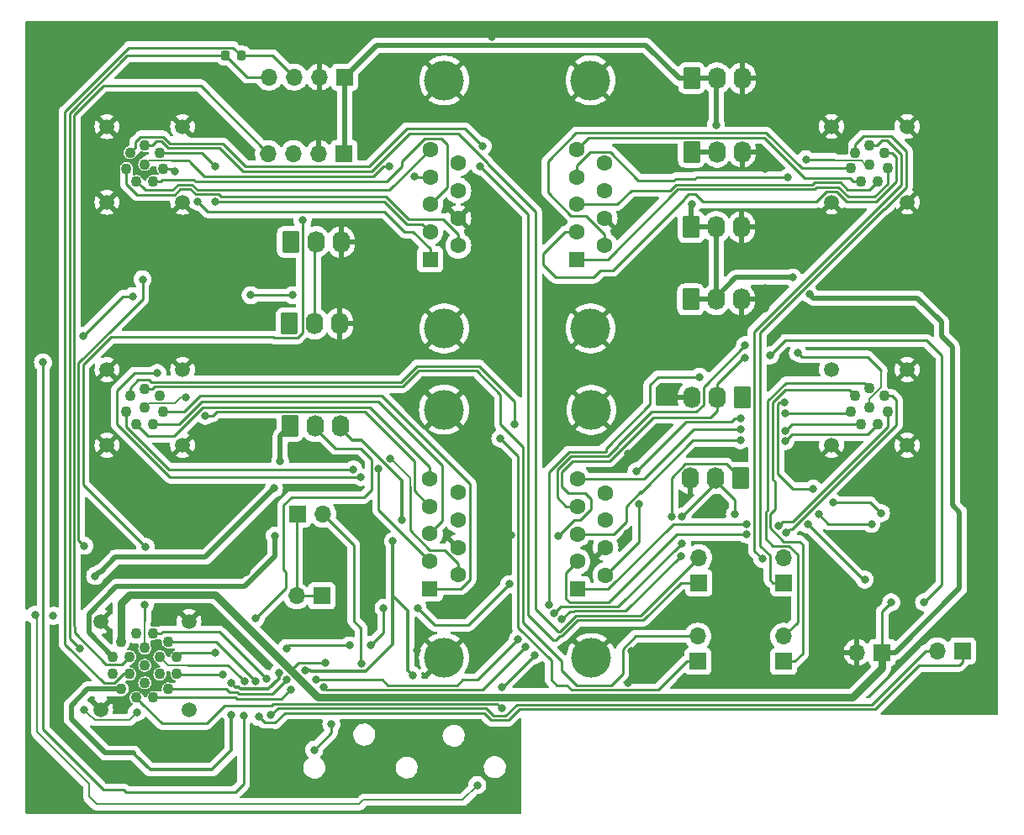
<source format=gbr>
G04 #@! TF.GenerationSoftware,KiCad,Pcbnew,(7.0.0)*
G04 #@! TF.CreationDate,2023-03-08T01:07:39+01:00*
G04 #@! TF.ProjectId,inverter_box_LV_distribution_board,696e7665-7274-4657-925f-626f785f4c56,rev?*
G04 #@! TF.SameCoordinates,Original*
G04 #@! TF.FileFunction,Copper,L1,Top*
G04 #@! TF.FilePolarity,Positive*
%FSLAX46Y46*%
G04 Gerber Fmt 4.6, Leading zero omitted, Abs format (unit mm)*
G04 Created by KiCad (PCBNEW (7.0.0)) date 2023-03-08 01:07:39*
%MOMM*%
%LPD*%
G01*
G04 APERTURE LIST*
G04 Aperture macros list*
%AMRoundRect*
0 Rectangle with rounded corners*
0 $1 Rounding radius*
0 $2 $3 $4 $5 $6 $7 $8 $9 X,Y pos of 4 corners*
0 Add a 4 corners polygon primitive as box body*
4,1,4,$2,$3,$4,$5,$6,$7,$8,$9,$2,$3,0*
0 Add four circle primitives for the rounded corners*
1,1,$1+$1,$2,$3*
1,1,$1+$1,$4,$5*
1,1,$1+$1,$6,$7*
1,1,$1+$1,$8,$9*
0 Add four rect primitives between the rounded corners*
20,1,$1+$1,$2,$3,$4,$5,0*
20,1,$1+$1,$4,$5,$6,$7,0*
20,1,$1+$1,$6,$7,$8,$9,0*
20,1,$1+$1,$8,$9,$2,$3,0*%
G04 Aperture macros list end*
G04 #@! TA.AperFunction,ComponentPad*
%ADD10C,4.000000*%
G04 #@! TD*
G04 #@! TA.AperFunction,ComponentPad*
%ADD11R,1.600000X1.600000*%
G04 #@! TD*
G04 #@! TA.AperFunction,ComponentPad*
%ADD12C,1.600000*%
G04 #@! TD*
G04 #@! TA.AperFunction,ComponentPad*
%ADD13C,1.099820*%
G04 #@! TD*
G04 #@! TA.AperFunction,ComponentPad*
%ADD14C,1.498600*%
G04 #@! TD*
G04 #@! TA.AperFunction,SMDPad,CuDef*
%ADD15RoundRect,0.218750X-0.218750X-0.256250X0.218750X-0.256250X0.218750X0.256250X-0.218750X0.256250X0*%
G04 #@! TD*
G04 #@! TA.AperFunction,ComponentPad*
%ADD16R,1.700000X1.700000*%
G04 #@! TD*
G04 #@! TA.AperFunction,ComponentPad*
%ADD17O,1.700000X1.700000*%
G04 #@! TD*
G04 #@! TA.AperFunction,ComponentPad*
%ADD18RoundRect,0.250000X-0.620000X-0.850000X0.620000X-0.850000X0.620000X0.850000X-0.620000X0.850000X0*%
G04 #@! TD*
G04 #@! TA.AperFunction,ComponentPad*
%ADD19O,1.740000X2.200000*%
G04 #@! TD*
G04 #@! TA.AperFunction,ComponentPad*
%ADD20RoundRect,0.250000X0.620000X0.850000X-0.620000X0.850000X-0.620000X-0.850000X0.620000X-0.850000X0*%
G04 #@! TD*
G04 #@! TA.AperFunction,ViaPad*
%ADD21C,0.800000*%
G04 #@! TD*
G04 #@! TA.AperFunction,Conductor*
%ADD22C,0.250000*%
G04 #@! TD*
G04 #@! TA.AperFunction,Conductor*
%ADD23C,0.350000*%
G04 #@! TD*
G04 #@! TA.AperFunction,Conductor*
%ADD24C,0.750000*%
G04 #@! TD*
G04 #@! TA.AperFunction,Conductor*
%ADD25C,0.500000*%
G04 #@! TD*
G04 #@! TA.AperFunction,Conductor*
%ADD26C,1.000000*%
G04 #@! TD*
G04 #@! TA.AperFunction,Conductor*
%ADD27C,0.200000*%
G04 #@! TD*
G04 APERTURE END LIST*
D10*
X125417720Y-77541520D03*
X125417720Y-52541520D03*
D11*
X123997719Y-70581519D03*
D12*
X123997720Y-67811520D03*
X123997720Y-65041520D03*
X123997720Y-62271520D03*
X123997720Y-59501520D03*
X126837720Y-69196520D03*
X126837720Y-66426520D03*
X126837720Y-63656520D03*
X126837720Y-60886520D03*
D10*
X110655240Y-110734240D03*
X110655240Y-85734240D03*
D11*
X109235239Y-103774239D03*
D12*
X109235240Y-101004240D03*
X109235240Y-98234240D03*
X109235240Y-95464240D03*
X109235240Y-92694240D03*
X112075240Y-102389240D03*
X112075240Y-99619240D03*
X112075240Y-96849240D03*
X112075240Y-94079240D03*
D10*
X125499000Y-110764720D03*
X125499000Y-85764720D03*
D11*
X124078999Y-103804719D03*
D12*
X124079000Y-101034720D03*
X124079000Y-98264720D03*
X124079000Y-95494720D03*
X124079000Y-92724720D03*
X126919000Y-102419720D03*
X126919000Y-99649720D03*
X126919000Y-96879720D03*
X126919000Y-94109720D03*
D10*
X110680640Y-77551680D03*
X110680640Y-52551680D03*
D11*
X109260639Y-70591679D03*
D12*
X109260640Y-67821680D03*
X109260640Y-65051680D03*
X109260640Y-62281680D03*
X109260640Y-59511680D03*
X112100640Y-69206680D03*
X112100640Y-66436680D03*
X112100640Y-63666680D03*
X112100640Y-60896680D03*
D13*
X79657360Y-108276740D03*
X78156220Y-109145420D03*
X77287540Y-110646560D03*
X77287540Y-112378840D03*
X78156220Y-113879980D03*
X79657360Y-114748660D03*
X81389640Y-114748660D03*
X82890780Y-113879980D03*
X83759460Y-112378840D03*
X83759460Y-110646560D03*
X82890780Y-109145420D03*
X81389640Y-108276740D03*
X80523500Y-109765180D03*
X79009660Y-110638940D03*
X79009660Y-112386460D03*
X80523500Y-113260220D03*
X82037340Y-112386460D03*
X82037340Y-110638940D03*
X80523500Y-111512700D03*
D14*
X76078500Y-115957700D03*
X84968500Y-115957700D03*
X84968500Y-107067700D03*
X76078500Y-107067700D03*
D13*
X80523500Y-83612780D03*
X79040140Y-84329060D03*
X78671840Y-85934340D03*
X79700540Y-87224660D03*
X81346460Y-87224660D03*
X82375160Y-85934340D03*
X82006860Y-84329060D03*
X80523500Y-85512700D03*
D14*
X76713500Y-89322700D03*
X84333500Y-89322700D03*
X84333500Y-81702700D03*
X76713500Y-81702700D03*
D13*
X80523500Y-59112780D03*
X79040140Y-59829060D03*
X78671840Y-61434340D03*
X79700540Y-62724660D03*
X81346460Y-62724660D03*
X82375160Y-61434340D03*
X82006860Y-59829060D03*
X80523500Y-61012700D03*
D14*
X76713500Y-64822700D03*
X84333500Y-64822700D03*
X84333500Y-57202700D03*
X76713500Y-57202700D03*
D13*
X153500000Y-59100080D03*
X152016640Y-59816360D03*
X151648340Y-61421640D03*
X152677040Y-62711960D03*
X154322960Y-62711960D03*
X155351660Y-61421640D03*
X154983360Y-59816360D03*
X153500000Y-61000000D03*
D14*
X149690000Y-64810000D03*
X157310000Y-64810000D03*
X157310000Y-57190000D03*
X149690000Y-57190000D03*
D13*
X153500000Y-83600080D03*
X152016640Y-84316360D03*
X151648340Y-85921640D03*
X152677040Y-87211960D03*
X154322960Y-87211960D03*
X155351660Y-85921640D03*
X154983360Y-84316360D03*
X153500000Y-85500000D03*
D14*
X149690000Y-89310000D03*
X157310000Y-89310000D03*
X157310000Y-81690000D03*
X149690000Y-81690000D03*
D15*
X88646000Y-50038000D03*
X90221000Y-50038000D03*
D16*
X144854719Y-111116479D03*
D17*
X144854719Y-108576479D03*
D18*
X135554720Y-67335400D03*
D19*
X138094719Y-67335399D03*
X140634719Y-67335399D03*
D18*
X135600440Y-59735720D03*
D19*
X138140439Y-59735719D03*
X140680439Y-59735719D03*
D18*
X135615680Y-52339240D03*
D19*
X138155679Y-52339239D03*
X140695679Y-52339239D03*
D18*
X135514080Y-74625200D03*
D19*
X138054079Y-74625199D03*
X140594079Y-74625199D03*
D16*
X162880039Y-110042959D03*
D17*
X160340039Y-110042959D03*
D20*
X140665200Y-84531200D03*
D19*
X138125199Y-84531199D03*
X135585199Y-84531199D03*
D16*
X95905319Y-96255839D03*
D17*
X98445319Y-96255839D03*
D16*
X98353879Y-104505759D03*
D17*
X95813879Y-104505759D03*
D16*
X154787599Y-110195359D03*
D17*
X152247599Y-110195359D03*
D20*
X140553440Y-92643960D03*
D19*
X138013439Y-92643959D03*
X135473439Y-92643959D03*
D16*
X100655119Y-52222399D03*
D17*
X98115119Y-52222399D03*
X95575119Y-52222399D03*
X93035119Y-52222399D03*
D18*
X95148400Y-87391240D03*
D19*
X97688399Y-87391239D03*
X100228399Y-87391239D03*
D16*
X100599239Y-59903359D03*
D17*
X98059239Y-59903359D03*
X95519239Y-59903359D03*
X92979239Y-59903359D03*
D18*
X95214440Y-68834000D03*
D19*
X97754439Y-68833999D03*
X100294439Y-68833999D03*
D18*
X95072200Y-77063600D03*
D19*
X97612199Y-77063599D03*
X100152199Y-77063599D03*
D16*
X136320799Y-103190039D03*
D17*
X136320799Y-100650039D03*
D16*
X136221439Y-111096639D03*
D17*
X136221439Y-108556639D03*
D16*
X144882959Y-103180199D03*
D17*
X144882959Y-100640199D03*
D21*
X129850000Y-65800000D03*
X114900000Y-65075000D03*
X115075000Y-93100000D03*
X115100000Y-101225000D03*
X106000000Y-70375000D03*
X114450000Y-69225000D03*
X121225000Y-66650000D03*
X107500000Y-112500000D03*
X107000000Y-77500000D03*
X100000000Y-79500000D03*
X102500000Y-79000000D03*
X102500000Y-76500000D03*
X101000000Y-75000000D03*
X99500000Y-71500000D03*
X102000000Y-70000000D03*
X103000000Y-68500000D03*
X139500000Y-77500000D03*
X143000000Y-75500000D03*
X143000000Y-73500000D03*
X143000000Y-69500000D03*
X143000000Y-66000000D03*
X143000000Y-68000000D03*
X142500000Y-59500000D03*
X143000000Y-61500000D03*
X143500000Y-53000000D03*
X143000000Y-51500000D03*
X130000000Y-56000000D03*
X145000000Y-52500000D03*
X130200000Y-60300000D03*
X153000000Y-57000000D03*
X159500000Y-61000000D03*
X145000000Y-67000000D03*
X164500000Y-72000000D03*
X159500000Y-84500000D03*
X153500000Y-93000000D03*
X164500000Y-91500000D03*
X163500000Y-106500000D03*
X152000000Y-107000000D03*
X140500000Y-106000000D03*
X93500000Y-120500000D03*
X91000000Y-98500000D03*
X86000000Y-98000000D03*
X81500000Y-94000000D03*
X70500000Y-75000000D03*
X76000000Y-72500000D03*
X72000000Y-51000000D03*
X115500000Y-48150500D03*
X108000000Y-54000000D03*
X113500000Y-75000000D03*
X79300000Y-74300000D03*
X74300000Y-78300000D03*
X80300000Y-72600000D03*
X91200000Y-74200000D03*
X95400000Y-74200000D03*
X129170000Y-90170000D03*
X97860000Y-101070000D03*
X97200000Y-90530000D03*
X137020000Y-95880000D03*
X140840000Y-111790000D03*
X141520000Y-103950000D03*
X129190000Y-113260000D03*
X83910000Y-119830000D03*
X129090000Y-98230000D03*
X93300000Y-124260000D03*
X71720000Y-113840000D03*
X70880000Y-124930000D03*
X144620000Y-81770000D03*
X118760000Y-56330000D03*
X129510000Y-110080000D03*
X90780000Y-102110000D03*
X103340000Y-101900000D03*
X98360000Y-107380000D03*
X117410000Y-98400000D03*
X137390000Y-90050000D03*
X131710000Y-76070000D03*
X107920000Y-110000000D03*
X119930000Y-113100000D03*
X75250000Y-121400000D03*
X151590000Y-77070000D03*
X114370000Y-109190000D03*
X145780000Y-72420000D03*
X99310000Y-117420000D03*
X138049000Y-57023000D03*
X97586800Y-120030314D03*
X135636000Y-65024000D03*
X98713156Y-111274990D03*
X147440000Y-74080000D03*
X155702000Y-105156000D03*
X94170000Y-90960000D03*
X71310000Y-106510000D03*
X69460000Y-106440000D03*
X93540000Y-93680000D03*
X114010000Y-123580000D03*
X75530000Y-102490000D03*
X133604000Y-96520000D03*
X116459000Y-115824000D03*
X122506404Y-106883308D03*
X119761000Y-110490000D03*
X134493000Y-100457000D03*
X116459000Y-113665000D03*
X148410000Y-96290000D03*
X153710000Y-97240000D03*
X134620000Y-96520000D03*
X121705999Y-106284679D03*
X98552000Y-113665000D03*
X147310000Y-97320000D03*
X153030000Y-102870000D03*
X139954000Y-96266000D03*
X134620000Y-99187000D03*
X95250000Y-113919000D03*
X118872000Y-109601000D03*
X121212592Y-105415452D03*
X149830000Y-95100000D03*
X97760000Y-112930000D03*
X154660000Y-96160000D03*
X147830000Y-93700000D03*
X144950000Y-85040000D03*
X136398000Y-82423000D03*
X94830000Y-112980000D03*
X118110000Y-108839000D03*
X117250000Y-103320000D03*
X103320000Y-109450000D03*
X88390000Y-112400000D03*
X108000000Y-105720000D03*
X94790000Y-109780000D03*
X104580000Y-105720000D03*
X140970000Y-80518000D03*
X143510000Y-80264000D03*
X159004000Y-105156000D03*
X122180000Y-98440000D03*
X101140000Y-109500000D03*
X87610000Y-110260000D03*
X91680000Y-106760000D03*
X92010000Y-116690000D03*
X91648414Y-113125010D03*
X92743255Y-112852064D03*
X93240000Y-116520000D03*
X80520000Y-105420000D03*
X96420000Y-66650000D03*
X80590000Y-99550000D03*
X102370000Y-111350000D03*
X93630000Y-98440000D03*
X89210000Y-113310000D03*
X94020000Y-112300000D03*
X89260000Y-116500000D03*
X106420000Y-96820000D03*
X105520000Y-99010000D03*
X96650000Y-112010000D03*
X74453150Y-115988946D03*
X74010000Y-109830000D03*
X79740000Y-116250000D03*
X74425000Y-99450000D03*
X70270000Y-80970000D03*
X90490000Y-116600000D03*
X90550000Y-113125010D03*
X147120000Y-60510000D03*
X145270574Y-62324979D03*
X145034000Y-86106000D03*
X140498990Y-86614000D03*
X130288299Y-95236299D03*
X130048000Y-91948000D03*
X140498990Y-87748652D03*
X145029340Y-87879340D03*
X140498990Y-88819205D03*
X145034000Y-88900000D03*
X141120000Y-97290000D03*
X144360015Y-97423974D03*
X145107512Y-98148984D03*
X141120000Y-98310000D03*
X140970000Y-79248000D03*
X146304000Y-80010000D03*
X117776299Y-87201701D03*
X116332000Y-88646000D03*
X101544912Y-91757008D03*
X105257492Y-90637518D03*
X81788000Y-82042000D03*
X102263586Y-92539614D03*
X104085010Y-91668070D03*
X86614000Y-86360000D03*
X84690000Y-84520000D03*
X142740000Y-100790000D03*
X85852000Y-64770000D03*
X83566000Y-61722000D03*
X87600000Y-61176500D03*
X87630000Y-64770000D03*
X105156000Y-61214000D03*
X107696000Y-62230000D03*
X114554000Y-59182000D03*
X114300000Y-61214000D03*
D22*
X121639501Y-108939501D02*
X121935499Y-108939501D01*
X119126000Y-106426000D02*
X121639501Y-108939501D01*
X119126000Y-66040000D02*
X119126000Y-106426000D01*
X130740000Y-106940000D02*
X134489960Y-103190040D01*
X134112000Y-98298000D02*
X141108000Y-98298000D01*
X123320244Y-105141996D02*
X127268004Y-105141996D01*
X123566433Y-105601497D02*
X122389181Y-105601497D01*
X123948811Y-106490499D02*
X130480341Y-106490499D01*
X122338811Y-108100499D02*
X123948811Y-106490499D01*
X121935499Y-108939501D02*
X122325000Y-108550000D01*
X124079000Y-101034720D02*
X122953999Y-102159721D01*
X119888000Y-105828000D02*
X122160499Y-108100499D01*
X115025002Y-60923002D02*
X119888000Y-65786000D01*
X128215503Y-105591497D02*
X123576433Y-105591497D01*
X103378000Y-61722000D02*
X107188000Y-57912000D01*
X134620000Y-99187000D02*
X128215503Y-105591497D01*
X90424000Y-61722000D02*
X103378000Y-61722000D01*
X122953999Y-102159721D02*
X122953999Y-104775751D01*
X88080011Y-59378011D02*
X90424000Y-61722000D01*
X82850679Y-59378011D02*
X88080011Y-59378011D01*
X80523500Y-59112780D02*
X81301190Y-59112780D01*
X114300000Y-61214000D02*
X119126000Y-66040000D01*
X123576433Y-105591497D02*
X123566433Y-105601497D01*
X134493000Y-100457000D02*
X128909002Y-106040998D01*
X123762622Y-106040998D02*
X123752622Y-106050998D01*
X119888000Y-65786000D02*
X119888000Y-105828000D01*
X123338714Y-106050998D02*
X122506404Y-106883308D01*
X130480341Y-106490499D02*
X136320800Y-100650040D01*
X128909002Y-106040998D02*
X123762622Y-106040998D01*
X107188000Y-57912000D02*
X112071004Y-57912000D01*
X141108000Y-98298000D02*
X141120000Y-98310000D01*
X121212592Y-92016028D02*
X121212592Y-105415452D01*
X122325000Y-108550000D02*
X122525000Y-108550000D01*
X126950000Y-90000000D02*
X123228620Y-90000000D01*
X115025002Y-60865998D02*
X115025002Y-60923002D01*
X131375000Y-85200000D02*
X126950000Y-89625000D01*
X122525000Y-108550000D02*
X124135000Y-106940000D01*
X131375000Y-83248000D02*
X131375000Y-85200000D01*
X136398000Y-82423000D02*
X132200000Y-82423000D01*
X123752622Y-106050998D02*
X123338714Y-106050998D01*
X81301190Y-59112780D02*
X81726090Y-58687880D01*
X122953999Y-104775751D02*
X123320244Y-105141996D01*
X122160499Y-108100499D02*
X122338811Y-108100499D01*
X81726090Y-58687880D02*
X82160548Y-58687880D01*
X123228620Y-90000000D02*
X121212592Y-92016028D01*
X126950000Y-89625000D02*
X126950000Y-90000000D01*
X127268004Y-105141996D02*
X134112000Y-98298000D01*
X112071004Y-57912000D02*
X115025002Y-60865998D01*
X124135000Y-106940000D02*
X130740000Y-106940000D01*
X132200000Y-82423000D02*
X131375000Y-83248000D01*
X82160548Y-58687880D02*
X82850679Y-59378011D01*
X122389181Y-105601497D02*
X121705999Y-106284679D01*
X108109240Y-81775000D02*
X106475000Y-83409240D01*
X116350000Y-87197004D02*
X116350000Y-84200000D01*
X122500000Y-111070000D02*
X118618000Y-107188000D01*
X122500000Y-112000000D02*
X122500000Y-111070000D01*
X124000000Y-113500000D02*
X122500000Y-112000000D01*
X127500000Y-113500000D02*
X124000000Y-113500000D01*
X128646998Y-112353002D02*
X127500000Y-113500000D01*
X116350000Y-84200000D02*
X113925000Y-81775000D01*
X128646998Y-109870000D02*
X128646998Y-112353002D01*
X129960358Y-108556640D02*
X128646998Y-109870000D01*
X136221440Y-108556640D02*
X129960358Y-108556640D01*
X81504730Y-83409240D02*
X106475000Y-83409240D01*
X117776299Y-84890609D02*
X117776299Y-87201701D01*
X107923051Y-81325499D02*
X114211189Y-81325499D01*
X106288811Y-82959739D02*
X107923051Y-81325499D01*
X113925000Y-81775000D02*
X108109240Y-81775000D01*
X81165328Y-82959739D02*
X106288811Y-82959739D01*
X80943458Y-82737869D02*
X81165328Y-82959739D01*
X79853641Y-82737869D02*
X80943458Y-82737869D01*
X79040140Y-83551370D02*
X79853641Y-82737869D01*
X79040140Y-84329060D02*
X79040140Y-83551370D01*
X118618000Y-107188000D02*
X118618000Y-89465004D01*
X114211189Y-81325499D02*
X117776299Y-84890609D01*
X118618000Y-89465004D02*
X116350000Y-87197004D01*
X137486400Y-86520000D02*
X138125200Y-85881200D01*
X127322378Y-90899002D02*
X131701380Y-86520000D01*
X122500000Y-93500000D02*
X122500000Y-92000000D01*
X124910000Y-94170000D02*
X123170000Y-94170000D01*
X131701380Y-86520000D02*
X137486400Y-86520000D01*
X125470000Y-95768722D02*
X125470000Y-94730000D01*
X122500000Y-92000000D02*
X123600998Y-90899002D01*
X124348722Y-96890000D02*
X125470000Y-95768722D01*
X125470000Y-94730000D02*
X124910000Y-94170000D01*
X123730000Y-96890000D02*
X124348722Y-96890000D01*
X136780210Y-83437790D02*
X140970000Y-79248000D01*
X136780210Y-85256189D02*
X136780210Y-83437790D01*
X136080189Y-85956210D02*
X136780210Y-85256189D01*
X128199501Y-89386189D02*
X128199501Y-89336189D01*
X127136189Y-90449501D02*
X128199501Y-89386189D01*
X123414809Y-90449501D02*
X127136189Y-90449501D01*
X122050499Y-91813811D02*
X123414809Y-90449501D01*
X122947630Y-95494720D02*
X122050499Y-94597589D01*
X124079000Y-95494720D02*
X122947630Y-95494720D01*
X128199501Y-89336189D02*
X131579480Y-85956210D01*
X122050499Y-94597589D02*
X122050499Y-91813811D01*
X123600998Y-90899002D02*
X127322378Y-90899002D01*
X131579480Y-85956210D02*
X136080189Y-85956210D01*
X122180000Y-98440000D02*
X123730000Y-96890000D01*
X123170000Y-94170000D02*
X122500000Y-93500000D01*
X138125200Y-85881200D02*
X138125200Y-84531200D01*
X128115000Y-65041520D02*
X129500000Y-63656520D01*
X123997720Y-65041520D02*
X128115000Y-65041520D01*
X133406312Y-63656520D02*
X129500000Y-63656520D01*
X82124150Y-62724660D02*
X81346460Y-62724660D01*
X85462800Y-62599978D02*
X82248832Y-62599978D01*
X82248832Y-62599978D02*
X82124150Y-62724660D01*
X85587482Y-62724660D02*
X85462800Y-62599978D01*
X106426000Y-61214000D02*
X104915340Y-62724660D01*
X104915340Y-62724660D02*
X85587482Y-62724660D01*
X108720639Y-58386679D02*
X106426000Y-60681318D01*
X110386679Y-58386679D02*
X108720639Y-58386679D01*
X110975640Y-63336680D02*
X110975640Y-58975640D01*
X106426000Y-60681318D02*
X106426000Y-61214000D01*
X110975640Y-58975640D02*
X110386679Y-58386679D01*
X109260640Y-65051680D02*
X110975640Y-63336680D01*
D23*
X107500000Y-112500000D02*
X106990000Y-111990000D01*
X105830000Y-104850000D02*
X106990000Y-106010000D01*
X106990000Y-111990000D02*
X106990000Y-106010000D01*
D22*
X97760000Y-112930000D02*
X104430000Y-112930000D01*
X115420000Y-117040000D02*
X114690000Y-116310000D01*
X105000000Y-113500000D02*
X112000000Y-113500000D01*
X104430000Y-112930000D02*
X105000000Y-113500000D01*
X112000000Y-113500000D02*
X112544998Y-112955002D01*
D24*
X122474477Y-114761523D02*
X122392932Y-114679978D01*
D22*
X112544998Y-112955002D02*
X113993998Y-112955002D01*
X113993998Y-112955002D02*
X118110000Y-108839000D01*
X98552000Y-113665000D02*
X98836501Y-113949501D01*
X114870000Y-115830000D02*
X113400000Y-115830000D01*
X98836501Y-113949501D02*
X114523499Y-113949501D01*
X114523499Y-113949501D02*
X118872000Y-109601000D01*
X111880000Y-116310000D02*
X96480000Y-116310000D01*
D24*
X122392932Y-114679978D02*
X97915978Y-114679978D01*
X97915978Y-114679978D02*
X95238000Y-112002000D01*
D22*
X116459000Y-115824000D02*
X116014989Y-115379989D01*
X116014989Y-115379989D02*
X93485640Y-115379989D01*
X93485640Y-115379989D02*
X93305596Y-115560033D01*
X162513000Y-111510000D02*
X159810000Y-111510000D01*
X93305596Y-115560033D02*
X88528967Y-115560033D01*
X88528967Y-115560033D02*
X86741000Y-117348000D01*
X118270000Y-115920000D02*
X117150000Y-117040000D01*
X86741000Y-117348000D02*
X82256700Y-117348000D01*
X154110000Y-115920000D02*
X151570000Y-115920000D01*
X82256700Y-117348000D02*
X80207269Y-115298569D01*
X80207269Y-115298569D02*
X79657360Y-114748660D01*
X114690000Y-116310000D02*
X111880000Y-116310000D01*
X160340040Y-110042960D02*
X159137959Y-110042960D01*
X159137959Y-110042960D02*
X153719384Y-115461535D01*
X92580000Y-117260000D02*
X92010000Y-116690000D01*
X153719384Y-115461535D02*
X117998465Y-115461535D01*
X117998465Y-115461535D02*
X116870011Y-116589989D01*
X116870011Y-116589989D02*
X115629989Y-116589989D01*
X115629989Y-116589989D02*
X114870000Y-115830000D01*
X113400000Y-115830000D02*
X96280000Y-115830000D01*
X117150000Y-117040000D02*
X115420000Y-117040000D01*
X96280000Y-115830000D02*
X93930000Y-115830000D01*
X93930000Y-115830000D02*
X93240000Y-116520000D01*
X162880040Y-110042960D02*
X162880040Y-111142960D01*
X162880040Y-111142960D02*
X162513000Y-111510000D01*
X159810000Y-111510000D02*
X158520000Y-111510000D01*
X158520000Y-111510000D02*
X154110000Y-115920000D01*
X151570000Y-115920000D02*
X118270000Y-115920000D01*
X96480000Y-116310000D02*
X94640000Y-116310000D01*
X94640000Y-116310000D02*
X93670000Y-117280000D01*
X93670000Y-117280000D02*
X93650000Y-117260000D01*
X93650000Y-117260000D02*
X92580000Y-117260000D01*
X110500000Y-91372630D02*
X110313685Y-91186315D01*
X110500000Y-96969480D02*
X110500000Y-91372630D01*
X104079350Y-84951980D02*
X110313685Y-91186315D01*
X109235240Y-98234240D02*
X110500000Y-96969480D01*
X130536000Y-94000000D02*
X130768000Y-93768000D01*
X129000000Y-97000000D02*
X129000000Y-95500000D01*
X127735280Y-98264720D02*
X129000000Y-97000000D01*
X124079000Y-98264720D02*
X127735280Y-98264720D01*
X129000000Y-95500000D02*
X130500000Y-94000000D01*
X130768000Y-93768000D02*
X135716795Y-88819205D01*
X130426280Y-94109720D02*
X130768000Y-93768000D01*
X126919000Y-102419720D02*
X130288299Y-99050421D01*
X130500000Y-94000000D02*
X130536000Y-94000000D01*
X130288299Y-99050421D02*
X130288299Y-95236299D01*
X139933305Y-88819205D02*
X140498990Y-88819205D01*
X135716795Y-88819205D02*
X139933305Y-88819205D01*
D25*
X131000000Y-49000000D02*
X103877520Y-49000000D01*
X134339240Y-52339240D02*
X131000000Y-49000000D01*
X135615680Y-52339240D02*
X134339240Y-52339240D01*
X103877520Y-49000000D02*
X100655120Y-52222400D01*
X100771960Y-52339240D02*
X100655120Y-52222400D01*
D22*
X134489960Y-103190040D02*
X136320800Y-103190040D01*
X81301190Y-83612780D02*
X81504730Y-83409240D01*
X80523500Y-83612780D02*
X81301190Y-83612780D01*
X135121440Y-111096640D02*
X136221440Y-111096640D01*
X132218080Y-114000000D02*
X135121440Y-111096640D01*
X122000000Y-113500000D02*
X123000000Y-113500000D01*
X121465000Y-112965000D02*
X122000000Y-113500000D01*
X121465000Y-111035000D02*
X121465000Y-112965000D01*
X123500000Y-114000000D02*
X132218080Y-114000000D01*
X121465000Y-111035000D02*
X118135001Y-107705001D01*
X123000000Y-113500000D02*
X123500000Y-114000000D01*
X78300000Y-74300000D02*
X79300000Y-74300000D01*
X74300000Y-78300000D02*
X78300000Y-74300000D01*
X77353206Y-77553206D02*
X73860022Y-81046389D01*
X80300000Y-74606412D02*
X77353206Y-77553206D01*
X77842811Y-77063600D02*
X77353206Y-77553206D01*
X80300000Y-72600000D02*
X80300000Y-74606412D01*
X95400000Y-74200000D02*
X91200000Y-74200000D01*
X97612200Y-68976240D02*
X97754440Y-68834000D01*
X97612200Y-77063600D02*
X97612200Y-68976240D01*
D25*
X158339999Y-74479999D02*
X160750000Y-76890000D01*
D22*
X99310000Y-118307114D02*
X99310000Y-117420000D01*
D24*
X151821437Y-114761523D02*
X122474477Y-114761523D01*
D25*
X162590000Y-96100000D02*
X162590000Y-103742960D01*
D26*
X138054080Y-67376040D02*
X138094720Y-67335400D01*
D25*
X160750000Y-76890000D02*
X160750000Y-78310000D01*
X161840000Y-79400000D02*
X161840000Y-95350000D01*
D24*
X154787600Y-110195360D02*
X154787600Y-111795360D01*
X78994000Y-104394000D02*
X78156220Y-105231780D01*
X78156220Y-108367730D02*
X78156220Y-109145420D01*
D22*
X98147471Y-111274990D02*
X98713156Y-111274990D01*
D25*
X138155680Y-52339240D02*
X135615680Y-52339240D01*
X135514080Y-74625200D02*
X138054080Y-74625200D01*
D24*
X78156220Y-105231780D02*
X78156220Y-108367730D01*
D25*
X135554720Y-67335400D02*
X138094720Y-67335400D01*
D22*
X95965010Y-111274990D02*
X98147471Y-111274990D01*
X95238000Y-112002000D02*
X95965010Y-111274990D01*
D24*
X154787600Y-111795360D02*
X151821437Y-114761523D01*
D25*
X138049000Y-52445920D02*
X138155680Y-52339240D01*
X147440000Y-74080000D02*
X147839999Y-74479999D01*
X138049000Y-57023000D02*
X138049000Y-52445920D01*
X138094720Y-67335400D02*
X138094720Y-74584560D01*
X135600440Y-59735720D02*
X138140440Y-59735720D01*
X162590000Y-103742960D02*
X156137600Y-110195360D01*
X135554720Y-65105280D02*
X135636000Y-65024000D01*
X161840000Y-95350000D02*
X162590000Y-96100000D01*
D22*
X135628380Y-67261740D02*
X135554720Y-67335400D01*
D25*
X135554720Y-67335400D02*
X135554720Y-65105280D01*
X138054080Y-74625200D02*
X138054080Y-74395200D01*
D22*
X97586800Y-120030314D02*
X99310000Y-118307114D01*
D25*
X140029280Y-72420000D02*
X145780000Y-72420000D01*
X160750000Y-78310000D02*
X161840000Y-79400000D01*
D22*
X155702000Y-105156000D02*
X154787600Y-106070400D01*
X100599240Y-52278280D02*
X100655120Y-52222400D01*
X154787600Y-106070400D02*
X154787600Y-110195360D01*
D24*
X87630000Y-104394000D02*
X78994000Y-104394000D01*
X122474477Y-114761523D02*
X121619523Y-114761523D01*
D25*
X138094720Y-74584560D02*
X138054080Y-74625200D01*
X100655120Y-59847480D02*
X100599240Y-59903360D01*
X138054080Y-74395200D02*
X140029280Y-72420000D01*
D24*
X95238000Y-112002000D02*
X87630000Y-104394000D01*
D25*
X147839999Y-74479999D02*
X158339999Y-74479999D01*
X156137600Y-110195360D02*
X154787600Y-110195360D01*
X100655120Y-52222400D02*
X100655120Y-59847480D01*
D27*
X69460000Y-106440000D02*
X69660000Y-106640000D01*
D22*
X77410000Y-100610000D02*
X77550000Y-100610000D01*
D27*
X69660000Y-118210000D02*
X74910000Y-123460000D01*
D25*
X77570000Y-100610000D02*
X86610000Y-100610000D01*
X94170000Y-88369640D02*
X95148400Y-87391240D01*
D27*
X102130000Y-125500000D02*
X102560000Y-125070000D01*
D25*
X76089999Y-102090001D02*
X77570000Y-100610000D01*
X86610000Y-100610000D02*
X93540000Y-93680000D01*
X75929999Y-102090001D02*
X76089999Y-102090001D01*
D27*
X102560000Y-125070000D02*
X112520000Y-125070000D01*
D25*
X94170000Y-90960000D02*
X94170000Y-88369640D01*
D27*
X112520000Y-125070000D02*
X114010000Y-123580000D01*
D25*
X75530000Y-102490000D02*
X75929999Y-102090001D01*
D27*
X75660000Y-125500000D02*
X102130000Y-125500000D01*
D25*
X77550000Y-100610000D02*
X77570000Y-100610000D01*
D27*
X69660000Y-106640000D02*
X69660000Y-118210000D01*
X74910000Y-124750000D02*
X75660000Y-125500000D01*
X74910000Y-123460000D02*
X74910000Y-124750000D01*
D22*
X133604000Y-92593401D02*
X133604000Y-96520000D01*
X140553440Y-92643960D02*
X139128430Y-91218950D01*
X116586000Y-113665000D02*
X116459000Y-113665000D01*
X149360000Y-97240000D02*
X148410000Y-96290000D01*
X153710000Y-97240000D02*
X149360000Y-97240000D01*
X134978451Y-91218950D02*
X133604000Y-92593401D01*
X119761000Y-110490000D02*
X116586000Y-113665000D01*
X139128430Y-91218950D02*
X134978451Y-91218950D01*
X94850001Y-114318999D02*
X95250000Y-113919000D01*
X139954000Y-94814520D02*
X139954000Y-96266000D01*
X138013440Y-92643960D02*
X138013440Y-92873960D01*
X134620000Y-96520000D02*
X138013440Y-93126560D01*
D27*
X138050000Y-93610000D02*
X138050000Y-92680520D01*
D22*
X138013440Y-92873960D02*
X139954000Y-94814520D01*
X89689344Y-114754891D02*
X89784487Y-114850034D01*
X82167330Y-114748660D02*
X82173561Y-114754891D01*
D27*
X138050000Y-92680520D02*
X138013440Y-92643960D01*
X147480000Y-97320000D02*
X147310000Y-97320000D01*
D22*
X94318966Y-114850034D02*
X94850001Y-114318999D01*
X147310000Y-97320000D02*
X152860000Y-102870000D01*
X152860000Y-102870000D02*
X153030000Y-102870000D01*
X82173561Y-114754891D02*
X89689344Y-114754891D01*
X138013440Y-93126560D02*
X138013440Y-92643960D01*
X81389640Y-114748660D02*
X82167330Y-114748660D01*
X89784487Y-114850034D02*
X94318966Y-114850034D01*
X153600000Y-95100000D02*
X149830000Y-95100000D01*
X147830000Y-93700000D02*
X145790000Y-93700000D01*
X88692858Y-113879980D02*
X89032889Y-114220011D01*
X144410000Y-85040000D02*
X144950000Y-85040000D01*
X82890780Y-113879980D02*
X88692858Y-113879980D01*
X93409977Y-114400023D02*
X94430001Y-113379999D01*
X154660000Y-96160000D02*
X153600000Y-95100000D01*
X144270000Y-85180000D02*
X144410000Y-85040000D01*
X89032889Y-114220011D02*
X89790875Y-114220011D01*
X145790000Y-93700000D02*
X144270000Y-92180000D01*
X89970887Y-114400023D02*
X93409977Y-114400023D01*
X89790875Y-114220011D02*
X89970887Y-114400023D01*
X94430001Y-113379999D02*
X94830000Y-112980000D01*
X144270000Y-92180000D02*
X144270000Y-85180000D01*
X143510000Y-80264000D02*
X145034000Y-78740000D01*
X138125200Y-83181200D02*
X140788400Y-80518000D01*
X109740000Y-107460000D02*
X108000000Y-105720000D01*
X113110000Y-107460000D02*
X113040000Y-107460000D01*
X145034000Y-78740000D02*
X159258000Y-78740000D01*
X160782000Y-80264000D02*
X160782000Y-103378000D01*
X138125200Y-84531200D02*
X138125200Y-83181200D01*
X83780620Y-112400000D02*
X83759460Y-112378840D01*
X104580000Y-105720000D02*
X104580000Y-108190000D01*
X113110000Y-107460000D02*
X109740000Y-107460000D01*
X101140000Y-109500000D02*
X95070000Y-109500000D01*
X88390000Y-112400000D02*
X83780620Y-112400000D01*
X159258000Y-78740000D02*
X160782000Y-80264000D01*
X117250000Y-103320000D02*
X113110000Y-107460000D01*
X104580000Y-108190000D02*
X103320000Y-109450000D01*
X159403999Y-104756001D02*
X159004000Y-105156000D01*
X140788400Y-80518000D02*
X140970000Y-80518000D01*
X95070000Y-109500000D02*
X94790000Y-109780000D01*
X160782000Y-103378000D02*
X159403999Y-104756001D01*
X95286158Y-94590000D02*
X102580000Y-94590000D01*
X94510000Y-101850000D02*
X94510000Y-95366158D01*
X103360000Y-93810000D02*
X103360000Y-93680000D01*
X102260000Y-89630000D02*
X103360000Y-90730000D01*
X94510000Y-95366158D02*
X95286158Y-94590000D01*
X87610000Y-110260000D02*
X84146020Y-110260000D01*
X99697160Y-89630000D02*
X102260000Y-89630000D01*
X94730319Y-103719681D02*
X91690000Y-106760000D01*
X97688400Y-87391240D02*
X97688400Y-87621240D01*
X84146020Y-110260000D02*
X83759460Y-110646560D01*
X102580000Y-94590000D02*
X103360000Y-93810000D01*
X97688400Y-87621240D02*
X99697160Y-89630000D01*
X103360000Y-90730000D02*
X103360000Y-93680000D01*
X94730319Y-102070319D02*
X94510000Y-101850000D01*
X94730319Y-103719681D02*
X94730319Y-102070319D01*
X91690000Y-106760000D02*
X91680000Y-106760000D01*
X91248415Y-112725011D02*
X91648414Y-113125010D01*
X82890780Y-109145420D02*
X87668824Y-109145420D01*
X87668824Y-109145420D02*
X91248415Y-112725011D01*
X81389640Y-108276740D02*
X82167330Y-108276740D01*
X82302069Y-108142001D02*
X88033192Y-108142001D01*
X88033192Y-108142001D02*
X92343256Y-112452065D01*
X82167330Y-108276740D02*
X82302069Y-108142001D01*
X92343256Y-112452065D02*
X92743255Y-112852064D01*
X77122822Y-78420000D02*
X93450000Y-78420000D01*
X95930380Y-78488610D02*
X96409450Y-78009540D01*
X93518610Y-78488610D02*
X95930380Y-78488610D01*
X74310033Y-93270033D02*
X74310033Y-81232789D01*
X80523500Y-107043500D02*
X80523500Y-105423500D01*
X96409450Y-78009540D02*
X96409450Y-67226235D01*
X93450000Y-78420000D02*
X93518610Y-78488610D01*
D27*
X80523500Y-109765180D02*
X80523500Y-107043500D01*
D22*
X96409450Y-67226235D02*
X96420000Y-67215685D01*
X74310033Y-81232789D02*
X77122822Y-78420000D01*
X80523500Y-105423500D02*
X80520000Y-105420000D01*
X80590000Y-99550000D02*
X74310033Y-93270033D01*
X96420000Y-67215685D02*
X96420000Y-66650000D01*
X78227130Y-111421470D02*
X76646470Y-111421470D01*
X73410011Y-56036400D02*
X76376411Y-53070000D01*
X76646470Y-111421470D02*
X73450000Y-108225000D01*
X76376411Y-53070000D02*
X86145880Y-53070000D01*
X73450000Y-107575000D02*
X73410011Y-107535011D01*
X79009660Y-110638940D02*
X78227130Y-111421470D01*
X86145880Y-53070000D02*
X92979240Y-59903360D01*
X73410011Y-107535011D02*
X73410011Y-56036400D01*
X73450000Y-108225000D02*
X73450000Y-107575000D01*
X98353880Y-104505760D02*
X95813880Y-104505760D01*
X95813880Y-96347280D02*
X95905320Y-96255840D01*
X95813880Y-104505760D02*
X95813880Y-96347280D01*
D25*
X74879199Y-108238219D02*
X74879199Y-106330801D01*
X77287540Y-110646560D02*
X74879199Y-108238219D01*
D22*
X101560000Y-107010000D02*
X102300000Y-107750000D01*
X102300000Y-111280000D02*
X102370000Y-111350000D01*
X101560000Y-99370520D02*
X101560000Y-107010000D01*
X102300000Y-107750000D02*
X102300000Y-111280000D01*
D25*
X90598002Y-103550000D02*
X93630000Y-100518002D01*
X93630000Y-100518002D02*
X93630000Y-98440000D01*
X77660000Y-103550000D02*
X81110000Y-103550000D01*
X81110000Y-103550000D02*
X90598002Y-103550000D01*
X74879199Y-106330801D02*
X77660000Y-103550000D01*
D22*
X98445320Y-96255840D02*
X101560000Y-99370520D01*
D23*
X105520000Y-104540000D02*
X105520000Y-109347004D01*
D25*
X74760020Y-113879980D02*
X73100000Y-115540000D01*
D23*
X94020000Y-112865685D02*
X92985673Y-113900012D01*
X89260000Y-116500000D02*
X89260000Y-120070000D01*
X79590000Y-120540000D02*
X79400000Y-120350000D01*
X100228400Y-87621240D02*
X101448400Y-88841240D01*
X81070000Y-122020000D02*
X79590000Y-120540000D01*
X101947998Y-112085002D02*
X97290687Y-112085002D01*
X105520000Y-99010000D02*
X105520000Y-104540000D01*
X94020000Y-112300000D02*
X94020000Y-112865685D01*
D25*
X78156220Y-113879980D02*
X74760020Y-113879980D01*
D23*
X90177998Y-113900012D02*
X89987985Y-113709999D01*
X97290687Y-112085002D02*
X97215685Y-112010000D01*
D25*
X73100000Y-116890000D02*
X76560000Y-120350000D01*
D23*
X87310000Y-122020000D02*
X85530000Y-122020000D01*
X100228400Y-87391240D02*
X100228400Y-87621240D01*
X101448400Y-88841240D02*
X102365184Y-88841240D01*
X105520000Y-109347004D02*
X102742002Y-112125002D01*
X92985673Y-113900012D02*
X90177998Y-113900012D01*
X102365184Y-88841240D02*
X106420000Y-92896056D01*
X97215685Y-112010000D02*
X96650000Y-112010000D01*
X105520000Y-104540000D02*
X105830000Y-104850000D01*
X85530000Y-122020000D02*
X81070000Y-122020000D01*
X102742002Y-112125002D02*
X101987998Y-112125002D01*
X106420000Y-96254315D02*
X106420000Y-96820000D01*
D25*
X73100000Y-115540000D02*
X73100000Y-116890000D01*
D23*
X89987985Y-113709999D02*
X89609999Y-113709999D01*
X106420000Y-92896056D02*
X106420000Y-96254315D01*
X101987998Y-112125002D02*
X101947998Y-112085002D01*
X89260000Y-120070000D02*
X87310000Y-122020000D01*
D25*
X76560000Y-120350000D02*
X79400000Y-120350000D01*
D23*
X89609999Y-113709999D02*
X89210000Y-113310000D01*
D22*
X77470020Y-113304980D02*
X76444980Y-113304980D01*
X93390720Y-50038000D02*
X90221000Y-50038000D01*
X72490000Y-109350000D02*
X72490000Y-55670000D01*
X78388540Y-112386460D02*
X77470020Y-113304980D01*
X72490000Y-55670000D02*
X78922010Y-49237990D01*
X95575120Y-52222400D02*
X93390720Y-50038000D01*
X76444980Y-113304980D02*
X72490000Y-109350000D01*
X79009660Y-112386460D02*
X78388540Y-112386460D01*
X78922010Y-49237990D02*
X89420990Y-49237990D01*
X89420990Y-49237990D02*
X90221000Y-50038000D01*
X90830400Y-52222400D02*
X93035120Y-52222400D01*
D27*
X75471205Y-117007001D02*
X74853149Y-116388945D01*
D22*
X72960000Y-55836410D02*
X72960000Y-101000000D01*
D27*
X78982999Y-117007001D02*
X75471205Y-117007001D01*
X79740000Y-116250000D02*
X78982999Y-117007001D01*
D22*
X78758410Y-50038000D02*
X72960000Y-55836410D01*
D27*
X74853149Y-116388945D02*
X74453150Y-115988946D01*
D22*
X88646000Y-50038000D02*
X78758410Y-50038000D01*
X88646000Y-50038000D02*
X90830400Y-52222400D01*
X72960000Y-108780000D02*
X74010000Y-109830000D01*
X72960000Y-101000000D02*
X72960000Y-108780000D01*
X74425000Y-99450000D02*
X73860022Y-98885022D01*
X73860022Y-98885022D02*
X73860022Y-98475000D01*
X73860022Y-81046389D02*
X73860022Y-98475000D01*
X95072200Y-68976240D02*
X95214440Y-68834000D01*
X88921461Y-111496471D02*
X90150001Y-112725011D01*
X84856471Y-111496471D02*
X88921461Y-111496471D01*
X89620000Y-124290000D02*
X78625208Y-124290000D01*
X90490000Y-116600000D02*
X90490000Y-123420000D01*
X70270000Y-117950000D02*
X70270000Y-81535685D01*
X90490000Y-123420000D02*
X89620000Y-124290000D01*
X76394988Y-124074988D02*
X70270000Y-117950000D01*
X78410196Y-124074988D02*
X76394988Y-124074988D01*
X70270000Y-81535685D02*
X70270000Y-80970000D01*
X90150001Y-112725011D02*
X90550000Y-113125010D01*
X78625208Y-124290000D02*
X78410196Y-124074988D01*
D27*
X82037340Y-110638940D02*
X82894871Y-111496471D01*
X82894871Y-111496471D02*
X84856471Y-111496471D01*
D22*
X97754440Y-76921360D02*
X97612200Y-77063600D01*
X151400711Y-64294335D02*
X150392065Y-63285688D01*
X134199242Y-63500000D02*
X127117722Y-70581520D01*
X155351660Y-61421640D02*
X155351660Y-62978129D01*
X155351660Y-62978129D02*
X154035454Y-64294335D01*
X147953589Y-63500000D02*
X134199242Y-63500000D01*
X150392065Y-63285688D02*
X148167901Y-63285688D01*
X154035454Y-64294335D02*
X151400711Y-64294335D01*
X127117722Y-70581520D02*
X125047720Y-70581520D01*
X148167901Y-63285688D02*
X147953589Y-63500000D01*
X125047720Y-70581520D02*
X123997720Y-70581520D01*
X148140034Y-64770000D02*
X136709002Y-64770000D01*
X135280379Y-64037379D02*
X134903379Y-64414379D01*
X150205665Y-63735699D02*
X149174335Y-63735699D01*
X156226571Y-60281881D02*
X156226571Y-62739629D01*
X134903379Y-64486621D02*
X127683479Y-71706521D01*
X156226571Y-62739629D02*
X154196200Y-64770000D01*
X136709002Y-64770000D02*
X135976381Y-64037379D01*
X120650000Y-70027870D02*
X122866350Y-67811520D01*
X120650000Y-71120000D02*
X120650000Y-70027870D01*
X122866350Y-67811520D02*
X123997720Y-67811520D01*
X126413479Y-71706521D02*
X125730000Y-72390000D01*
X155761050Y-59816360D02*
X156226571Y-60281881D01*
X149174335Y-63735699D02*
X148140034Y-64770000D01*
X134903379Y-64414379D02*
X134903379Y-64486621D01*
X121920000Y-72390000D02*
X120650000Y-71120000D01*
X151239966Y-64770000D02*
X150205665Y-63735699D01*
X127683479Y-71706521D02*
X126413479Y-71706521D01*
X135976381Y-64037379D02*
X135280379Y-64037379D01*
X125730000Y-72390000D02*
X121920000Y-72390000D01*
X154983360Y-59816360D02*
X155761050Y-59816360D01*
X154196200Y-64770000D02*
X151239966Y-64770000D01*
X151329657Y-63586871D02*
X150578465Y-62835677D01*
X150578465Y-62835677D02*
X147981501Y-62835677D01*
X154322960Y-62711960D02*
X153448049Y-63586871D01*
X153448049Y-63586871D02*
X151329657Y-63586871D01*
X134012842Y-63049989D02*
X133406312Y-63656520D01*
X147981501Y-62835677D02*
X147767189Y-63049989D01*
X147767189Y-63049989D02*
X134012842Y-63049989D01*
D27*
X150030000Y-60600000D02*
X149940000Y-60510000D01*
X152700000Y-60600000D02*
X150030000Y-60600000D01*
X153500000Y-61000000D02*
X153100000Y-61000000D01*
D22*
X130233898Y-62617696D02*
X133808724Y-62617696D01*
X147120000Y-60510000D02*
X149940000Y-60510000D01*
X127377721Y-59761519D02*
X130233898Y-62617696D01*
X123997720Y-62271520D02*
X123997720Y-61140150D01*
X133808724Y-62617696D02*
X133956558Y-62469862D01*
X136078085Y-62324979D02*
X144704889Y-62324979D01*
X133956558Y-62469862D02*
X135933202Y-62469862D01*
X135933202Y-62469862D02*
X136078085Y-62324979D01*
X125376351Y-59761519D02*
X127377721Y-59761519D01*
D27*
X153100000Y-61000000D02*
X152700000Y-60600000D01*
D22*
X144704889Y-62324979D02*
X145270574Y-62324979D01*
X123997720Y-61140150D02*
X125376351Y-59761519D01*
X151573056Y-62385666D02*
X147006896Y-62385666D01*
X151899350Y-62711960D02*
X151573056Y-62385666D01*
X152677040Y-62711960D02*
X151899350Y-62711960D01*
X142931940Y-58310710D02*
X125188530Y-58310710D01*
X147006896Y-62385666D02*
X142931940Y-58310710D01*
X125188530Y-58310710D02*
X123997720Y-59501520D01*
X143118340Y-57860699D02*
X146679280Y-61421640D01*
X126837720Y-68065150D02*
X124939091Y-66166521D01*
X124939091Y-66166521D02*
X123457719Y-66166521D01*
X121117360Y-60716878D02*
X123973539Y-57860699D01*
X146679280Y-61421640D02*
X151648340Y-61421640D01*
X123457719Y-66166521D02*
X121117360Y-63826162D01*
X126837720Y-69196520D02*
X126837720Y-68065150D01*
X123973539Y-57860699D02*
X143118340Y-57860699D01*
X121117360Y-63826162D02*
X121117360Y-60716878D01*
X143256000Y-84861179D02*
X143256000Y-95854000D01*
X145375199Y-99465199D02*
X146255199Y-100345199D01*
X153500000Y-83600080D02*
X152950091Y-83050171D01*
X143775199Y-99465199D02*
X145375199Y-99465199D01*
X143050000Y-96060000D02*
X143050000Y-98740000D01*
X146255199Y-100345199D02*
X146255199Y-107176001D01*
X152950091Y-83050171D02*
X145067008Y-83050171D01*
X146255199Y-107176001D02*
X144854720Y-108576480D01*
X145067008Y-83050171D02*
X143256000Y-84861179D01*
X143256000Y-95854000D02*
X143050000Y-96060000D01*
X143050000Y-98740000D02*
X143775199Y-99465199D01*
X151466731Y-83766451D02*
X144987139Y-83766451D01*
X144987139Y-83766451D02*
X143789991Y-84963599D01*
X144018000Y-93001004D02*
X144018000Y-95758000D01*
X144865188Y-99015188D02*
X146441599Y-99015188D01*
X152016640Y-84316360D02*
X151466731Y-83766451D01*
X146770009Y-110301191D02*
X145954720Y-111116480D01*
X143500011Y-97650011D02*
X144865188Y-99015188D01*
X143789991Y-92772995D02*
X144018000Y-93001004D01*
X146441599Y-99015188D02*
X146770009Y-99343599D01*
X146770009Y-99343599D02*
X146770009Y-110301191D01*
X144018000Y-95758000D02*
X143500011Y-96275989D01*
X145954720Y-111116480D02*
X144854720Y-111116480D01*
X143789991Y-84963599D02*
X143789991Y-92772995D01*
X143500011Y-96275989D02*
X143500011Y-97650011D01*
X139933305Y-86614000D02*
X140498990Y-86614000D01*
X139577294Y-86970011D02*
X139933305Y-86614000D01*
X151463980Y-86106000D02*
X151648340Y-85921640D01*
X130048000Y-91948000D02*
X135025989Y-86970011D01*
X135025989Y-86970011D02*
X139577294Y-86970011D01*
X145034000Y-86106000D02*
X151463980Y-86106000D01*
X124079000Y-92724720D02*
X130795280Y-92724720D01*
X139933305Y-87748652D02*
X140498990Y-87748652D01*
X145429339Y-87479341D02*
X145029340Y-87879340D01*
X130795280Y-92724720D02*
X135771348Y-87748652D01*
X135771348Y-87748652D02*
X139933305Y-87748652D01*
X152677040Y-87211960D02*
X145696720Y-87211960D01*
X145696720Y-87211960D02*
X145429339Y-87479341D01*
X145034000Y-88900000D02*
X145698301Y-88235699D01*
X145698301Y-88235699D02*
X153299221Y-88235699D01*
X154322960Y-87211960D02*
X153299221Y-88235699D01*
X144760014Y-97023975D02*
X144360015Y-97423974D01*
X141120000Y-97290000D02*
X138946000Y-97290000D01*
X155351660Y-85921640D02*
X155351660Y-87478129D01*
X138946000Y-97290000D02*
X138938000Y-97282000D01*
X155351660Y-87478129D02*
X145805814Y-97023975D01*
X125129000Y-103804720D02*
X124079000Y-103804720D01*
X127199002Y-103804720D02*
X125129000Y-103804720D01*
X133721722Y-97282000D02*
X127199002Y-103804720D01*
X138938000Y-97282000D02*
X133721722Y-97282000D01*
X145805814Y-97023975D02*
X144760014Y-97023975D01*
X156226571Y-84781881D02*
X156226571Y-87246185D01*
X145507511Y-97748985D02*
X145107512Y-98148984D01*
X145723771Y-97748985D02*
X145507511Y-97748985D01*
X156226571Y-87246185D02*
X145723771Y-97748985D01*
X154983360Y-84316360D02*
X155761050Y-84316360D01*
X155761050Y-84316360D02*
X156226571Y-84781881D01*
D27*
X153500000Y-84700000D02*
X154700000Y-83500000D01*
D22*
X146703999Y-80409999D02*
X153307999Y-80409999D01*
D27*
X153500000Y-85500000D02*
X153500000Y-84700000D01*
X154700000Y-81802000D02*
X154686000Y-81788000D01*
X154700000Y-83500000D02*
X154700000Y-81802000D01*
D22*
X146304000Y-80010000D02*
X146703999Y-80409999D01*
X153307999Y-80409999D02*
X154686000Y-81788000D01*
X118135001Y-90449001D02*
X116332000Y-88646000D01*
X118135001Y-107705001D02*
X118135001Y-90449001D01*
D27*
X105657491Y-91037517D02*
X105257492Y-90637518D01*
D22*
X110696609Y-99879239D02*
X112075240Y-101257870D01*
X107245991Y-93472306D02*
X107245991Y-97909993D01*
X109215237Y-99879239D02*
X110696609Y-99879239D01*
X107245991Y-97909993D02*
X109215237Y-99879239D01*
X82938019Y-91757008D02*
X100979227Y-91757008D01*
X78671840Y-85934340D02*
X78671840Y-87490829D01*
D27*
X107245991Y-93472306D02*
X107245991Y-92626017D01*
D22*
X112075240Y-101257870D02*
X112075240Y-102389240D01*
D27*
X107245991Y-92626017D02*
X105657491Y-91037517D01*
D22*
X100979227Y-91757008D02*
X101544912Y-91757008D01*
X78671840Y-87490829D02*
X82938019Y-91757008D01*
X109235240Y-91562870D02*
X103188589Y-85516219D01*
X86384777Y-85516219D02*
X83508996Y-88392000D01*
X109235240Y-92694240D02*
X109235240Y-91562870D01*
X80867880Y-88392000D02*
X80250449Y-87774569D01*
X80250449Y-87774569D02*
X79700540Y-87224660D01*
X83508996Y-88392000D02*
X80867880Y-88392000D01*
X103188589Y-85516219D02*
X86384777Y-85516219D01*
X81346460Y-87224660D02*
X83971340Y-87224660D01*
X83971340Y-87224660D02*
X86244020Y-84951980D01*
X86244020Y-84951980D02*
X104079350Y-84951980D01*
X112355242Y-103774240D02*
X110285240Y-103774240D01*
X104394000Y-84328000D02*
X113284000Y-93218000D01*
X86106000Y-84328000D02*
X104394000Y-84328000D01*
X113284000Y-93218000D02*
X113284000Y-102845482D01*
X113284000Y-102845482D02*
X112355242Y-103774240D01*
X84499660Y-85934340D02*
X86106000Y-84328000D01*
X110285240Y-103774240D02*
X109235240Y-103774240D01*
X82375160Y-85934340D02*
X84499660Y-85934340D01*
X81788000Y-82042000D02*
X79502000Y-82042000D01*
X77724000Y-83820000D02*
X77724000Y-87179399D01*
X104085010Y-95854010D02*
X104085010Y-92233755D01*
X104085010Y-92233755D02*
X104085010Y-91668070D01*
X79502000Y-82042000D02*
X77724000Y-83820000D01*
X109235240Y-101004240D02*
X104085010Y-95854010D01*
X101697901Y-92539614D02*
X102263586Y-92539614D01*
X83084215Y-92539614D02*
X101697901Y-92539614D01*
X77724000Y-87179399D02*
X83084215Y-92539614D01*
D27*
X80523500Y-85512700D02*
X80936200Y-85100000D01*
D22*
X109235240Y-95464240D02*
X107696000Y-93925000D01*
D27*
X83544314Y-85100000D02*
X83572157Y-85072157D01*
D22*
X107696000Y-93925000D02*
X107696000Y-90932000D01*
X87769770Y-85966230D02*
X87376000Y-86360000D01*
D27*
X84124315Y-84520000D02*
X83572157Y-85072157D01*
X80936200Y-85100000D02*
X83544314Y-85100000D01*
D22*
X102730230Y-85966230D02*
X87769770Y-85966230D01*
X87376000Y-86360000D02*
X86614000Y-86360000D01*
D27*
X84690000Y-84520000D02*
X84124315Y-84520000D01*
D22*
X107696000Y-90932000D02*
X102730230Y-85966230D01*
X141928011Y-86427600D02*
X141928011Y-95445149D01*
X141860210Y-86359799D02*
X141928011Y-86427600D01*
X154761759Y-58616011D02*
X155307175Y-58616011D01*
X156676582Y-59985418D02*
X156676582Y-63033418D01*
X156676582Y-63033418D02*
X141860210Y-77849790D01*
X155307175Y-58616011D02*
X156676582Y-59985418D01*
X141860210Y-77849790D02*
X141860210Y-86359799D01*
X153500000Y-59100080D02*
X154277690Y-59100080D01*
X154277690Y-59100080D02*
X154761759Y-58616011D01*
X141928011Y-99978011D02*
X142740000Y-100790000D01*
X141928011Y-95445149D02*
X141928011Y-99978011D01*
X154998034Y-65532000D02*
X154940000Y-65532000D01*
X152016640Y-59038670D02*
X152889310Y-58166000D01*
X142494000Y-77978000D02*
X142494000Y-99470996D01*
X152016640Y-59816360D02*
X152016640Y-59038670D01*
X142494000Y-99470996D02*
X143465002Y-100441998D01*
X152889310Y-58166000D02*
X155702000Y-58166000D01*
X155702000Y-58166000D02*
X157226000Y-59690000D01*
X143782960Y-103180200D02*
X144882960Y-103180200D01*
X143465002Y-102862242D02*
X143782960Y-103180200D01*
X143465002Y-100441998D02*
X143465002Y-102862242D01*
X157226000Y-59690000D02*
X157226000Y-63304034D01*
X157226000Y-63304034D02*
X154998034Y-65532000D01*
X154940000Y-65532000D02*
X142494000Y-77978000D01*
X107188000Y-67818000D02*
X106934000Y-67818000D01*
X107536960Y-67818000D02*
X107188000Y-67818000D01*
X82375160Y-61434340D02*
X83278340Y-61434340D01*
X85852000Y-64770000D02*
X86868000Y-65786000D01*
X86868000Y-65786000D02*
X104648000Y-65786000D01*
X109260640Y-70591680D02*
X109260640Y-69541680D01*
X106680000Y-67818000D02*
X107188000Y-67818000D01*
X104648000Y-65786000D02*
X106680000Y-67818000D01*
X109260640Y-69541680D02*
X107536960Y-67818000D01*
X83278340Y-61434340D02*
X83566000Y-61722000D01*
X104648000Y-64770000D02*
X87630000Y-64770000D01*
X87600000Y-61176500D02*
X86252560Y-59829060D01*
X109260640Y-67821680D02*
X108460641Y-67021681D01*
X108460641Y-67021681D02*
X106899681Y-67021681D01*
X86252560Y-59829060D02*
X82006860Y-59829060D01*
X106899681Y-67021681D02*
X104648000Y-64770000D01*
X84959430Y-60659430D02*
X83259430Y-60659430D01*
X85100000Y-60800000D02*
X84959430Y-60659430D01*
X107747680Y-62281680D02*
X107696000Y-62230000D01*
X109260640Y-62281680D02*
X107747680Y-62281680D01*
X88900000Y-62230000D02*
X86530000Y-62230000D01*
X83259430Y-60659430D02*
X83200000Y-60600000D01*
X86530000Y-62230000D02*
X85100000Y-60800000D01*
X104590315Y-61214000D02*
X103574315Y-62230000D01*
X105156000Y-61214000D02*
X104590315Y-61214000D01*
D27*
X80936200Y-60600000D02*
X83200000Y-60600000D01*
D22*
X103574315Y-62230000D02*
X88900000Y-62230000D01*
D27*
X80523500Y-61012700D02*
X80936200Y-60600000D01*
D22*
X80575451Y-63599571D02*
X80250449Y-63274569D01*
X83330253Y-63599571D02*
X80575451Y-63599571D01*
X80250449Y-63274569D02*
X79700540Y-62724660D01*
X85276400Y-63049989D02*
X83879834Y-63049989D01*
X83879834Y-63049989D02*
X83330253Y-63599571D01*
X105177333Y-63594987D02*
X85821398Y-63594987D01*
X109260640Y-59511680D02*
X105177333Y-63594987D01*
X85821398Y-63594987D02*
X85276400Y-63049989D01*
X84066234Y-63500000D02*
X85090000Y-63500000D01*
X78671840Y-62990829D02*
X79730593Y-64049582D01*
X112100640Y-68075310D02*
X112100640Y-69206680D01*
X85090000Y-63500000D02*
X85634998Y-64044998D01*
X107062410Y-66548000D02*
X110573330Y-66548000D01*
X87978002Y-64044998D02*
X88195004Y-64262000D01*
X83516652Y-64049582D02*
X84066234Y-63500000D01*
X110573330Y-66548000D02*
X112100640Y-68075310D01*
X78671840Y-61434340D02*
X78671840Y-62990829D01*
X79730593Y-64049582D02*
X83516652Y-64049582D01*
X104776410Y-64262000D02*
X107062410Y-66548000D01*
X85634998Y-64044998D02*
X87978002Y-64044998D01*
X88195004Y-64262000D02*
X104776410Y-64262000D01*
X112776000Y-57404000D02*
X106934000Y-57404000D01*
X82346949Y-58237869D02*
X80103542Y-58237869D01*
X79590049Y-58751362D02*
X79590049Y-59279151D01*
X114554000Y-59182000D02*
X112776000Y-57404000D01*
X106934000Y-57404000D02*
X103124000Y-61214000D01*
X79590049Y-59279151D02*
X79040140Y-59829060D01*
X83037079Y-58928000D02*
X82346949Y-58237869D01*
X80103542Y-58237869D02*
X79590049Y-58751362D01*
X103124000Y-61214000D02*
X90678000Y-61214000D01*
X88392000Y-58928000D02*
X83037079Y-58928000D01*
X90678000Y-61214000D02*
X88392000Y-58928000D01*
G04 #@! TA.AperFunction,Conductor*
G36*
X68695420Y-106970007D02*
G01*
X68745135Y-107003793D01*
X68848747Y-107118866D01*
X68989501Y-107221130D01*
X68999561Y-107228439D01*
X69037767Y-107273172D01*
X69051500Y-107330375D01*
X69051500Y-118161864D01*
X69050422Y-118178307D01*
X69046250Y-118210000D01*
X69047328Y-118218189D01*
X69051500Y-118249880D01*
X69051500Y-118249885D01*
X69061431Y-118325321D01*
X69066083Y-118360661D01*
X69066084Y-118360666D01*
X69067162Y-118368851D01*
X69070321Y-118376477D01*
X69070322Y-118376481D01*
X69125315Y-118509246D01*
X69125316Y-118509249D01*
X69128476Y-118516876D01*
X69133502Y-118523427D01*
X69133504Y-118523429D01*
X69201523Y-118612072D01*
X69199813Y-118613384D01*
X69199814Y-118613386D01*
X69201525Y-118612074D01*
X69211351Y-118624880D01*
X69226013Y-118643987D01*
X69232558Y-118649009D01*
X69232562Y-118649013D01*
X69251379Y-118663452D01*
X69263770Y-118674319D01*
X74264595Y-123675144D01*
X74291909Y-123716021D01*
X74301500Y-123764239D01*
X74301500Y-124701864D01*
X74300422Y-124718307D01*
X74296250Y-124750000D01*
X74297328Y-124758189D01*
X74301500Y-124789880D01*
X74301500Y-124789885D01*
X74310591Y-124858939D01*
X74316083Y-124900662D01*
X74316084Y-124900668D01*
X74317162Y-124908851D01*
X74320321Y-124916479D01*
X74320322Y-124916480D01*
X74375315Y-125049246D01*
X74375316Y-125049249D01*
X74378476Y-125056876D01*
X74383502Y-125063427D01*
X74383504Y-125063429D01*
X74451523Y-125152072D01*
X74449813Y-125153384D01*
X74449814Y-125153386D01*
X74451525Y-125152074D01*
X74476013Y-125183987D01*
X74482558Y-125189009D01*
X74482562Y-125189013D01*
X74501379Y-125203452D01*
X74513770Y-125214319D01*
X75195680Y-125896229D01*
X75206547Y-125908619D01*
X75226013Y-125933987D01*
X75257925Y-125958474D01*
X75257928Y-125958477D01*
X75353124Y-126031524D01*
X75414438Y-126056920D01*
X75501150Y-126092838D01*
X75620115Y-126108500D01*
X75620122Y-126108500D01*
X75660000Y-126113750D01*
X75691692Y-126109577D01*
X75708136Y-126108500D01*
X102081864Y-126108500D01*
X102098307Y-126109577D01*
X102130000Y-126113750D01*
X102169880Y-126108500D01*
X102169885Y-126108500D01*
X102269456Y-126095391D01*
X102288851Y-126092838D01*
X102436876Y-126031524D01*
X102532072Y-125958477D01*
X102532074Y-125958474D01*
X102563987Y-125933987D01*
X102583454Y-125908616D01*
X102594306Y-125896241D01*
X102775144Y-125715404D01*
X102816022Y-125688091D01*
X102864240Y-125678500D01*
X112471864Y-125678500D01*
X112488307Y-125679577D01*
X112520000Y-125683750D01*
X112559880Y-125678500D01*
X112559885Y-125678500D01*
X112659456Y-125665391D01*
X112678851Y-125662838D01*
X112826876Y-125601524D01*
X112922072Y-125528477D01*
X112922074Y-125528474D01*
X112953987Y-125503987D01*
X112973457Y-125478611D01*
X112984302Y-125466245D01*
X113925146Y-124525402D01*
X113966021Y-124498091D01*
X114014239Y-124488500D01*
X114098884Y-124488500D01*
X114105487Y-124488500D01*
X114292288Y-124448794D01*
X114466752Y-124371118D01*
X114621253Y-124258866D01*
X114749040Y-124116944D01*
X114844527Y-123951556D01*
X114903542Y-123769928D01*
X114923504Y-123580000D01*
X114903542Y-123390072D01*
X114844527Y-123208444D01*
X114749040Y-123043056D01*
X114621253Y-122901134D01*
X114615911Y-122897253D01*
X114615908Y-122897250D01*
X114538057Y-122840688D01*
X114466752Y-122788882D01*
X114292288Y-122711206D01*
X114285835Y-122709834D01*
X114285831Y-122709833D01*
X114111943Y-122672872D01*
X114111940Y-122672871D01*
X114105487Y-122671500D01*
X113914513Y-122671500D01*
X113908060Y-122672871D01*
X113908056Y-122672872D01*
X113734168Y-122709833D01*
X113734161Y-122709835D01*
X113727712Y-122711206D01*
X113721682Y-122713890D01*
X113721681Y-122713891D01*
X113559278Y-122786197D01*
X113559275Y-122786198D01*
X113553248Y-122788882D01*
X113547907Y-122792762D01*
X113547906Y-122792763D01*
X113404091Y-122897250D01*
X113404083Y-122897256D01*
X113398747Y-122901134D01*
X113394330Y-122906039D01*
X113394325Y-122906044D01*
X113275379Y-123038148D01*
X113270960Y-123043056D01*
X113267661Y-123048769D01*
X113267658Y-123048774D01*
X113207124Y-123153623D01*
X113175473Y-123208444D01*
X113173434Y-123214718D01*
X113173430Y-123214728D01*
X113118497Y-123383794D01*
X113118495Y-123383801D01*
X113116458Y-123390072D01*
X113115768Y-123396633D01*
X113115768Y-123396635D01*
X113108073Y-123469851D01*
X113096496Y-123580000D01*
X113096739Y-123582317D01*
X113087595Y-123628291D01*
X113060282Y-123669168D01*
X112304856Y-124424595D01*
X112263978Y-124451909D01*
X112215760Y-124461500D01*
X102608136Y-124461500D01*
X102591692Y-124460422D01*
X102560000Y-124456250D01*
X102551811Y-124457328D01*
X102551810Y-124457328D01*
X102520123Y-124461499D01*
X102520114Y-124461499D01*
X102520115Y-124461500D01*
X102420543Y-124474608D01*
X102409339Y-124476083D01*
X102409335Y-124476083D01*
X102401149Y-124477162D01*
X102393523Y-124480320D01*
X102393518Y-124480322D01*
X102260753Y-124535315D01*
X102260747Y-124535318D01*
X102253124Y-124538476D01*
X102246576Y-124543500D01*
X102246575Y-124543501D01*
X102236642Y-124551123D01*
X102158043Y-124611435D01*
X102157992Y-124611474D01*
X102158042Y-124611435D01*
X102157973Y-124611488D01*
X102157925Y-124611525D01*
X102132559Y-124630989D01*
X102132555Y-124630992D01*
X102126013Y-124636013D01*
X102106545Y-124661382D01*
X102095685Y-124673764D01*
X101996245Y-124773206D01*
X101914856Y-124854595D01*
X101873978Y-124881909D01*
X101825760Y-124891500D01*
X90218593Y-124891500D01*
X90161390Y-124877767D01*
X90116657Y-124839561D01*
X90094144Y-124785211D01*
X90098760Y-124726564D01*
X90129495Y-124676407D01*
X90882276Y-123923626D01*
X90890531Y-123916115D01*
X90897018Y-123912000D01*
X90943661Y-123862328D01*
X90946353Y-123859550D01*
X90966135Y-123839770D01*
X90968613Y-123836574D01*
X90976308Y-123827563D01*
X91006586Y-123795321D01*
X91016348Y-123777562D01*
X91027195Y-123761050D01*
X91039614Y-123745041D01*
X91057179Y-123704446D01*
X91062388Y-123693814D01*
X91083695Y-123655060D01*
X91088733Y-123635434D01*
X91095134Y-123616737D01*
X91103181Y-123598145D01*
X91110096Y-123554477D01*
X91112504Y-123542853D01*
X91123500Y-123500030D01*
X91123500Y-123479776D01*
X91125051Y-123460065D01*
X91126980Y-123447885D01*
X91128220Y-123440057D01*
X91124058Y-123396038D01*
X91123500Y-123384181D01*
X91123500Y-117391414D01*
X91137838Y-117333039D01*
X91177590Y-117287949D01*
X91233708Y-117266408D01*
X91293420Y-117273316D01*
X91343134Y-117307101D01*
X91398747Y-117368866D01*
X91404089Y-117372747D01*
X91404091Y-117372749D01*
X91437484Y-117397010D01*
X91553248Y-117481118D01*
X91727712Y-117558794D01*
X91914513Y-117598500D01*
X91970405Y-117598500D01*
X92018623Y-117608091D01*
X92059500Y-117635405D01*
X92076345Y-117652250D01*
X92083885Y-117660535D01*
X92088000Y-117667018D01*
X92093778Y-117672444D01*
X92093779Y-117672445D01*
X92137651Y-117713643D01*
X92140492Y-117716397D01*
X92160230Y-117736135D01*
X92163360Y-117738563D01*
X92163432Y-117738619D01*
X92172440Y-117746313D01*
X92204679Y-117776586D01*
X92211627Y-117780405D01*
X92211629Y-117780407D01*
X92222426Y-117786343D01*
X92238950Y-117797197D01*
X92248694Y-117804755D01*
X92248697Y-117804757D01*
X92254959Y-117809614D01*
X92272881Y-117817369D01*
X92295535Y-117827172D01*
X92306200Y-117832397D01*
X92344940Y-117853695D01*
X92364560Y-117858732D01*
X92383252Y-117865130D01*
X92401855Y-117873181D01*
X92445525Y-117880097D01*
X92457125Y-117882498D01*
X92499970Y-117893500D01*
X92520224Y-117893500D01*
X92539934Y-117895050D01*
X92559943Y-117898220D01*
X92603961Y-117894058D01*
X92615819Y-117893500D01*
X93483953Y-117893500D01*
X93503660Y-117895051D01*
X93519846Y-117897614D01*
X93547325Y-117901965D01*
X93555062Y-117903441D01*
X93609909Y-117915702D01*
X93618128Y-117915443D01*
X93641821Y-117916933D01*
X93649943Y-117918220D01*
X93676576Y-117915702D01*
X93705857Y-117912934D01*
X93713747Y-117912436D01*
X93769889Y-117910673D01*
X93777795Y-117908375D01*
X93801094Y-117903932D01*
X93801196Y-117903922D01*
X93809292Y-117903157D01*
X93862162Y-117884122D01*
X93869634Y-117881694D01*
X93923593Y-117866018D01*
X93930670Y-117861832D01*
X93952144Y-117851726D01*
X93959889Y-117848939D01*
X94006350Y-117817362D01*
X94013009Y-117813136D01*
X94061362Y-117784542D01*
X94067179Y-117778724D01*
X94085464Y-117763598D01*
X94085556Y-117763534D01*
X94092271Y-117758972D01*
X94129426Y-117716826D01*
X94134815Y-117711087D01*
X94865499Y-116980404D01*
X94906377Y-116953091D01*
X94954595Y-116943500D01*
X96399970Y-116943500D01*
X96519856Y-116943500D01*
X98336147Y-116943500D01*
X98393350Y-116957233D01*
X98438083Y-116995439D01*
X98460596Y-117049789D01*
X98455980Y-117108436D01*
X98418497Y-117223794D01*
X98418495Y-117223801D01*
X98416458Y-117230072D01*
X98396496Y-117420000D01*
X98397186Y-117426565D01*
X98415112Y-117597127D01*
X98416458Y-117609928D01*
X98418495Y-117616200D01*
X98418497Y-117616205D01*
X98473430Y-117785271D01*
X98473433Y-117785278D01*
X98475473Y-117791556D01*
X98522599Y-117873181D01*
X98567064Y-117950197D01*
X98570960Y-117956944D01*
X98582538Y-117969803D01*
X98611674Y-118025767D01*
X98610023Y-118088843D01*
X98578000Y-118143208D01*
X97636297Y-119084911D01*
X97595423Y-119112223D01*
X97547205Y-119121814D01*
X97491313Y-119121814D01*
X97484860Y-119123185D01*
X97484856Y-119123186D01*
X97310968Y-119160147D01*
X97310961Y-119160149D01*
X97304512Y-119161520D01*
X97298482Y-119164204D01*
X97298481Y-119164205D01*
X97136078Y-119236511D01*
X97136075Y-119236512D01*
X97130048Y-119239196D01*
X97124707Y-119243076D01*
X97124706Y-119243077D01*
X96980891Y-119347564D01*
X96980883Y-119347570D01*
X96975547Y-119351448D01*
X96971130Y-119356353D01*
X96971125Y-119356358D01*
X96857109Y-119482987D01*
X96847760Y-119493370D01*
X96844461Y-119499083D01*
X96844458Y-119499088D01*
X96770968Y-119626377D01*
X96752273Y-119658758D01*
X96750234Y-119665032D01*
X96750230Y-119665042D01*
X96695297Y-119834108D01*
X96695295Y-119834115D01*
X96693258Y-119840386D01*
X96673296Y-120030314D01*
X96693258Y-120220242D01*
X96695295Y-120226514D01*
X96695297Y-120226519D01*
X96750230Y-120395585D01*
X96750233Y-120395592D01*
X96752273Y-120401870D01*
X96847760Y-120567258D01*
X96852178Y-120572164D01*
X96852179Y-120572166D01*
X96969440Y-120702398D01*
X96999602Y-120763255D01*
X96993790Y-120830927D01*
X96953692Y-120885750D01*
X96823088Y-120988459D01*
X96823081Y-120988465D01*
X96818368Y-120992172D01*
X96814445Y-120996698D01*
X96814440Y-120996704D01*
X96683667Y-121147623D01*
X96683661Y-121147630D01*
X96679735Y-121152162D01*
X96676733Y-121157361D01*
X96676732Y-121157363D01*
X96576889Y-121330297D01*
X96576886Y-121330303D01*
X96573887Y-121335498D01*
X96571925Y-121341166D01*
X96571923Y-121341171D01*
X96506611Y-121529876D01*
X96506609Y-121529884D01*
X96504647Y-121535553D01*
X96503793Y-121541490D01*
X96503791Y-121541500D01*
X96475409Y-121738906D01*
X96474519Y-121745096D01*
X96484592Y-121956554D01*
X96486007Y-121962387D01*
X96486008Y-121962393D01*
X96508392Y-122054659D01*
X96534502Y-122162284D01*
X96536996Y-122167745D01*
X96619950Y-122349391D01*
X96619952Y-122349395D01*
X96622444Y-122354851D01*
X96745241Y-122527295D01*
X96749583Y-122531435D01*
X96877416Y-122653324D01*
X96898454Y-122673383D01*
X97076546Y-122787836D01*
X97273079Y-122866516D01*
X97480951Y-122906580D01*
X97636602Y-122906580D01*
X97639603Y-122906580D01*
X97797539Y-122891499D01*
X98000662Y-122831857D01*
X98188826Y-122734851D01*
X98355232Y-122603988D01*
X98493865Y-122443998D01*
X98599713Y-122260662D01*
X98668953Y-122060607D01*
X98699081Y-121851064D01*
X98694306Y-121750830D01*
X105780906Y-121750830D01*
X105790403Y-121950208D01*
X105792103Y-121962033D01*
X105839161Y-122156007D01*
X105843067Y-122167295D01*
X105925985Y-122348860D01*
X105931960Y-122359208D01*
X106047739Y-122521798D01*
X106055564Y-122530828D01*
X106200015Y-122668562D01*
X106209418Y-122675957D01*
X106377320Y-122783860D01*
X106387953Y-122789342D01*
X106573243Y-122863521D01*
X106584717Y-122866890D01*
X106780710Y-122904665D01*
X106792596Y-122905800D01*
X106942180Y-122905800D01*
X106948172Y-122905514D01*
X107097068Y-122891296D01*
X107108802Y-122889035D01*
X107300309Y-122832803D01*
X107311414Y-122828358D01*
X107488816Y-122736901D01*
X107498875Y-122730436D01*
X107655772Y-122607052D01*
X107664413Y-122598812D01*
X107795123Y-122447965D01*
X107802059Y-122438225D01*
X107901853Y-122265375D01*
X107906821Y-122254497D01*
X107972102Y-122065879D01*
X107974918Y-122054273D01*
X108003326Y-121856693D01*
X108003893Y-121844769D01*
X107998177Y-121724776D01*
X114665999Y-121724776D01*
X114676072Y-121936234D01*
X114677487Y-121942067D01*
X114677488Y-121942073D01*
X114682418Y-121962393D01*
X114725982Y-122141964D01*
X114728476Y-122147425D01*
X114811430Y-122329071D01*
X114811432Y-122329075D01*
X114813924Y-122334531D01*
X114936721Y-122506975D01*
X114941063Y-122511115D01*
X115039025Y-122604522D01*
X115089934Y-122653063D01*
X115268026Y-122767516D01*
X115464559Y-122846196D01*
X115672431Y-122886260D01*
X115828082Y-122886260D01*
X115831083Y-122886260D01*
X115989019Y-122871179D01*
X116192142Y-122811537D01*
X116380306Y-122714531D01*
X116546712Y-122583668D01*
X116685345Y-122423678D01*
X116791193Y-122240342D01*
X116860433Y-122040287D01*
X116890561Y-121830744D01*
X116880488Y-121619286D01*
X116830578Y-121413556D01*
X116742636Y-121220989D01*
X116619839Y-121048545D01*
X116556915Y-120988547D01*
X116470964Y-120906593D01*
X116470962Y-120906591D01*
X116466626Y-120902457D01*
X116461584Y-120899217D01*
X116461582Y-120899215D01*
X116293582Y-120791248D01*
X116293580Y-120791247D01*
X116288534Y-120788004D01*
X116236671Y-120767241D01*
X116097573Y-120711554D01*
X116097566Y-120711552D01*
X116092001Y-120709324D01*
X116086113Y-120708189D01*
X116086109Y-120708188D01*
X115890017Y-120670394D01*
X115890008Y-120670393D01*
X115884129Y-120669260D01*
X115725477Y-120669260D01*
X115722499Y-120669544D01*
X115722485Y-120669545D01*
X115573516Y-120683770D01*
X115573511Y-120683770D01*
X115567541Y-120684341D01*
X115561791Y-120686029D01*
X115561782Y-120686031D01*
X115370183Y-120742290D01*
X115370180Y-120742290D01*
X115364418Y-120743983D01*
X115359086Y-120746731D01*
X115359078Y-120746735D01*
X115181592Y-120838236D01*
X115181583Y-120838241D01*
X115176254Y-120840989D01*
X115171537Y-120844698D01*
X115171533Y-120844701D01*
X115014561Y-120968144D01*
X115014551Y-120968153D01*
X115009848Y-120971852D01*
X115005925Y-120976378D01*
X115005920Y-120976384D01*
X114875147Y-121127303D01*
X114875141Y-121127310D01*
X114871215Y-121131842D01*
X114868213Y-121137041D01*
X114868212Y-121137043D01*
X114768369Y-121309977D01*
X114768366Y-121309983D01*
X114765367Y-121315178D01*
X114763405Y-121320846D01*
X114763403Y-121320851D01*
X114698091Y-121509556D01*
X114698089Y-121509564D01*
X114696127Y-121515233D01*
X114695273Y-121521170D01*
X114695271Y-121521180D01*
X114666853Y-121718833D01*
X114665999Y-121724776D01*
X107998177Y-121724776D01*
X107994396Y-121645391D01*
X107992696Y-121633566D01*
X107945638Y-121439592D01*
X107941732Y-121428304D01*
X107858814Y-121246739D01*
X107852839Y-121236391D01*
X107737060Y-121073801D01*
X107729235Y-121064771D01*
X107584784Y-120927037D01*
X107575381Y-120919642D01*
X107407479Y-120811739D01*
X107396846Y-120806257D01*
X107211556Y-120732078D01*
X107200082Y-120728709D01*
X107004089Y-120690934D01*
X106992204Y-120689800D01*
X106842620Y-120689800D01*
X106836627Y-120690085D01*
X106687731Y-120704303D01*
X106675997Y-120706564D01*
X106484490Y-120762796D01*
X106473385Y-120767241D01*
X106295983Y-120858698D01*
X106285924Y-120865163D01*
X106129027Y-120988547D01*
X106120386Y-120996787D01*
X105989676Y-121147634D01*
X105982740Y-121157374D01*
X105882946Y-121330224D01*
X105877978Y-121341102D01*
X105812697Y-121529720D01*
X105809881Y-121541326D01*
X105781473Y-121738906D01*
X105780906Y-121750830D01*
X98694306Y-121750830D01*
X98689008Y-121639606D01*
X98639098Y-121433876D01*
X98551156Y-121241309D01*
X98428359Y-121068865D01*
X98344124Y-120988547D01*
X98279484Y-120926913D01*
X98279482Y-120926911D01*
X98275146Y-120922777D01*
X98270104Y-120919537D01*
X98270102Y-120919535D01*
X98229190Y-120893243D01*
X98190990Y-120854860D01*
X98172428Y-120803988D01*
X98176934Y-120750024D01*
X98203671Y-120702939D01*
X98325840Y-120567258D01*
X98421327Y-120401870D01*
X98480342Y-120220242D01*
X98497707Y-120055018D01*
X98509291Y-120013946D01*
X98533919Y-119979098D01*
X99702264Y-118810753D01*
X99710535Y-118803227D01*
X99717018Y-118799114D01*
X99763661Y-118749442D01*
X99766353Y-118746664D01*
X99786135Y-118726884D01*
X99788613Y-118723688D01*
X99796308Y-118714677D01*
X99826586Y-118682435D01*
X99836348Y-118664676D01*
X99847195Y-118648164D01*
X99859614Y-118632155D01*
X99877179Y-118591560D01*
X99882388Y-118580928D01*
X99903695Y-118542174D01*
X99908733Y-118522548D01*
X99915134Y-118503851D01*
X99923181Y-118485259D01*
X99930096Y-118441591D01*
X99930837Y-118438016D01*
X101516419Y-118438016D01*
X101526492Y-118649474D01*
X101527907Y-118655307D01*
X101527908Y-118655313D01*
X101564106Y-118804520D01*
X101576402Y-118855204D01*
X101578896Y-118860665D01*
X101661850Y-119042311D01*
X101661852Y-119042315D01*
X101664344Y-119047771D01*
X101787141Y-119220215D01*
X101940354Y-119366303D01*
X102118446Y-119480756D01*
X102314979Y-119559436D01*
X102522851Y-119599500D01*
X102678502Y-119599500D01*
X102681503Y-119599500D01*
X102839439Y-119584419D01*
X103042562Y-119524777D01*
X103230726Y-119427771D01*
X103397132Y-119296908D01*
X103535765Y-119136918D01*
X103641613Y-118953582D01*
X103710853Y-118753527D01*
X103740981Y-118543984D01*
X103740773Y-118539616D01*
X110520719Y-118539616D01*
X110530792Y-118751074D01*
X110532207Y-118756907D01*
X110532208Y-118756913D01*
X110554592Y-118849179D01*
X110580702Y-118956804D01*
X110583196Y-118962265D01*
X110666150Y-119143911D01*
X110666152Y-119143915D01*
X110668644Y-119149371D01*
X110791441Y-119321815D01*
X110795783Y-119325955D01*
X110898670Y-119424058D01*
X110944654Y-119467903D01*
X111122746Y-119582356D01*
X111319279Y-119661036D01*
X111527151Y-119701100D01*
X111682802Y-119701100D01*
X111685803Y-119701100D01*
X111843739Y-119686019D01*
X112046862Y-119626377D01*
X112235026Y-119529371D01*
X112401432Y-119398508D01*
X112540065Y-119238518D01*
X112645913Y-119055182D01*
X112715153Y-118855127D01*
X112745281Y-118645584D01*
X112735208Y-118434126D01*
X112685298Y-118228396D01*
X112597356Y-118035829D01*
X112474559Y-117863385D01*
X112421466Y-117812761D01*
X112325684Y-117721433D01*
X112325682Y-117721431D01*
X112321346Y-117717297D01*
X112316304Y-117714057D01*
X112316302Y-117714055D01*
X112148302Y-117606088D01*
X112148300Y-117606087D01*
X112143254Y-117602844D01*
X112135031Y-117599552D01*
X111952293Y-117526394D01*
X111952286Y-117526392D01*
X111946721Y-117524164D01*
X111940833Y-117523029D01*
X111940829Y-117523028D01*
X111744737Y-117485234D01*
X111744728Y-117485233D01*
X111738849Y-117484100D01*
X111580197Y-117484100D01*
X111577219Y-117484384D01*
X111577205Y-117484385D01*
X111428236Y-117498610D01*
X111428231Y-117498610D01*
X111422261Y-117499181D01*
X111416511Y-117500869D01*
X111416502Y-117500871D01*
X111224903Y-117557130D01*
X111224900Y-117557130D01*
X111219138Y-117558823D01*
X111213806Y-117561571D01*
X111213798Y-117561575D01*
X111036312Y-117653076D01*
X111036303Y-117653081D01*
X111030974Y-117655829D01*
X111026257Y-117659538D01*
X111026253Y-117659541D01*
X110869281Y-117782984D01*
X110869271Y-117782993D01*
X110864568Y-117786692D01*
X110860645Y-117791218D01*
X110860640Y-117791224D01*
X110729867Y-117942143D01*
X110729861Y-117942150D01*
X110725935Y-117946682D01*
X110722933Y-117951881D01*
X110722932Y-117951883D01*
X110623089Y-118124817D01*
X110623086Y-118124823D01*
X110620087Y-118130018D01*
X110618125Y-118135686D01*
X110618123Y-118135691D01*
X110552811Y-118324396D01*
X110552809Y-118324404D01*
X110550847Y-118330073D01*
X110549993Y-118336010D01*
X110549991Y-118336020D01*
X110523170Y-118522567D01*
X110520719Y-118539616D01*
X103740773Y-118539616D01*
X103730908Y-118332526D01*
X103680998Y-118126796D01*
X103593056Y-117934229D01*
X103470259Y-117761785D01*
X103385937Y-117681384D01*
X103321384Y-117619833D01*
X103321382Y-117619831D01*
X103317046Y-117615697D01*
X103312004Y-117612457D01*
X103312002Y-117612455D01*
X103144002Y-117504488D01*
X103144000Y-117504487D01*
X103138954Y-117501244D01*
X103132375Y-117498610D01*
X102947993Y-117424794D01*
X102947986Y-117424792D01*
X102942421Y-117422564D01*
X102936533Y-117421429D01*
X102936529Y-117421428D01*
X102740437Y-117383634D01*
X102740428Y-117383633D01*
X102734549Y-117382500D01*
X102575897Y-117382500D01*
X102572919Y-117382784D01*
X102572905Y-117382785D01*
X102423936Y-117397010D01*
X102423931Y-117397010D01*
X102417961Y-117397581D01*
X102412211Y-117399269D01*
X102412202Y-117399271D01*
X102220603Y-117455530D01*
X102220600Y-117455530D01*
X102214838Y-117457223D01*
X102209506Y-117459971D01*
X102209498Y-117459975D01*
X102032012Y-117551476D01*
X102032003Y-117551481D01*
X102026674Y-117554229D01*
X102021957Y-117557938D01*
X102021953Y-117557941D01*
X101864981Y-117681384D01*
X101864971Y-117681393D01*
X101860268Y-117685092D01*
X101856345Y-117689618D01*
X101856340Y-117689624D01*
X101725567Y-117840543D01*
X101725561Y-117840550D01*
X101721635Y-117845082D01*
X101718633Y-117850281D01*
X101718632Y-117850283D01*
X101618789Y-118023217D01*
X101618786Y-118023223D01*
X101615787Y-118028418D01*
X101613825Y-118034086D01*
X101613823Y-118034091D01*
X101548511Y-118222796D01*
X101548509Y-118222804D01*
X101546547Y-118228473D01*
X101545693Y-118234410D01*
X101545691Y-118234420D01*
X101517576Y-118429967D01*
X101516419Y-118438016D01*
X99930837Y-118438016D01*
X99932504Y-118429967D01*
X99941529Y-118394819D01*
X99943500Y-118387144D01*
X99943500Y-118366890D01*
X99945051Y-118347179D01*
X99946980Y-118334999D01*
X99948220Y-118327171D01*
X99944058Y-118283152D01*
X99943500Y-118271295D01*
X99943500Y-118122524D01*
X99951869Y-118077370D01*
X99975861Y-118038216D01*
X100049040Y-117956944D01*
X100144527Y-117791556D01*
X100203542Y-117609928D01*
X100223504Y-117420000D01*
X100203542Y-117230072D01*
X100176548Y-117146994D01*
X100164020Y-117108436D01*
X100159404Y-117049789D01*
X100181917Y-116995439D01*
X100226650Y-116957233D01*
X100283853Y-116943500D01*
X111799970Y-116943500D01*
X111919856Y-116943500D01*
X114375406Y-116943500D01*
X114423624Y-116953091D01*
X114464501Y-116980405D01*
X114916346Y-117432250D01*
X114923889Y-117440540D01*
X114928000Y-117447018D01*
X114933775Y-117452441D01*
X114977651Y-117493643D01*
X114980493Y-117496398D01*
X115000230Y-117516135D01*
X115003360Y-117518563D01*
X115003432Y-117518619D01*
X115012440Y-117526313D01*
X115044679Y-117556586D01*
X115051627Y-117560405D01*
X115051629Y-117560407D01*
X115062426Y-117566343D01*
X115078950Y-117577197D01*
X115088694Y-117584755D01*
X115088697Y-117584757D01*
X115094959Y-117589614D01*
X115118589Y-117599839D01*
X115135535Y-117607172D01*
X115146200Y-117612397D01*
X115151846Y-117615501D01*
X115184940Y-117633695D01*
X115204560Y-117638732D01*
X115223252Y-117645130D01*
X115241855Y-117653181D01*
X115285525Y-117660097D01*
X115297125Y-117662498D01*
X115339970Y-117673500D01*
X115360224Y-117673500D01*
X115379934Y-117675050D01*
X115399943Y-117678220D01*
X115443961Y-117674058D01*
X115455819Y-117673500D01*
X117071233Y-117673500D01*
X117082416Y-117674027D01*
X117089909Y-117675702D01*
X117157985Y-117673562D01*
X117161945Y-117673500D01*
X117185894Y-117673500D01*
X117189856Y-117673500D01*
X117193856Y-117672994D01*
X117205699Y-117672061D01*
X117249889Y-117670673D01*
X117269333Y-117665023D01*
X117288702Y-117661012D01*
X117308797Y-117658474D01*
X117349915Y-117642193D01*
X117361117Y-117638357D01*
X117403593Y-117626018D01*
X117421039Y-117615699D01*
X117438769Y-117607013D01*
X117457617Y-117599552D01*
X117493387Y-117573561D01*
X117503298Y-117567051D01*
X117541362Y-117544542D01*
X117555688Y-117530215D01*
X117570717Y-117517378D01*
X117587107Y-117505472D01*
X117615298Y-117471393D01*
X117623268Y-117462634D01*
X118259404Y-116826499D01*
X118309564Y-116795762D01*
X118368211Y-116791146D01*
X118422561Y-116813659D01*
X118460767Y-116858392D01*
X118474500Y-116915595D01*
X118474500Y-126348500D01*
X118457619Y-126411500D01*
X118411500Y-126457619D01*
X118348500Y-126474500D01*
X68651500Y-126474500D01*
X68588500Y-126457619D01*
X68542381Y-126411500D01*
X68525500Y-126348500D01*
X68525500Y-107088104D01*
X68539838Y-107029729D01*
X68579590Y-106984639D01*
X68635708Y-106963098D01*
X68695420Y-106970007D01*
G37*
G04 #@! TD.AperFunction*
G04 #@! TA.AperFunction,Conductor*
G36*
X71799125Y-107349511D02*
G01*
X71841231Y-107395061D01*
X71856500Y-107455183D01*
X71856500Y-109271233D01*
X71855972Y-109282416D01*
X71854298Y-109289909D01*
X71854547Y-109297833D01*
X71854547Y-109297835D01*
X71856438Y-109357986D01*
X71856500Y-109361945D01*
X71856500Y-109389856D01*
X71856995Y-109393774D01*
X71856997Y-109393806D01*
X71857008Y-109393888D01*
X71857937Y-109405697D01*
X71859077Y-109441969D01*
X71859078Y-109441976D01*
X71859327Y-109449889D01*
X71861537Y-109457498D01*
X71861538Y-109457500D01*
X71864978Y-109469342D01*
X71868986Y-109488693D01*
X71869012Y-109488902D01*
X71871526Y-109508797D01*
X71874444Y-109516169D01*
X71874445Y-109516170D01*
X71887800Y-109549901D01*
X71891645Y-109561130D01*
X71901771Y-109595986D01*
X71901773Y-109595992D01*
X71903982Y-109603593D01*
X71908014Y-109610411D01*
X71908015Y-109610413D01*
X71914293Y-109621029D01*
X71922990Y-109638782D01*
X71924511Y-109642624D01*
X71930448Y-109657617D01*
X71935107Y-109664030D01*
X71935108Y-109664031D01*
X71956432Y-109693381D01*
X71962948Y-109703301D01*
X71971812Y-109718288D01*
X71985458Y-109741362D01*
X71991063Y-109746967D01*
X71999778Y-109755682D01*
X72012618Y-109770715D01*
X72018579Y-109778920D01*
X72024528Y-109787107D01*
X72030635Y-109792159D01*
X72030636Y-109792160D01*
X72058598Y-109815292D01*
X72067378Y-109823282D01*
X75150481Y-112906385D01*
X75181219Y-112956544D01*
X75185835Y-113015191D01*
X75163322Y-113069541D01*
X75118589Y-113107747D01*
X75061386Y-113121480D01*
X74824462Y-113121480D01*
X74806200Y-113120150D01*
X74789491Y-113117702D01*
X74789487Y-113117701D01*
X74782231Y-113116639D01*
X74774925Y-113117278D01*
X74774921Y-113117278D01*
X74732374Y-113121001D01*
X74721392Y-113121480D01*
X74715840Y-113121480D01*
X74712202Y-113121905D01*
X74712187Y-113121906D01*
X74684731Y-113125115D01*
X74681090Y-113125487D01*
X74612904Y-113131453D01*
X74612900Y-113131453D01*
X74605594Y-113132093D01*
X74598632Y-113134399D01*
X74595305Y-113135086D01*
X74594889Y-113135153D01*
X74594508Y-113135261D01*
X74591176Y-113136050D01*
X74583907Y-113136901D01*
X74577032Y-113139403D01*
X74577016Y-113139407D01*
X74512653Y-113162833D01*
X74509196Y-113164035D01*
X74447271Y-113184555D01*
X74437282Y-113187866D01*
X74431038Y-113191716D01*
X74427971Y-113193147D01*
X74427575Y-113193310D01*
X74427213Y-113193513D01*
X74424179Y-113195036D01*
X74417288Y-113197545D01*
X74411165Y-113201571D01*
X74411157Y-113201576D01*
X74353938Y-113239209D01*
X74350850Y-113241176D01*
X74292613Y-113277097D01*
X74292603Y-113277104D01*
X74286369Y-113280950D01*
X74281185Y-113286133D01*
X74278527Y-113288235D01*
X74278181Y-113288484D01*
X74277883Y-113288758D01*
X74275270Y-113290950D01*
X74269146Y-113294979D01*
X74264117Y-113300309D01*
X74264109Y-113300316D01*
X74217106Y-113350136D01*
X74214554Y-113352763D01*
X72609225Y-114958092D01*
X72595377Y-114970061D01*
X72581830Y-114980147D01*
X72575942Y-114984531D01*
X72571229Y-114990147D01*
X72571220Y-114990156D01*
X72543771Y-115022868D01*
X72536370Y-115030947D01*
X72535022Y-115032295D01*
X72535008Y-115032310D01*
X72532420Y-115034899D01*
X72530149Y-115037770D01*
X72530140Y-115037781D01*
X72512997Y-115059460D01*
X72510688Y-115062294D01*
X72466685Y-115114736D01*
X72466677Y-115114746D01*
X72461968Y-115120360D01*
X72458676Y-115126911D01*
X72456809Y-115129752D01*
X72456567Y-115130087D01*
X72456361Y-115130456D01*
X72454582Y-115133340D01*
X72450033Y-115139094D01*
X72446935Y-115145736D01*
X72446929Y-115145747D01*
X72417995Y-115207794D01*
X72416401Y-115211087D01*
X72385684Y-115272253D01*
X72385681Y-115272259D01*
X72382391Y-115278812D01*
X72380700Y-115285944D01*
X72379543Y-115289124D01*
X72379378Y-115289522D01*
X72379266Y-115289917D01*
X72378194Y-115293150D01*
X72375097Y-115299794D01*
X72373613Y-115306976D01*
X72373611Y-115306985D01*
X72359759Y-115374064D01*
X72358967Y-115377637D01*
X72343192Y-115444200D01*
X72343190Y-115444209D01*
X72341500Y-115451344D01*
X72341500Y-115458680D01*
X72341110Y-115462017D01*
X72341038Y-115462463D01*
X72341020Y-115462876D01*
X72340723Y-115466261D01*
X72339241Y-115473442D01*
X72339454Y-115480768D01*
X72339454Y-115480771D01*
X72341447Y-115549258D01*
X72341500Y-115552923D01*
X72341500Y-116825558D01*
X72340170Y-116843820D01*
X72337722Y-116860528D01*
X72337721Y-116860533D01*
X72336659Y-116867789D01*
X72337298Y-116875094D01*
X72337298Y-116875098D01*
X72341021Y-116917646D01*
X72341500Y-116928628D01*
X72341500Y-116934180D01*
X72341924Y-116937815D01*
X72341926Y-116937834D01*
X72345135Y-116965291D01*
X72345507Y-116968931D01*
X72347827Y-116995439D01*
X72352113Y-117044426D01*
X72354421Y-117051393D01*
X72355106Y-117054711D01*
X72355173Y-117055129D01*
X72355283Y-117055516D01*
X72356069Y-117058833D01*
X72356921Y-117066113D01*
X72382862Y-117137388D01*
X72384047Y-117140798D01*
X72407886Y-117212738D01*
X72411737Y-117218982D01*
X72413160Y-117222033D01*
X72413329Y-117222440D01*
X72413530Y-117222801D01*
X72415056Y-117225840D01*
X72417565Y-117232732D01*
X72421595Y-117238860D01*
X72421596Y-117238861D01*
X72459232Y-117296083D01*
X72461202Y-117299176D01*
X72497115Y-117357402D01*
X72497117Y-117357405D01*
X72500970Y-117363651D01*
X72506161Y-117368842D01*
X72508244Y-117371476D01*
X72508505Y-117371838D01*
X72508784Y-117372142D01*
X72510965Y-117374742D01*
X72514999Y-117380874D01*
X72520338Y-117385911D01*
X72570155Y-117432911D01*
X72572784Y-117435465D01*
X75978093Y-120840774D01*
X75990060Y-120854620D01*
X76004531Y-120874058D01*
X76010149Y-120878772D01*
X76010150Y-120878773D01*
X76042870Y-120906228D01*
X76050974Y-120913655D01*
X76054900Y-120917581D01*
X76063003Y-120923988D01*
X76079455Y-120936997D01*
X76082296Y-120939311D01*
X76116658Y-120968144D01*
X76140360Y-120988032D01*
X76146916Y-120991324D01*
X76149733Y-120993177D01*
X76150088Y-120993433D01*
X76150462Y-120993642D01*
X76153343Y-120995419D01*
X76159095Y-120999967D01*
X76165739Y-121003065D01*
X76227786Y-121031998D01*
X76231078Y-121033591D01*
X76298812Y-121067609D01*
X76305951Y-121069300D01*
X76309104Y-121070448D01*
X76309515Y-121070618D01*
X76309941Y-121070739D01*
X76313134Y-121071797D01*
X76319794Y-121074903D01*
X76394078Y-121090241D01*
X76397630Y-121091029D01*
X76471344Y-121108500D01*
X76478688Y-121108500D01*
X76482015Y-121108889D01*
X76482467Y-121108962D01*
X76482876Y-121108980D01*
X76486259Y-121109275D01*
X76493442Y-121110759D01*
X76569258Y-121108552D01*
X76572923Y-121108500D01*
X79139695Y-121108500D01*
X79187913Y-121118091D01*
X79228790Y-121145405D01*
X80569387Y-122486002D01*
X80574604Y-122491543D01*
X80613427Y-122535365D01*
X80619699Y-122539694D01*
X80619700Y-122539695D01*
X80661592Y-122568611D01*
X80667722Y-122573121D01*
X80713803Y-122609223D01*
X80722400Y-122613092D01*
X80742271Y-122624299D01*
X80743755Y-122625324D01*
X80743758Y-122625325D01*
X80750029Y-122629654D01*
X80800847Y-122648926D01*
X80804760Y-122650410D01*
X80811773Y-122653314D01*
X80865163Y-122677344D01*
X80874437Y-122679043D01*
X80896403Y-122685166D01*
X80905226Y-122688513D01*
X80963326Y-122695567D01*
X80970848Y-122696711D01*
X81028428Y-122707264D01*
X81086850Y-122703730D01*
X81094459Y-122703500D01*
X85488656Y-122703500D01*
X85571344Y-122703500D01*
X87285541Y-122703500D01*
X87293149Y-122703730D01*
X87351572Y-122707264D01*
X87409160Y-122696709D01*
X87416672Y-122695567D01*
X87474774Y-122688513D01*
X87483586Y-122685170D01*
X87505575Y-122679041D01*
X87514837Y-122677344D01*
X87568217Y-122653318D01*
X87575207Y-122650421D01*
X87629971Y-122629654D01*
X87637723Y-122624302D01*
X87657600Y-122613091D01*
X87666197Y-122609223D01*
X87712282Y-122573116D01*
X87718375Y-122568632D01*
X87766573Y-122535365D01*
X87805404Y-122491532D01*
X87810588Y-122486025D01*
X89641404Y-120655209D01*
X89691564Y-120624471D01*
X89750211Y-120619855D01*
X89804561Y-120642368D01*
X89842767Y-120687101D01*
X89856500Y-120744304D01*
X89856500Y-123105405D01*
X89846909Y-123153623D01*
X89819595Y-123194501D01*
X89394499Y-123619596D01*
X89353622Y-123646909D01*
X89305404Y-123656500D01*
X78939868Y-123656500D01*
X78893500Y-123647658D01*
X78853639Y-123622373D01*
X78852581Y-123621380D01*
X78849712Y-123618600D01*
X78832768Y-123601655D01*
X78832766Y-123601654D01*
X78829966Y-123598853D01*
X78826837Y-123596425D01*
X78826833Y-123596422D01*
X78826773Y-123596376D01*
X78817750Y-123588670D01*
X78815508Y-123586565D01*
X78785517Y-123558402D01*
X78778573Y-123554584D01*
X78778567Y-123554580D01*
X78767762Y-123548640D01*
X78751243Y-123537789D01*
X78735237Y-123525374D01*
X78727962Y-123522226D01*
X78727959Y-123522224D01*
X78694662Y-123507816D01*
X78684000Y-123502593D01*
X78652203Y-123485112D01*
X78652201Y-123485111D01*
X78645256Y-123481293D01*
X78637579Y-123479322D01*
X78637577Y-123479321D01*
X78625634Y-123476255D01*
X78606930Y-123469851D01*
X78595616Y-123464955D01*
X78595614Y-123464954D01*
X78588341Y-123461807D01*
X78580515Y-123460567D01*
X78580514Y-123460567D01*
X78544671Y-123454890D01*
X78533055Y-123452484D01*
X78490226Y-123441488D01*
X78482297Y-123441488D01*
X78469972Y-123441488D01*
X78450261Y-123439937D01*
X78438081Y-123438007D01*
X78438074Y-123438006D01*
X78430253Y-123436768D01*
X78422369Y-123437513D01*
X78422361Y-123437513D01*
X78386235Y-123440929D01*
X78374377Y-123441488D01*
X76709582Y-123441488D01*
X76661364Y-123431897D01*
X76620487Y-123404583D01*
X70940405Y-117724500D01*
X70913091Y-117683623D01*
X70903500Y-117635405D01*
X70903500Y-107507989D01*
X70915774Y-107453744D01*
X70950206Y-107410068D01*
X71000086Y-107385470D01*
X71055695Y-107384742D01*
X71214513Y-107418500D01*
X71398884Y-107418500D01*
X71405487Y-107418500D01*
X71592288Y-107378794D01*
X71637559Y-107358638D01*
X71679252Y-107340076D01*
X71740386Y-107329571D01*
X71799125Y-107349511D01*
G37*
G04 #@! TD.AperFunction*
G04 #@! TA.AperFunction,Conductor*
G36*
X80663941Y-116669521D02*
G01*
X80712534Y-116699738D01*
X81234828Y-117222033D01*
X81753047Y-117740252D01*
X81760586Y-117748535D01*
X81764700Y-117755018D01*
X81770479Y-117760444D01*
X81770480Y-117760446D01*
X81814351Y-117801643D01*
X81817193Y-117804398D01*
X81836930Y-117824135D01*
X81840060Y-117826563D01*
X81840132Y-117826619D01*
X81849140Y-117834313D01*
X81881379Y-117864586D01*
X81888327Y-117868405D01*
X81888329Y-117868407D01*
X81899126Y-117874343D01*
X81915650Y-117885197D01*
X81925394Y-117892755D01*
X81925397Y-117892757D01*
X81931659Y-117897614D01*
X81961360Y-117910466D01*
X81972235Y-117915172D01*
X81982900Y-117920397D01*
X82021640Y-117941695D01*
X82041260Y-117946732D01*
X82059952Y-117953130D01*
X82078555Y-117961181D01*
X82122225Y-117968097D01*
X82133825Y-117970498D01*
X82176670Y-117981500D01*
X82196924Y-117981500D01*
X82216634Y-117983050D01*
X82236643Y-117986220D01*
X82280661Y-117982058D01*
X82292519Y-117981500D01*
X86662233Y-117981500D01*
X86673416Y-117982027D01*
X86680909Y-117983702D01*
X86748985Y-117981562D01*
X86752945Y-117981500D01*
X86776894Y-117981500D01*
X86780856Y-117981500D01*
X86784856Y-117980994D01*
X86796699Y-117980061D01*
X86840889Y-117978673D01*
X86860333Y-117973023D01*
X86879702Y-117969012D01*
X86899797Y-117966474D01*
X86940915Y-117950193D01*
X86952117Y-117946357D01*
X86994593Y-117934018D01*
X87012039Y-117923699D01*
X87029769Y-117915013D01*
X87048617Y-117907552D01*
X87084387Y-117881561D01*
X87094298Y-117875051D01*
X87132362Y-117852542D01*
X87146688Y-117838215D01*
X87161717Y-117825378D01*
X87178107Y-117813472D01*
X87206294Y-117779397D01*
X87214272Y-117770630D01*
X88203539Y-116781363D01*
X88258430Y-116749191D01*
X88322045Y-116747941D01*
X88378160Y-116777934D01*
X88412464Y-116831522D01*
X88423429Y-116865267D01*
X88423431Y-116865271D01*
X88425473Y-116871556D01*
X88520960Y-117036944D01*
X88525374Y-117041847D01*
X88525382Y-117041857D01*
X88544135Y-117062683D01*
X88568131Y-117101839D01*
X88576500Y-117146994D01*
X88576500Y-119734695D01*
X88566909Y-119782913D01*
X88539595Y-119823790D01*
X87063790Y-121299595D01*
X87022913Y-121326909D01*
X86974695Y-121336500D01*
X85571344Y-121336500D01*
X81405305Y-121336500D01*
X81357087Y-121326909D01*
X81316210Y-121299595D01*
X80136485Y-120119870D01*
X80109885Y-120080681D01*
X80081289Y-120014388D01*
X80061352Y-119968168D01*
X79955469Y-119825942D01*
X79949855Y-119821231D01*
X79949851Y-119821227D01*
X79825259Y-119716683D01*
X79819640Y-119711968D01*
X79813085Y-119708675D01*
X79813082Y-119708674D01*
X79667747Y-119635685D01*
X79667746Y-119635684D01*
X79661188Y-119632391D01*
X79654054Y-119630700D01*
X79654048Y-119630698D01*
X79495792Y-119593191D01*
X79495789Y-119593190D01*
X79488656Y-119591500D01*
X79481320Y-119591500D01*
X76926371Y-119591500D01*
X76878153Y-119581909D01*
X76837276Y-119554595D01*
X75026291Y-117743610D01*
X74995216Y-117692398D01*
X74991302Y-117632624D01*
X75015434Y-117577797D01*
X75062157Y-117540310D01*
X75120911Y-117528636D01*
X75163302Y-117541003D01*
X75164329Y-117538525D01*
X75225643Y-117563921D01*
X75312355Y-117599839D01*
X75431320Y-117615501D01*
X75431327Y-117615501D01*
X75471205Y-117620751D01*
X75502897Y-117616578D01*
X75519341Y-117615501D01*
X78934863Y-117615501D01*
X78951306Y-117616578D01*
X78982999Y-117620751D01*
X79022879Y-117615501D01*
X79022884Y-117615501D01*
X79124341Y-117602144D01*
X79141850Y-117599839D01*
X79289875Y-117538525D01*
X79385071Y-117465478D01*
X79385073Y-117465475D01*
X79416986Y-117440988D01*
X79436453Y-117415617D01*
X79447305Y-117403242D01*
X79655144Y-117195404D01*
X79696022Y-117168091D01*
X79744240Y-117158500D01*
X79828884Y-117158500D01*
X79835487Y-117158500D01*
X80022288Y-117118794D01*
X80196752Y-117041118D01*
X80351253Y-116928866D01*
X80479040Y-116786944D01*
X80514323Y-116725831D01*
X80553437Y-116684069D01*
X80606993Y-116663912D01*
X80663941Y-116669521D01*
G37*
G04 #@! TD.AperFunction*
G04 #@! TA.AperFunction,Conductor*
G36*
X166411500Y-46542381D02*
G01*
X166457619Y-46588500D01*
X166474500Y-46651500D01*
X166474500Y-116348500D01*
X166457619Y-116411500D01*
X166411500Y-116457619D01*
X166348500Y-116474500D01*
X154755593Y-116474500D01*
X154698390Y-116460767D01*
X154653657Y-116422561D01*
X154631144Y-116368211D01*
X154635760Y-116309564D01*
X154666498Y-116259405D01*
X155635987Y-115289917D01*
X157724340Y-113201564D01*
X158745500Y-112180405D01*
X158786377Y-112153091D01*
X158834595Y-112143500D01*
X159729970Y-112143500D01*
X159849856Y-112143500D01*
X162434233Y-112143500D01*
X162445416Y-112144027D01*
X162452909Y-112145702D01*
X162520985Y-112143562D01*
X162524945Y-112143500D01*
X162548894Y-112143500D01*
X162552856Y-112143500D01*
X162556856Y-112142994D01*
X162568699Y-112142061D01*
X162612889Y-112140673D01*
X162632333Y-112135023D01*
X162651702Y-112131012D01*
X162671797Y-112128474D01*
X162712915Y-112112193D01*
X162724117Y-112108357D01*
X162766593Y-112096018D01*
X162784039Y-112085699D01*
X162801769Y-112077013D01*
X162820617Y-112069552D01*
X162856387Y-112043561D01*
X162866298Y-112037051D01*
X162904362Y-112014542D01*
X162918688Y-112000215D01*
X162933717Y-111987378D01*
X162950107Y-111975472D01*
X162978302Y-111941389D01*
X162986271Y-111932632D01*
X163272302Y-111646601D01*
X163280575Y-111639073D01*
X163287058Y-111634960D01*
X163333701Y-111585288D01*
X163336393Y-111582510D01*
X163356175Y-111562730D01*
X163358653Y-111559534D01*
X163366348Y-111550523D01*
X163396626Y-111518281D01*
X163406388Y-111500522D01*
X163417235Y-111484010D01*
X163429654Y-111468001D01*
X163431985Y-111462612D01*
X163477292Y-111418013D01*
X163539720Y-111401460D01*
X163775309Y-111401460D01*
X163778678Y-111401460D01*
X163839241Y-111394949D01*
X163976244Y-111343849D01*
X164093301Y-111256221D01*
X164180929Y-111139164D01*
X164232029Y-111002161D01*
X164238540Y-110941598D01*
X164238540Y-109144322D01*
X164232029Y-109083759D01*
X164180929Y-108946756D01*
X164164887Y-108925327D01*
X164098699Y-108836910D01*
X164093301Y-108829699D01*
X164078098Y-108818318D01*
X163983457Y-108747470D01*
X163983454Y-108747468D01*
X163976244Y-108742071D01*
X163967806Y-108738924D01*
X163967803Y-108738922D01*
X163846620Y-108693723D01*
X163846618Y-108693722D01*
X163839241Y-108690971D01*
X163831413Y-108690129D01*
X163831407Y-108690128D01*
X163782028Y-108684820D01*
X163782025Y-108684819D01*
X163778678Y-108684460D01*
X161981402Y-108684460D01*
X161978055Y-108684819D01*
X161978051Y-108684820D01*
X161928672Y-108690128D01*
X161928665Y-108690129D01*
X161920839Y-108690971D01*
X161913463Y-108693721D01*
X161913459Y-108693723D01*
X161792276Y-108738922D01*
X161792270Y-108738925D01*
X161783836Y-108742071D01*
X161776628Y-108747466D01*
X161776622Y-108747470D01*
X161673990Y-108824300D01*
X161673986Y-108824303D01*
X161666779Y-108829699D01*
X161661383Y-108836906D01*
X161661380Y-108836910D01*
X161584550Y-108939542D01*
X161584546Y-108939548D01*
X161579151Y-108946756D01*
X161576004Y-108955191D01*
X161576000Y-108955200D01*
X161535040Y-109065017D01*
X161498508Y-109117055D01*
X161441218Y-109144631D01*
X161377757Y-109140721D01*
X161324284Y-109106321D01*
X161266812Y-109043891D01*
X161266811Y-109043890D01*
X161263280Y-109040054D01*
X161085616Y-108901771D01*
X161081037Y-108899293D01*
X161081034Y-108899291D01*
X160892199Y-108797099D01*
X160892196Y-108797097D01*
X160887614Y-108794618D01*
X160882690Y-108792927D01*
X160882682Y-108792924D01*
X160679605Y-108723208D01*
X160679599Y-108723206D01*
X160674675Y-108721516D01*
X160669538Y-108720658D01*
X160669535Y-108720658D01*
X160457746Y-108685317D01*
X160457743Y-108685316D01*
X160452609Y-108684460D01*
X160227471Y-108684460D01*
X160222337Y-108685316D01*
X160222333Y-108685317D01*
X160010544Y-108720658D01*
X160010538Y-108720659D01*
X160005405Y-108721516D01*
X160000483Y-108723205D01*
X160000474Y-108723208D01*
X159797397Y-108792924D01*
X159797384Y-108792929D01*
X159792466Y-108794618D01*
X159787887Y-108797095D01*
X159787880Y-108797099D01*
X159599045Y-108899291D01*
X159599037Y-108899296D01*
X159594464Y-108901771D01*
X159590353Y-108904970D01*
X159590351Y-108904972D01*
X159420918Y-109036848D01*
X159420912Y-109036853D01*
X159416800Y-109040054D01*
X159413277Y-109043879D01*
X159413267Y-109043890D01*
X159267846Y-109201859D01*
X159267842Y-109201862D01*
X159264318Y-109205692D01*
X159169643Y-109350604D01*
X159167164Y-109354398D01*
X159123385Y-109395339D01*
X159065641Y-109411420D01*
X159045988Y-109412037D01*
X159045979Y-109412038D01*
X159038069Y-109412287D01*
X159030462Y-109414496D01*
X159030461Y-109414497D01*
X159022287Y-109416872D01*
X159019850Y-109417580D01*
X159018614Y-109417939D01*
X158999265Y-109421946D01*
X158987021Y-109423493D01*
X158979162Y-109424486D01*
X158971800Y-109427400D01*
X158971791Y-109427403D01*
X158938056Y-109440760D01*
X158926829Y-109444605D01*
X158891971Y-109454732D01*
X158891967Y-109454733D01*
X158884366Y-109456942D01*
X158877552Y-109460971D01*
X158877544Y-109460975D01*
X158866920Y-109467258D01*
X158849179Y-109475949D01*
X158837718Y-109480487D01*
X158837714Y-109480488D01*
X158830342Y-109483408D01*
X158823926Y-109488069D01*
X158823923Y-109488071D01*
X158794584Y-109509387D01*
X158784666Y-109515903D01*
X158753418Y-109534383D01*
X158753415Y-109534385D01*
X158746596Y-109538418D01*
X158740995Y-109544017D01*
X158740988Y-109544024D01*
X158732263Y-109552749D01*
X158717241Y-109565578D01*
X158707270Y-109572823D01*
X158707261Y-109572831D01*
X158700852Y-109577488D01*
X158695805Y-109583588D01*
X158695797Y-109583596D01*
X158672669Y-109611553D01*
X158664682Y-109620330D01*
X153493884Y-114791130D01*
X153453007Y-114818444D01*
X153404789Y-114828035D01*
X153308573Y-114828035D01*
X153251370Y-114814302D01*
X153206637Y-114776096D01*
X153184124Y-114721746D01*
X153188740Y-114663099D01*
X153219478Y-114612940D01*
X153736764Y-114095654D01*
X155356150Y-112476266D01*
X155371177Y-112463432D01*
X155382034Y-112455545D01*
X155426496Y-112406163D01*
X155431001Y-112401415D01*
X155445072Y-112387346D01*
X155457598Y-112371875D01*
X155461832Y-112366919D01*
X155506304Y-112317529D01*
X155513008Y-112305916D01*
X155524210Y-112289616D01*
X155532647Y-112279199D01*
X155562814Y-112219991D01*
X155565939Y-112214235D01*
X155599164Y-112156691D01*
X155603306Y-112143940D01*
X155610878Y-112125662D01*
X155610932Y-112125556D01*
X155616962Y-112113723D01*
X155634152Y-112049563D01*
X155636026Y-112043238D01*
X155642289Y-112023963D01*
X155656554Y-111980062D01*
X155657955Y-111966730D01*
X155661557Y-111947288D01*
X155665030Y-111934331D01*
X155668506Y-111867982D01*
X155669024Y-111861408D01*
X155671100Y-111841666D01*
X155671100Y-111821805D01*
X155671273Y-111815210D01*
X155673332Y-111775918D01*
X155674750Y-111748867D01*
X155672650Y-111735613D01*
X155671100Y-111715904D01*
X155671100Y-111663068D01*
X155681273Y-111613468D01*
X155710150Y-111571878D01*
X155753067Y-111545013D01*
X155875357Y-111499400D01*
X155875359Y-111499398D01*
X155883804Y-111496249D01*
X156000861Y-111408621D01*
X156088489Y-111291564D01*
X156139589Y-111154561D01*
X156146100Y-111093998D01*
X156146100Y-111071472D01*
X156161195Y-111011672D01*
X156202862Y-110966201D01*
X156261118Y-110945951D01*
X156268231Y-110945328D01*
X156292026Y-110943247D01*
X156298992Y-110940938D01*
X156302297Y-110940256D01*
X156302720Y-110940187D01*
X156303152Y-110940065D01*
X156306413Y-110939292D01*
X156313713Y-110938439D01*
X156385020Y-110912484D01*
X156388369Y-110911321D01*
X156460338Y-110887474D01*
X156466589Y-110883617D01*
X156469625Y-110882202D01*
X156470043Y-110882028D01*
X156470430Y-110881813D01*
X156473427Y-110880307D01*
X156480332Y-110877795D01*
X156543739Y-110836089D01*
X156546697Y-110834205D01*
X156611251Y-110794390D01*
X156616445Y-110789194D01*
X156619072Y-110787118D01*
X156619437Y-110786854D01*
X156619765Y-110786554D01*
X156622332Y-110784399D01*
X156628474Y-110780361D01*
X156680562Y-110725149D01*
X156683048Y-110722591D01*
X163080778Y-104324861D01*
X163094623Y-104312897D01*
X163114058Y-104298429D01*
X163132539Y-104276404D01*
X163146221Y-104260098D01*
X163153660Y-104251980D01*
X163157581Y-104248060D01*
X163177013Y-104223483D01*
X163179259Y-104220724D01*
X163228032Y-104162600D01*
X163231326Y-104156038D01*
X163233178Y-104153224D01*
X163233429Y-104152875D01*
X163233652Y-104152477D01*
X163235408Y-104149630D01*
X163239967Y-104143865D01*
X163272035Y-104075092D01*
X163273570Y-104071923D01*
X163307609Y-104004148D01*
X163309302Y-103997001D01*
X163310447Y-103993856D01*
X163310619Y-103993440D01*
X163310743Y-103993003D01*
X163311793Y-103989832D01*
X163314903Y-103983166D01*
X163330241Y-103908879D01*
X163331022Y-103905357D01*
X163348500Y-103831616D01*
X163348500Y-103824272D01*
X163348889Y-103820944D01*
X163348962Y-103820492D01*
X163348980Y-103820084D01*
X163349275Y-103816700D01*
X163350759Y-103809518D01*
X163348552Y-103733701D01*
X163348500Y-103730037D01*
X163348500Y-96164442D01*
X163349830Y-96146180D01*
X163350867Y-96139102D01*
X163353341Y-96122211D01*
X163348978Y-96072353D01*
X163348500Y-96061372D01*
X163348500Y-96059487D01*
X163348500Y-96055820D01*
X163344862Y-96024705D01*
X163344492Y-96021078D01*
X163344491Y-96021063D01*
X163337887Y-95945573D01*
X163335575Y-95938599D01*
X163334896Y-95935308D01*
X163334825Y-95934871D01*
X163334701Y-95934432D01*
X163333931Y-95931184D01*
X163333079Y-95923887D01*
X163307144Y-95852633D01*
X163305963Y-95849234D01*
X163305803Y-95848752D01*
X163285820Y-95788444D01*
X163284423Y-95784228D01*
X163284421Y-95784225D01*
X163282114Y-95777261D01*
X163278258Y-95771010D01*
X163276842Y-95767974D01*
X163276669Y-95767556D01*
X163276453Y-95767169D01*
X163274945Y-95764166D01*
X163272435Y-95757268D01*
X163268402Y-95751136D01*
X163268400Y-95751132D01*
X163230775Y-95693925D01*
X163228807Y-95690836D01*
X163192882Y-95632594D01*
X163192881Y-95632593D01*
X163189030Y-95626349D01*
X163183841Y-95621160D01*
X163181756Y-95618523D01*
X163181499Y-95618167D01*
X163181210Y-95617852D01*
X163179036Y-95615261D01*
X163175001Y-95609126D01*
X163134752Y-95571153D01*
X163119825Y-95557070D01*
X163117197Y-95554516D01*
X162635405Y-95072724D01*
X162608091Y-95031847D01*
X162598500Y-94983629D01*
X162598500Y-79464442D01*
X162599830Y-79446180D01*
X162601248Y-79436500D01*
X162603341Y-79422211D01*
X162598978Y-79372353D01*
X162598500Y-79361372D01*
X162598500Y-79359488D01*
X162598500Y-79355820D01*
X162594866Y-79324734D01*
X162594495Y-79321115D01*
X162587887Y-79245574D01*
X162585577Y-79238605D01*
X162584896Y-79235303D01*
X162584827Y-79234880D01*
X162584709Y-79234461D01*
X162583931Y-79231180D01*
X162583079Y-79223887D01*
X162557139Y-79152620D01*
X162555952Y-79149203D01*
X162549841Y-79130760D01*
X162532114Y-79077262D01*
X162528259Y-79071013D01*
X162526840Y-79067969D01*
X162526669Y-79067556D01*
X162526459Y-79067180D01*
X162524945Y-79064166D01*
X162522435Y-79057268D01*
X162480776Y-78993930D01*
X162478811Y-78990845D01*
X162442885Y-78932598D01*
X162442881Y-78932594D01*
X162439030Y-78926349D01*
X162433838Y-78921157D01*
X162431756Y-78918524D01*
X162431495Y-78918163D01*
X162431210Y-78917852D01*
X162429036Y-78915261D01*
X162425001Y-78909126D01*
X162369825Y-78857070D01*
X162367197Y-78854516D01*
X161545405Y-78032724D01*
X161518091Y-77991847D01*
X161508500Y-77943629D01*
X161508500Y-76954442D01*
X161509830Y-76936180D01*
X161511767Y-76922956D01*
X161513341Y-76912211D01*
X161508978Y-76862353D01*
X161508500Y-76851372D01*
X161508500Y-76849487D01*
X161508500Y-76845820D01*
X161504862Y-76814705D01*
X161504492Y-76811078D01*
X161504056Y-76806093D01*
X161497887Y-76735573D01*
X161495575Y-76728599D01*
X161494896Y-76725308D01*
X161494825Y-76724871D01*
X161494701Y-76724432D01*
X161493931Y-76721184D01*
X161493079Y-76713887D01*
X161467137Y-76642613D01*
X161465980Y-76639284D01*
X161442114Y-76567262D01*
X161438257Y-76561010D01*
X161436840Y-76557970D01*
X161436668Y-76557554D01*
X161436459Y-76557180D01*
X161434945Y-76554166D01*
X161432435Y-76547268D01*
X161390776Y-76483930D01*
X161388811Y-76480845D01*
X161352885Y-76422598D01*
X161352881Y-76422594D01*
X161349030Y-76416349D01*
X161343838Y-76411157D01*
X161341756Y-76408524D01*
X161341495Y-76408163D01*
X161341210Y-76407852D01*
X161339036Y-76405261D01*
X161335001Y-76399126D01*
X161279825Y-76347070D01*
X161277197Y-76344516D01*
X158921908Y-73989227D01*
X158909935Y-73975373D01*
X158899849Y-73961825D01*
X158899846Y-73961822D01*
X158895468Y-73955941D01*
X158889848Y-73951225D01*
X158889845Y-73951222D01*
X158857127Y-73923768D01*
X158849023Y-73916342D01*
X158847693Y-73915012D01*
X158847692Y-73915011D01*
X158845100Y-73912419D01*
X158842234Y-73910152D01*
X158842223Y-73910143D01*
X158820529Y-73892990D01*
X158817707Y-73890691D01*
X158759639Y-73841967D01*
X158753081Y-73838673D01*
X158750259Y-73836817D01*
X158749914Y-73836567D01*
X158749536Y-73836357D01*
X158746663Y-73834585D01*
X158740905Y-73830032D01*
X158672200Y-73797993D01*
X158668908Y-73796400D01*
X158609225Y-73766427D01*
X158601187Y-73762390D01*
X158594053Y-73760699D01*
X158590885Y-73759546D01*
X158590483Y-73759379D01*
X158590079Y-73759265D01*
X158586853Y-73758196D01*
X158580205Y-73755096D01*
X158562755Y-73751492D01*
X158505941Y-73739761D01*
X158502365Y-73738968D01*
X158435793Y-73723190D01*
X158435786Y-73723189D01*
X158428655Y-73721499D01*
X158421320Y-73721499D01*
X158417982Y-73721109D01*
X158417535Y-73721037D01*
X158417123Y-73721019D01*
X158413737Y-73720722D01*
X158406557Y-73719240D01*
X158399229Y-73719453D01*
X158399227Y-73719453D01*
X158330741Y-73721446D01*
X158327076Y-73721499D01*
X148354810Y-73721499D01*
X148291810Y-73704618D01*
X148245691Y-73658499D01*
X148179040Y-73543056D01*
X148091228Y-73445531D01*
X148062096Y-73389569D01*
X148063748Y-73326495D01*
X148095770Y-73272132D01*
X155236113Y-66131790D01*
X155261057Y-66112440D01*
X155269068Y-66107702D01*
X155286803Y-66099013D01*
X155305651Y-66091552D01*
X155341421Y-66065561D01*
X155351332Y-66059051D01*
X155389396Y-66036542D01*
X155403722Y-66022215D01*
X155418751Y-66009378D01*
X155435141Y-65997472D01*
X155463328Y-65963397D01*
X155471306Y-65954630D01*
X155565568Y-65860368D01*
X156622263Y-65860368D01*
X156629815Y-65868610D01*
X156674439Y-65899856D01*
X156683935Y-65905338D01*
X156873352Y-65993665D01*
X156883644Y-65997411D01*
X157085523Y-66051504D01*
X157096318Y-66053408D01*
X157304525Y-66071624D01*
X157315475Y-66071624D01*
X157523681Y-66053408D01*
X157534476Y-66051504D01*
X157736355Y-65997411D01*
X157746647Y-65993665D01*
X157936064Y-65905338D01*
X157945560Y-65899856D01*
X157990183Y-65868610D01*
X157997735Y-65860368D01*
X157991725Y-65850935D01*
X157321729Y-65180939D01*
X157309999Y-65174167D01*
X157298271Y-65180938D01*
X156628270Y-65850938D01*
X156622263Y-65860368D01*
X155565568Y-65860368D01*
X156016274Y-65409662D01*
X156064864Y-65379447D01*
X156121810Y-65373838D01*
X156175365Y-65393993D01*
X156214483Y-65435756D01*
X156220144Y-65445562D01*
X156251387Y-65490181D01*
X156259630Y-65497735D01*
X156269062Y-65491726D01*
X156950790Y-64809999D01*
X157674167Y-64809999D01*
X157680939Y-64821729D01*
X158350935Y-65491725D01*
X158360368Y-65497735D01*
X158368610Y-65490183D01*
X158399856Y-65445560D01*
X158405338Y-65436064D01*
X158493665Y-65246647D01*
X158497411Y-65236355D01*
X158551504Y-65034476D01*
X158553408Y-65023681D01*
X158571624Y-64815475D01*
X158571624Y-64804525D01*
X158553408Y-64596318D01*
X158551504Y-64585523D01*
X158497411Y-64383644D01*
X158493665Y-64373352D01*
X158405337Y-64183934D01*
X158399858Y-64174443D01*
X158368609Y-64129814D01*
X158360368Y-64122263D01*
X158350937Y-64128271D01*
X157680938Y-64798271D01*
X157674167Y-64809999D01*
X156950790Y-64809999D01*
X157310000Y-64450790D01*
X157310000Y-64450789D01*
X157991729Y-63769059D01*
X157997735Y-63759631D01*
X157990181Y-63751387D01*
X157945557Y-63720141D01*
X157936071Y-63714664D01*
X157885861Y-63691251D01*
X157837346Y-63651351D01*
X157814122Y-63592987D01*
X157820863Y-63539400D01*
X157819693Y-63539100D01*
X157819695Y-63539094D01*
X157824733Y-63519468D01*
X157831134Y-63500771D01*
X157839181Y-63482179D01*
X157846096Y-63438511D01*
X157848504Y-63426887D01*
X157853086Y-63409043D01*
X157859500Y-63384064D01*
X157859500Y-63363810D01*
X157861051Y-63344099D01*
X157862980Y-63331919D01*
X157864220Y-63324091D01*
X157860058Y-63280072D01*
X157859500Y-63268215D01*
X157859500Y-59768763D01*
X157860027Y-59757579D01*
X157861701Y-59750091D01*
X157859561Y-59682032D01*
X157859500Y-59678075D01*
X157859500Y-59654100D01*
X157859500Y-59650144D01*
X157858993Y-59646134D01*
X157858061Y-59634294D01*
X157858023Y-59633091D01*
X157856673Y-59590110D01*
X157851020Y-59570656D01*
X157847012Y-59551297D01*
X157844474Y-59531203D01*
X157828197Y-59490092D01*
X157824358Y-59478882D01*
X157812018Y-59436406D01*
X157801703Y-59418966D01*
X157793010Y-59401221D01*
X157785552Y-59382383D01*
X157776017Y-59369260D01*
X157759564Y-59346614D01*
X157753046Y-59336690D01*
X157734578Y-59305462D01*
X157730542Y-59298637D01*
X157716217Y-59284312D01*
X157703376Y-59269277D01*
X157696134Y-59259309D01*
X157696131Y-59259306D01*
X157691472Y-59252893D01*
X157664280Y-59230398D01*
X157657405Y-59224710D01*
X157648626Y-59216721D01*
X157087953Y-58656048D01*
X157056554Y-58603792D01*
X157053363Y-58542911D01*
X157079128Y-58487659D01*
X157127816Y-58450969D01*
X157188030Y-58441432D01*
X157304525Y-58451624D01*
X157315475Y-58451624D01*
X157523681Y-58433408D01*
X157534476Y-58431504D01*
X157736355Y-58377411D01*
X157746647Y-58373665D01*
X157936064Y-58285338D01*
X157945560Y-58279856D01*
X157990183Y-58248610D01*
X157997735Y-58240368D01*
X157991725Y-58230935D01*
X156950789Y-57189999D01*
X157674167Y-57189999D01*
X157680939Y-57201729D01*
X158350935Y-57871725D01*
X158360368Y-57877735D01*
X158368610Y-57870183D01*
X158399856Y-57825560D01*
X158405338Y-57816064D01*
X158493665Y-57626647D01*
X158497411Y-57616355D01*
X158551504Y-57414476D01*
X158553408Y-57403681D01*
X158571624Y-57195475D01*
X158571624Y-57184525D01*
X158553408Y-56976318D01*
X158551504Y-56965523D01*
X158497411Y-56763644D01*
X158493665Y-56753352D01*
X158405337Y-56563934D01*
X158399858Y-56554443D01*
X158368609Y-56509814D01*
X158360368Y-56502263D01*
X158350937Y-56508271D01*
X157680938Y-57178271D01*
X157674167Y-57189999D01*
X156950789Y-57189999D01*
X156269062Y-56508272D01*
X156259630Y-56502263D01*
X156251390Y-56509814D01*
X156220139Y-56554447D01*
X156214663Y-56563931D01*
X156126334Y-56753352D01*
X156122588Y-56763644D01*
X156068495Y-56965523D01*
X156066591Y-56976318D01*
X156048376Y-57184525D01*
X156048376Y-57195475D01*
X156066591Y-57403681D01*
X156069450Y-57419892D01*
X156067508Y-57420234D01*
X156066392Y-57481062D01*
X156028293Y-57539391D01*
X155965024Y-57568559D01*
X155895927Y-57559648D01*
X155887420Y-57555967D01*
X155887418Y-57555966D01*
X155880145Y-57552819D01*
X155872319Y-57551579D01*
X155872318Y-57551579D01*
X155836475Y-57545902D01*
X155824859Y-57543496D01*
X155782030Y-57532500D01*
X155774101Y-57532500D01*
X155761776Y-57532500D01*
X155742065Y-57530949D01*
X155729885Y-57529019D01*
X155729878Y-57529018D01*
X155722057Y-57527780D01*
X155714173Y-57528525D01*
X155714165Y-57528525D01*
X155678039Y-57531941D01*
X155666181Y-57532500D01*
X152968078Y-57532500D01*
X152956894Y-57531972D01*
X152949402Y-57530298D01*
X152941476Y-57530547D01*
X152881312Y-57532438D01*
X152877354Y-57532500D01*
X152849454Y-57532500D01*
X152845529Y-57532995D01*
X152845508Y-57532997D01*
X152845434Y-57533007D01*
X152833623Y-57533936D01*
X152797344Y-57535076D01*
X152797336Y-57535077D01*
X152789421Y-57535326D01*
X152781810Y-57537536D01*
X152781803Y-57537538D01*
X152769958Y-57540979D01*
X152750613Y-57544985D01*
X152738382Y-57546530D01*
X152738369Y-57546533D01*
X152730513Y-57547526D01*
X152723149Y-57550441D01*
X152723139Y-57550444D01*
X152689402Y-57563802D01*
X152678175Y-57567646D01*
X152643328Y-57577770D01*
X152643323Y-57577772D01*
X152635717Y-57579982D01*
X152628900Y-57584012D01*
X152628891Y-57584017D01*
X152618270Y-57590298D01*
X152600531Y-57598989D01*
X152589059Y-57603531D01*
X152589056Y-57603532D01*
X152581693Y-57606448D01*
X152575286Y-57611102D01*
X152575282Y-57611105D01*
X152545921Y-57632437D01*
X152536003Y-57638951D01*
X152504775Y-57657419D01*
X152504767Y-57657425D01*
X152497948Y-57661458D01*
X152492346Y-57667058D01*
X152492339Y-57667065D01*
X152483618Y-57675786D01*
X152468597Y-57688615D01*
X152458617Y-57695866D01*
X152458608Y-57695873D01*
X152452203Y-57700528D01*
X152447155Y-57706628D01*
X152447146Y-57706638D01*
X152424010Y-57734604D01*
X152416023Y-57743381D01*
X151624387Y-58535017D01*
X151616100Y-58542558D01*
X151609622Y-58546670D01*
X151604202Y-58552441D01*
X151604199Y-58552444D01*
X151563010Y-58596306D01*
X151560261Y-58599142D01*
X151543307Y-58616097D01*
X151543300Y-58616104D01*
X151540505Y-58618900D01*
X151538082Y-58622022D01*
X151538066Y-58622041D01*
X151538005Y-58622121D01*
X151530330Y-58631105D01*
X151505478Y-58657572D01*
X151505475Y-58657574D01*
X151500054Y-58663349D01*
X151496240Y-58670284D01*
X151496232Y-58670297D01*
X151490290Y-58681106D01*
X151479443Y-58697619D01*
X151471883Y-58707365D01*
X151471877Y-58707374D01*
X151467026Y-58713629D01*
X151463882Y-58720893D01*
X151463878Y-58720901D01*
X151449464Y-58754210D01*
X151444244Y-58764865D01*
X151426765Y-58796659D01*
X151426761Y-58796667D01*
X151422945Y-58803610D01*
X151420973Y-58811286D01*
X151420971Y-58811294D01*
X151417906Y-58823232D01*
X151411505Y-58841929D01*
X151406608Y-58853246D01*
X151406606Y-58853251D01*
X151403459Y-58860525D01*
X151402219Y-58868350D01*
X151402217Y-58868359D01*
X151396541Y-58904194D01*
X151394135Y-58915814D01*
X151385111Y-58950959D01*
X151385109Y-58950967D01*
X151383140Y-58958640D01*
X151383140Y-58966569D01*
X151383140Y-58978894D01*
X151381589Y-58998605D01*
X151379659Y-59010784D01*
X151379658Y-59010791D01*
X151378420Y-59018613D01*
X151379165Y-59026496D01*
X151379165Y-59026504D01*
X151382581Y-59062631D01*
X151383140Y-59074489D01*
X151383140Y-59637360D01*
X151380444Y-59659557D01*
X151380492Y-59659562D01*
X151380492Y-59659563D01*
X151361453Y-59816360D01*
X151365575Y-59850312D01*
X151354330Y-59919514D01*
X151307838Y-59971994D01*
X151240495Y-59991500D01*
X150344191Y-59991500D01*
X150283490Y-59975915D01*
X150182006Y-59920123D01*
X150182002Y-59920121D01*
X150175060Y-59916305D01*
X150167385Y-59914334D01*
X150167379Y-59914332D01*
X150027709Y-59878471D01*
X150027704Y-59878470D01*
X150020030Y-59876500D01*
X150012103Y-59876500D01*
X147828200Y-59876500D01*
X147776953Y-59865608D01*
X147741275Y-59839687D01*
X147740580Y-59840460D01*
X147735667Y-59836037D01*
X147731253Y-59831134D01*
X147721333Y-59823927D01*
X147645407Y-59768763D01*
X147576752Y-59718882D01*
X147402288Y-59641206D01*
X147395835Y-59639834D01*
X147395831Y-59639833D01*
X147221943Y-59602872D01*
X147221940Y-59602871D01*
X147215487Y-59601500D01*
X147024513Y-59601500D01*
X147018060Y-59602871D01*
X147018056Y-59602872D01*
X146844168Y-59639833D01*
X146844161Y-59639835D01*
X146837712Y-59641206D01*
X146831682Y-59643890D01*
X146831681Y-59643891D01*
X146669278Y-59716197D01*
X146669275Y-59716198D01*
X146663248Y-59718882D01*
X146657907Y-59722762D01*
X146657906Y-59722763D01*
X146514091Y-59827250D01*
X146514087Y-59827254D01*
X146508747Y-59831134D01*
X146504330Y-59836039D01*
X146504325Y-59836044D01*
X146387684Y-59965588D01*
X146380960Y-59973056D01*
X146377661Y-59978769D01*
X146377658Y-59978774D01*
X146369960Y-59992108D01*
X146330842Y-60033872D01*
X146277287Y-60054028D01*
X146220340Y-60048419D01*
X146171747Y-60018201D01*
X144393914Y-58240368D01*
X149002263Y-58240368D01*
X149009815Y-58248610D01*
X149054439Y-58279856D01*
X149063935Y-58285338D01*
X149253352Y-58373665D01*
X149263644Y-58377411D01*
X149465523Y-58431504D01*
X149476318Y-58433408D01*
X149684525Y-58451624D01*
X149695475Y-58451624D01*
X149903681Y-58433408D01*
X149914476Y-58431504D01*
X150116355Y-58377411D01*
X150126647Y-58373665D01*
X150316064Y-58285338D01*
X150325560Y-58279856D01*
X150370183Y-58248610D01*
X150377735Y-58240368D01*
X150371725Y-58230935D01*
X149701729Y-57560939D01*
X149689999Y-57554167D01*
X149678271Y-57560938D01*
X149008270Y-58230938D01*
X149002263Y-58240368D01*
X144393914Y-58240368D01*
X143621986Y-57468440D01*
X143614452Y-57460162D01*
X143610340Y-57453681D01*
X143560688Y-57407055D01*
X143557846Y-57404300D01*
X143540914Y-57387368D01*
X143540913Y-57387367D01*
X143538110Y-57384564D01*
X143534915Y-57382085D01*
X143525894Y-57374381D01*
X143499437Y-57349537D01*
X143493661Y-57344113D01*
X143486717Y-57340295D01*
X143486711Y-57340291D01*
X143475906Y-57334351D01*
X143459387Y-57323500D01*
X143443381Y-57311085D01*
X143436106Y-57307937D01*
X143436103Y-57307935D01*
X143402806Y-57293527D01*
X143392144Y-57288304D01*
X143360347Y-57270823D01*
X143360345Y-57270822D01*
X143353400Y-57267004D01*
X143345723Y-57265033D01*
X143345721Y-57265032D01*
X143333778Y-57261966D01*
X143315074Y-57255562D01*
X143303760Y-57250666D01*
X143303758Y-57250665D01*
X143296485Y-57247518D01*
X143288659Y-57246278D01*
X143288658Y-57246278D01*
X143252815Y-57240601D01*
X143241199Y-57238195D01*
X143198370Y-57227199D01*
X143190441Y-57227199D01*
X143178116Y-57227199D01*
X143158405Y-57225648D01*
X143146225Y-57223718D01*
X143146218Y-57223717D01*
X143138397Y-57222479D01*
X143130513Y-57223224D01*
X143130505Y-57223224D01*
X143094379Y-57226640D01*
X143082521Y-57227199D01*
X139080979Y-57227199D01*
X139014209Y-57208053D01*
X139002884Y-57195475D01*
X148428376Y-57195475D01*
X148446591Y-57403681D01*
X148448495Y-57414476D01*
X148502588Y-57616355D01*
X148506334Y-57626647D01*
X148594664Y-57816070D01*
X148600141Y-57825557D01*
X148631387Y-57870181D01*
X148639631Y-57877735D01*
X148649059Y-57871729D01*
X149319059Y-57201730D01*
X149325832Y-57189999D01*
X150054167Y-57189999D01*
X150060939Y-57201729D01*
X150730935Y-57871725D01*
X150740368Y-57877735D01*
X150748610Y-57870183D01*
X150779856Y-57825560D01*
X150785338Y-57816064D01*
X150873665Y-57626647D01*
X150877411Y-57616355D01*
X150931504Y-57414476D01*
X150933408Y-57403681D01*
X150951624Y-57195475D01*
X150951624Y-57184525D01*
X150933408Y-56976318D01*
X150931504Y-56965523D01*
X150877411Y-56763644D01*
X150873665Y-56753352D01*
X150785337Y-56563934D01*
X150779858Y-56554443D01*
X150748609Y-56509814D01*
X150740368Y-56502263D01*
X150730937Y-56508271D01*
X150060938Y-57178271D01*
X150054167Y-57189999D01*
X149325832Y-57189999D01*
X149319060Y-57178270D01*
X148649062Y-56508272D01*
X148639630Y-56502263D01*
X148631390Y-56509814D01*
X148600139Y-56554447D01*
X148594663Y-56563931D01*
X148506334Y-56753352D01*
X148502588Y-56763644D01*
X148448495Y-56965523D01*
X148446591Y-56976318D01*
X148428376Y-57184525D01*
X148428376Y-57195475D01*
X139002884Y-57195475D01*
X138967731Y-57156434D01*
X138955669Y-57088028D01*
X138961814Y-57029564D01*
X138962504Y-57023000D01*
X138942542Y-56833072D01*
X138883527Y-56651444D01*
X138824380Y-56549000D01*
X138807500Y-56486001D01*
X138807500Y-56139630D01*
X149002263Y-56139630D01*
X149008272Y-56149062D01*
X149678270Y-56819060D01*
X149689999Y-56825832D01*
X149701730Y-56819059D01*
X150371729Y-56149059D01*
X150377735Y-56139631D01*
X150377734Y-56139630D01*
X156622263Y-56139630D01*
X156628272Y-56149062D01*
X157298270Y-56819060D01*
X157309999Y-56825832D01*
X157321730Y-56819059D01*
X157991729Y-56149059D01*
X157997735Y-56139631D01*
X157990181Y-56131387D01*
X157945557Y-56100141D01*
X157936070Y-56094664D01*
X157746647Y-56006334D01*
X157736355Y-56002588D01*
X157534476Y-55948495D01*
X157523681Y-55946591D01*
X157315475Y-55928376D01*
X157304525Y-55928376D01*
X157096318Y-55946591D01*
X157085523Y-55948495D01*
X156883644Y-56002588D01*
X156873352Y-56006334D01*
X156683931Y-56094663D01*
X156674447Y-56100139D01*
X156629814Y-56131390D01*
X156622263Y-56139630D01*
X150377734Y-56139630D01*
X150370181Y-56131387D01*
X150325557Y-56100141D01*
X150316070Y-56094664D01*
X150126647Y-56006334D01*
X150116355Y-56002588D01*
X149914476Y-55948495D01*
X149903681Y-55946591D01*
X149695475Y-55928376D01*
X149684525Y-55928376D01*
X149476318Y-55946591D01*
X149465523Y-55948495D01*
X149263644Y-56002588D01*
X149253352Y-56006334D01*
X149063931Y-56094663D01*
X149054447Y-56100139D01*
X149009814Y-56131390D01*
X149002263Y-56139630D01*
X138807500Y-56139630D01*
X138807500Y-53857139D01*
X138823500Y-53795690D01*
X138867437Y-53749846D01*
X138882770Y-53740405D01*
X138978345Y-53681557D01*
X139154495Y-53526526D01*
X139301910Y-53343956D01*
X139317118Y-53316731D01*
X139361053Y-53270887D01*
X139421769Y-53252292D01*
X139483843Y-53265669D01*
X139531511Y-53307621D01*
X139616670Y-53433617D01*
X139623380Y-53441927D01*
X139778274Y-53603540D01*
X139786279Y-53610586D01*
X139966268Y-53743706D01*
X139975351Y-53749298D01*
X140175245Y-53850083D01*
X140185148Y-53854062D01*
X140399194Y-53919613D01*
X140409625Y-53921861D01*
X140423872Y-53923685D01*
X140437756Y-53921506D01*
X140441092Y-53910037D01*
X140949680Y-53910037D01*
X140952175Y-53921046D01*
X140963463Y-53921166D01*
X141095418Y-53892728D01*
X141105613Y-53889606D01*
X141313332Y-53806137D01*
X141322866Y-53801330D01*
X141513488Y-53683960D01*
X141522063Y-53677618D01*
X141690113Y-53529716D01*
X141697496Y-53522011D01*
X141838131Y-53347839D01*
X141844102Y-53339005D01*
X141953287Y-53143556D01*
X141957673Y-53133852D01*
X142032255Y-52922762D01*
X142034940Y-52912451D01*
X142072776Y-52691793D01*
X142073680Y-52681177D01*
X142073680Y-52609830D01*
X142070173Y-52596746D01*
X142057090Y-52593240D01*
X140966270Y-52593240D01*
X140953186Y-52596746D01*
X140949680Y-52609830D01*
X140949680Y-53910037D01*
X140441092Y-53910037D01*
X140441680Y-53908015D01*
X140441680Y-52068650D01*
X140949680Y-52068650D01*
X140953186Y-52081733D01*
X140966270Y-52085240D01*
X142057090Y-52085240D01*
X142070173Y-52081733D01*
X142073680Y-52068650D01*
X142073680Y-52053371D01*
X142073453Y-52048050D01*
X142059222Y-51880846D01*
X142057420Y-51870334D01*
X142001011Y-51653694D01*
X141997459Y-51643640D01*
X141905244Y-51439637D01*
X141900048Y-51430336D01*
X141774689Y-51244861D01*
X141767979Y-51236552D01*
X141613085Y-51074939D01*
X141605080Y-51067893D01*
X141425091Y-50934773D01*
X141416008Y-50929181D01*
X141216114Y-50828396D01*
X141206211Y-50824417D01*
X140992165Y-50758866D01*
X140981734Y-50756618D01*
X140967487Y-50754794D01*
X140953603Y-50756973D01*
X140949680Y-50770465D01*
X140949680Y-52068650D01*
X140441680Y-52068650D01*
X140441680Y-50768443D01*
X140439184Y-50757433D01*
X140427896Y-50757313D01*
X140295941Y-50785751D01*
X140285746Y-50788873D01*
X140078027Y-50872342D01*
X140068493Y-50877149D01*
X139877871Y-50994519D01*
X139869296Y-51000861D01*
X139701246Y-51148763D01*
X139693863Y-51156468D01*
X139553228Y-51330640D01*
X139547254Y-51339478D01*
X139534824Y-51361729D01*
X139490886Y-51407570D01*
X139430172Y-51426163D01*
X139368099Y-51412784D01*
X139320434Y-51370832D01*
X139235081Y-51244548D01*
X139235080Y-51244547D01*
X139232080Y-51240108D01*
X139216353Y-51223699D01*
X139083259Y-51084831D01*
X139069713Y-51070697D01*
X139016161Y-51031090D01*
X138885354Y-50934345D01*
X138885350Y-50934342D01*
X138881051Y-50931163D01*
X138671521Y-50825520D01*
X138571264Y-50794817D01*
X138452268Y-50758375D01*
X138452267Y-50758374D01*
X138447151Y-50756808D01*
X138441850Y-50756129D01*
X138441840Y-50756127D01*
X138219705Y-50727682D01*
X138219696Y-50727681D01*
X138214397Y-50727003D01*
X138209051Y-50727230D01*
X138209049Y-50727230D01*
X137985305Y-50736734D01*
X137985297Y-50736734D01*
X137979953Y-50736962D01*
X137974720Y-50738089D01*
X137974718Y-50738090D01*
X137755799Y-50785270D01*
X137755790Y-50785272D01*
X137750564Y-50786399D01*
X137745598Y-50788394D01*
X137745593Y-50788396D01*
X137537792Y-50871896D01*
X137537781Y-50871901D01*
X137532830Y-50873891D01*
X137528280Y-50876692D01*
X137528273Y-50876696D01*
X137337577Y-50994113D01*
X137337568Y-50994119D01*
X137333015Y-50996923D01*
X137329002Y-51000454D01*
X137328995Y-51000460D01*
X137160883Y-51148417D01*
X137160878Y-51148421D01*
X137156865Y-51151954D01*
X137153502Y-51156117D01*
X137153498Y-51156123D01*
X137133633Y-51180725D01*
X137082932Y-51218341D01*
X137020349Y-51226641D01*
X136961596Y-51203544D01*
X136929943Y-51165176D01*
X136927795Y-51166502D01*
X136834710Y-51015588D01*
X136709332Y-50890210D01*
X136688157Y-50877149D01*
X136564661Y-50800975D01*
X136564656Y-50800972D01*
X136558418Y-50797125D01*
X136551456Y-50794818D01*
X136551454Y-50794817D01*
X136396631Y-50743515D01*
X136396629Y-50743514D01*
X136390106Y-50741353D01*
X136383269Y-50740654D01*
X136383267Y-50740654D01*
X136289409Y-50731065D01*
X136289403Y-50731064D01*
X136286225Y-50730740D01*
X136283019Y-50730740D01*
X134948341Y-50730740D01*
X134948321Y-50730740D01*
X134945136Y-50730741D01*
X134941959Y-50731065D01*
X134941950Y-50731066D01*
X134848091Y-50740654D01*
X134848085Y-50740655D01*
X134841254Y-50741353D01*
X134834738Y-50743511D01*
X134834729Y-50743514D01*
X134679905Y-50794817D01*
X134679899Y-50794819D01*
X134672942Y-50797125D01*
X134666706Y-50800970D01*
X134666698Y-50800975D01*
X134528275Y-50886356D01*
X134528270Y-50886359D01*
X134522028Y-50890210D01*
X134516838Y-50895399D01*
X134516834Y-50895403D01*
X134401843Y-51010394D01*
X134401839Y-51010398D01*
X134396650Y-51015588D01*
X134392802Y-51021825D01*
X134392796Y-51021834D01*
X134362658Y-51070696D01*
X134323117Y-51110815D01*
X134270045Y-51129695D01*
X134214050Y-51123562D01*
X134166323Y-51093642D01*
X131581909Y-48509228D01*
X131569936Y-48495374D01*
X131559850Y-48481826D01*
X131559847Y-48481823D01*
X131555469Y-48475942D01*
X131549849Y-48471226D01*
X131549846Y-48471223D01*
X131517128Y-48443769D01*
X131509024Y-48436343D01*
X131507694Y-48435013D01*
X131505101Y-48432420D01*
X131502235Y-48430153D01*
X131502224Y-48430144D01*
X131480530Y-48412991D01*
X131477708Y-48410692D01*
X131419640Y-48361968D01*
X131413082Y-48358674D01*
X131410260Y-48356818D01*
X131409915Y-48356568D01*
X131409537Y-48356358D01*
X131406664Y-48354586D01*
X131400906Y-48350033D01*
X131332201Y-48317994D01*
X131328909Y-48316401D01*
X131323620Y-48313745D01*
X131261188Y-48282391D01*
X131254054Y-48280700D01*
X131250886Y-48279547D01*
X131250484Y-48279380D01*
X131250080Y-48279266D01*
X131246854Y-48278197D01*
X131240206Y-48275097D01*
X131222756Y-48271493D01*
X131165942Y-48259762D01*
X131162366Y-48258969D01*
X131095794Y-48243191D01*
X131095787Y-48243190D01*
X131088656Y-48241500D01*
X131081321Y-48241500D01*
X131077983Y-48241110D01*
X131077536Y-48241038D01*
X131077124Y-48241020D01*
X131073738Y-48240723D01*
X131066558Y-48239241D01*
X131059230Y-48239454D01*
X131059228Y-48239454D01*
X130990742Y-48241447D01*
X130987077Y-48241500D01*
X103941962Y-48241500D01*
X103923700Y-48240170D01*
X103906991Y-48237722D01*
X103906987Y-48237721D01*
X103899731Y-48236659D01*
X103892425Y-48237298D01*
X103892421Y-48237298D01*
X103849874Y-48241021D01*
X103838892Y-48241500D01*
X103833340Y-48241500D01*
X103829702Y-48241925D01*
X103829687Y-48241926D01*
X103802231Y-48245135D01*
X103798590Y-48245507D01*
X103730404Y-48251473D01*
X103730400Y-48251473D01*
X103723094Y-48252113D01*
X103716132Y-48254419D01*
X103712805Y-48255106D01*
X103712389Y-48255173D01*
X103712008Y-48255281D01*
X103708676Y-48256070D01*
X103701407Y-48256921D01*
X103694532Y-48259423D01*
X103694516Y-48259427D01*
X103630153Y-48282853D01*
X103626696Y-48284055D01*
X103564771Y-48304575D01*
X103554782Y-48307886D01*
X103548538Y-48311736D01*
X103545471Y-48313167D01*
X103545075Y-48313330D01*
X103544713Y-48313533D01*
X103541679Y-48315056D01*
X103534788Y-48317565D01*
X103528665Y-48321591D01*
X103528657Y-48321596D01*
X103471438Y-48359229D01*
X103468350Y-48361196D01*
X103410113Y-48397117D01*
X103410103Y-48397124D01*
X103403869Y-48400970D01*
X103398685Y-48406153D01*
X103396027Y-48408255D01*
X103395681Y-48408504D01*
X103395383Y-48408778D01*
X103392770Y-48410970D01*
X103386646Y-48414999D01*
X103381617Y-48420329D01*
X103381609Y-48420336D01*
X103334606Y-48470156D01*
X103332054Y-48472783D01*
X100977844Y-50826995D01*
X100936967Y-50854309D01*
X100888749Y-50863900D01*
X99756482Y-50863900D01*
X99753135Y-50864259D01*
X99753131Y-50864260D01*
X99703752Y-50869568D01*
X99703745Y-50869569D01*
X99695919Y-50870411D01*
X99688543Y-50873161D01*
X99688539Y-50873163D01*
X99567356Y-50918362D01*
X99567350Y-50918365D01*
X99558916Y-50921511D01*
X99551708Y-50926906D01*
X99551702Y-50926910D01*
X99449070Y-51003740D01*
X99449066Y-51003743D01*
X99441859Y-51009139D01*
X99436463Y-51016346D01*
X99436460Y-51016350D01*
X99359630Y-51118982D01*
X99359626Y-51118988D01*
X99354231Y-51126196D01*
X99351084Y-51134631D01*
X99351079Y-51134642D01*
X99309924Y-51244983D01*
X99273393Y-51297022D01*
X99216102Y-51324598D01*
X99152640Y-51320688D01*
X99099168Y-51286288D01*
X99041546Y-51223694D01*
X99033908Y-51216662D01*
X98864531Y-51084831D01*
X98855838Y-51079152D01*
X98667077Y-50976999D01*
X98657560Y-50972824D01*
X98454562Y-50903135D01*
X98444492Y-50900585D01*
X98382658Y-50890267D01*
X98371521Y-50890843D01*
X98369120Y-50901736D01*
X98369120Y-53543064D01*
X98371521Y-53553956D01*
X98382658Y-53554532D01*
X98444492Y-53544214D01*
X98454562Y-53541664D01*
X98657560Y-53471975D01*
X98667077Y-53467800D01*
X98855838Y-53365647D01*
X98864531Y-53359968D01*
X99033908Y-53228137D01*
X99041545Y-53221106D01*
X99099167Y-53158512D01*
X99152640Y-53124111D01*
X99216102Y-53120201D01*
X99273393Y-53147777D01*
X99309925Y-53199816D01*
X99351082Y-53310163D01*
X99351084Y-53310166D01*
X99354231Y-53318604D01*
X99359628Y-53325814D01*
X99359630Y-53325817D01*
X99385509Y-53360387D01*
X99441859Y-53435661D01*
X99462682Y-53451249D01*
X99534503Y-53505014D01*
X99558916Y-53523289D01*
X99695919Y-53574389D01*
X99756482Y-53580900D01*
X99770620Y-53580900D01*
X99833620Y-53597781D01*
X99879739Y-53643900D01*
X99896620Y-53706900D01*
X99896620Y-58418860D01*
X99879739Y-58481860D01*
X99833620Y-58527979D01*
X99770620Y-58544860D01*
X99700602Y-58544860D01*
X99697255Y-58545219D01*
X99697251Y-58545220D01*
X99647872Y-58550528D01*
X99647865Y-58550529D01*
X99640039Y-58551371D01*
X99632663Y-58554121D01*
X99632659Y-58554123D01*
X99511476Y-58599322D01*
X99511470Y-58599325D01*
X99503036Y-58602471D01*
X99495828Y-58607866D01*
X99495822Y-58607870D01*
X99393190Y-58684700D01*
X99393186Y-58684703D01*
X99385979Y-58690099D01*
X99380583Y-58697306D01*
X99380580Y-58697310D01*
X99303750Y-58799942D01*
X99303746Y-58799948D01*
X99298351Y-58807156D01*
X99295204Y-58815591D01*
X99295199Y-58815602D01*
X99254044Y-58925943D01*
X99217513Y-58977982D01*
X99160222Y-59005558D01*
X99096760Y-59001648D01*
X99043288Y-58967248D01*
X98985666Y-58904654D01*
X98978028Y-58897622D01*
X98808651Y-58765791D01*
X98799958Y-58760112D01*
X98611197Y-58657959D01*
X98601680Y-58653784D01*
X98398682Y-58584095D01*
X98388612Y-58581545D01*
X98326778Y-58571227D01*
X98315641Y-58571803D01*
X98313240Y-58582696D01*
X98313240Y-60031360D01*
X98296359Y-60094360D01*
X98250240Y-60140479D01*
X98187240Y-60157360D01*
X97931240Y-60157360D01*
X97868240Y-60140479D01*
X97822121Y-60094360D01*
X97805240Y-60031360D01*
X97805240Y-58582696D01*
X97802838Y-58571803D01*
X97791701Y-58571227D01*
X97729867Y-58581545D01*
X97719797Y-58584095D01*
X97516799Y-58653784D01*
X97507282Y-58657959D01*
X97318521Y-58760112D01*
X97309828Y-58765791D01*
X97140451Y-58897622D01*
X97132807Y-58904659D01*
X96987450Y-59062560D01*
X96981056Y-59070775D01*
X96895020Y-59202461D01*
X96849507Y-59244359D01*
X96789537Y-59259545D01*
X96729568Y-59244358D01*
X96684056Y-59202461D01*
X96594962Y-59066092D01*
X96521042Y-58985794D01*
X96446012Y-58904290D01*
X96446007Y-58904285D01*
X96442480Y-58900454D01*
X96264816Y-58762171D01*
X96260237Y-58759693D01*
X96260234Y-58759691D01*
X96071399Y-58657499D01*
X96071396Y-58657497D01*
X96066814Y-58655018D01*
X96061890Y-58653327D01*
X96061882Y-58653324D01*
X95858805Y-58583608D01*
X95858799Y-58583606D01*
X95853875Y-58581916D01*
X95848738Y-58581058D01*
X95848735Y-58581058D01*
X95636946Y-58545717D01*
X95636943Y-58545716D01*
X95631809Y-58544860D01*
X95406671Y-58544860D01*
X95401537Y-58545716D01*
X95401533Y-58545717D01*
X95189744Y-58581058D01*
X95189738Y-58581059D01*
X95184605Y-58581916D01*
X95179683Y-58583605D01*
X95179674Y-58583608D01*
X94976597Y-58653324D01*
X94976584Y-58653329D01*
X94971666Y-58655018D01*
X94967087Y-58657495D01*
X94967080Y-58657499D01*
X94778245Y-58759691D01*
X94778237Y-58759696D01*
X94773664Y-58762171D01*
X94769553Y-58765370D01*
X94769551Y-58765372D01*
X94600118Y-58897248D01*
X94600112Y-58897253D01*
X94596000Y-58900454D01*
X94592477Y-58904279D01*
X94592467Y-58904290D01*
X94447046Y-59062259D01*
X94447042Y-59062262D01*
X94443518Y-59066092D01*
X94440670Y-59070450D01*
X94440667Y-59070455D01*
X94354723Y-59202003D01*
X94309209Y-59243902D01*
X94249240Y-59259088D01*
X94189271Y-59243902D01*
X94143757Y-59202003D01*
X94097267Y-59130845D01*
X94054962Y-59066092D01*
X93981042Y-58985794D01*
X93906012Y-58904290D01*
X93906007Y-58904285D01*
X93902480Y-58900454D01*
X93724816Y-58762171D01*
X93720237Y-58759693D01*
X93720234Y-58759691D01*
X93531399Y-58657499D01*
X93531396Y-58657497D01*
X93526814Y-58655018D01*
X93521890Y-58653327D01*
X93521882Y-58653324D01*
X93318805Y-58583608D01*
X93318799Y-58583606D01*
X93313875Y-58581916D01*
X93308738Y-58581058D01*
X93308735Y-58581058D01*
X93096946Y-58545717D01*
X93096943Y-58545716D01*
X93091809Y-58544860D01*
X92866671Y-58544860D01*
X92861537Y-58545716D01*
X92861533Y-58545717D01*
X92649731Y-58581060D01*
X92649723Y-58581061D01*
X92644605Y-58581916D01*
X92641274Y-58583059D01*
X92577439Y-58582396D01*
X92521798Y-58550013D01*
X86649526Y-52677741D01*
X86641992Y-52669463D01*
X86637880Y-52662982D01*
X86588228Y-52616356D01*
X86585386Y-52613601D01*
X86568454Y-52596669D01*
X86568453Y-52596668D01*
X86565650Y-52593865D01*
X86562455Y-52591386D01*
X86553434Y-52583682D01*
X86526977Y-52558838D01*
X86521201Y-52553414D01*
X86514257Y-52549596D01*
X86514251Y-52549592D01*
X86503446Y-52543652D01*
X86486927Y-52532801D01*
X86470921Y-52520386D01*
X86463646Y-52517238D01*
X86463643Y-52517236D01*
X86430346Y-52502828D01*
X86419684Y-52497605D01*
X86387887Y-52480124D01*
X86387885Y-52480123D01*
X86380940Y-52476305D01*
X86373263Y-52474334D01*
X86373261Y-52474333D01*
X86361318Y-52471267D01*
X86342614Y-52464863D01*
X86331300Y-52459967D01*
X86331298Y-52459966D01*
X86324025Y-52456819D01*
X86316199Y-52455579D01*
X86316198Y-52455579D01*
X86280355Y-52449902D01*
X86268739Y-52447496D01*
X86225910Y-52436500D01*
X86217981Y-52436500D01*
X86205656Y-52436500D01*
X86185945Y-52434949D01*
X86173765Y-52433019D01*
X86173758Y-52433018D01*
X86165937Y-52431780D01*
X86158053Y-52432525D01*
X86158045Y-52432525D01*
X86121919Y-52435941D01*
X86110061Y-52436500D01*
X77560005Y-52436500D01*
X77502802Y-52422767D01*
X77458069Y-52384561D01*
X77435556Y-52330211D01*
X77440172Y-52271564D01*
X77470910Y-52221405D01*
X78983910Y-50708405D01*
X79024787Y-50681091D01*
X79073005Y-50671500D01*
X87735153Y-50671500D01*
X87796560Y-50687476D01*
X87842392Y-50731351D01*
X87852900Y-50748387D01*
X87973113Y-50868600D01*
X88117808Y-50957849D01*
X88279186Y-51011324D01*
X88378789Y-51021500D01*
X88681405Y-51021499D01*
X88729623Y-51031090D01*
X88770500Y-51058404D01*
X90326747Y-52614652D01*
X90334288Y-52622939D01*
X90338400Y-52629418D01*
X90344175Y-52634841D01*
X90344176Y-52634842D01*
X90388034Y-52676026D01*
X90390877Y-52678781D01*
X90410630Y-52698535D01*
X90413751Y-52700956D01*
X90413752Y-52700957D01*
X90413832Y-52701019D01*
X90422840Y-52708713D01*
X90455079Y-52738986D01*
X90462027Y-52742805D01*
X90462029Y-52742807D01*
X90472826Y-52748743D01*
X90489350Y-52759597D01*
X90499094Y-52767155D01*
X90499097Y-52767157D01*
X90505359Y-52772014D01*
X90512632Y-52775161D01*
X90545935Y-52789572D01*
X90556600Y-52794797D01*
X90595340Y-52816095D01*
X90614960Y-52821132D01*
X90633652Y-52827530D01*
X90652255Y-52835581D01*
X90695925Y-52842497D01*
X90707525Y-52844898D01*
X90750370Y-52855900D01*
X90770624Y-52855900D01*
X90790334Y-52857450D01*
X90810343Y-52860620D01*
X90854361Y-52856458D01*
X90866219Y-52855900D01*
X91758082Y-52855900D01*
X91818051Y-52871086D01*
X91863564Y-52912983D01*
X91959398Y-53059668D01*
X91992583Y-53095716D01*
X92108347Y-53221469D01*
X92108351Y-53221473D01*
X92111880Y-53225306D01*
X92289544Y-53363589D01*
X92487546Y-53470742D01*
X92492475Y-53472434D01*
X92492477Y-53472435D01*
X92587377Y-53505014D01*
X92700485Y-53543844D01*
X92922551Y-53580900D01*
X93142478Y-53580900D01*
X93147689Y-53580900D01*
X93369755Y-53543844D01*
X93582694Y-53470742D01*
X93780696Y-53363589D01*
X93958360Y-53225306D01*
X94110842Y-53059668D01*
X94199638Y-52923754D01*
X94245150Y-52881857D01*
X94305120Y-52866671D01*
X94365090Y-52881857D01*
X94410601Y-52923754D01*
X94499398Y-53059668D01*
X94532583Y-53095716D01*
X94648347Y-53221469D01*
X94648351Y-53221473D01*
X94651880Y-53225306D01*
X94829544Y-53363589D01*
X95027546Y-53470742D01*
X95032475Y-53472434D01*
X95032477Y-53472435D01*
X95127377Y-53505014D01*
X95240485Y-53543844D01*
X95462551Y-53580900D01*
X95682478Y-53580900D01*
X95687689Y-53580900D01*
X95909755Y-53543844D01*
X96122694Y-53470742D01*
X96320696Y-53363589D01*
X96498360Y-53225306D01*
X96650842Y-53059668D01*
X96739937Y-52923296D01*
X96785448Y-52881401D01*
X96845417Y-52866214D01*
X96905387Y-52881400D01*
X96950901Y-52923298D01*
X97036942Y-53054992D01*
X97043330Y-53063199D01*
X97188687Y-53221100D01*
X97196331Y-53228137D01*
X97365708Y-53359968D01*
X97374401Y-53365647D01*
X97563162Y-53467800D01*
X97572679Y-53471975D01*
X97775677Y-53541664D01*
X97785747Y-53544214D01*
X97847581Y-53554532D01*
X97858718Y-53553956D01*
X97861120Y-53543064D01*
X97861120Y-50901736D01*
X97858718Y-50890843D01*
X97847581Y-50890267D01*
X97785747Y-50900585D01*
X97775677Y-50903135D01*
X97572679Y-50972824D01*
X97563162Y-50976999D01*
X97374401Y-51079152D01*
X97365708Y-51084831D01*
X97196331Y-51216662D01*
X97188687Y-51223699D01*
X97043330Y-51381600D01*
X97036936Y-51389815D01*
X96950900Y-51521501D01*
X96905387Y-51563399D01*
X96845417Y-51578585D01*
X96785448Y-51563398D01*
X96739936Y-51521501D01*
X96650842Y-51385132D01*
X96521825Y-51244983D01*
X96501892Y-51223330D01*
X96501887Y-51223325D01*
X96498360Y-51219494D01*
X96320696Y-51081211D01*
X96316117Y-51078733D01*
X96316114Y-51078731D01*
X96127279Y-50976539D01*
X96127276Y-50976537D01*
X96122694Y-50974058D01*
X96117770Y-50972367D01*
X96117762Y-50972364D01*
X95914685Y-50902648D01*
X95914679Y-50902646D01*
X95909755Y-50900956D01*
X95904618Y-50900098D01*
X95904615Y-50900098D01*
X95692826Y-50864757D01*
X95692823Y-50864756D01*
X95687689Y-50863900D01*
X95462551Y-50863900D01*
X95457417Y-50864756D01*
X95457413Y-50864757D01*
X95245618Y-50900099D01*
X95245612Y-50900100D01*
X95240485Y-50900956D01*
X95237157Y-50902098D01*
X95173323Y-50901438D01*
X95117678Y-50869054D01*
X94528414Y-50279790D01*
X93894366Y-49645741D01*
X93886830Y-49637459D01*
X93882720Y-49630982D01*
X93833082Y-49584371D01*
X93830238Y-49581614D01*
X93813292Y-49564667D01*
X93813290Y-49564666D01*
X93810490Y-49561865D01*
X93807361Y-49559437D01*
X93807357Y-49559434D01*
X93807297Y-49559388D01*
X93798274Y-49551682D01*
X93771817Y-49526838D01*
X93766041Y-49521414D01*
X93759097Y-49517596D01*
X93759091Y-49517592D01*
X93748286Y-49511652D01*
X93731767Y-49500801D01*
X93715761Y-49488386D01*
X93708486Y-49485238D01*
X93708483Y-49485236D01*
X93675186Y-49470828D01*
X93664524Y-49465605D01*
X93632727Y-49448124D01*
X93632725Y-49448123D01*
X93625780Y-49444305D01*
X93618103Y-49442334D01*
X93618101Y-49442333D01*
X93606158Y-49439267D01*
X93587454Y-49432863D01*
X93576140Y-49427967D01*
X93576138Y-49427966D01*
X93568865Y-49424819D01*
X93561039Y-49423579D01*
X93561038Y-49423579D01*
X93525195Y-49417902D01*
X93513579Y-49415496D01*
X93470750Y-49404500D01*
X93462821Y-49404500D01*
X93450496Y-49404500D01*
X93430785Y-49402949D01*
X93418605Y-49401019D01*
X93418598Y-49401018D01*
X93410777Y-49399780D01*
X93402893Y-49400525D01*
X93402885Y-49400525D01*
X93366759Y-49403941D01*
X93354901Y-49404500D01*
X91131847Y-49404500D01*
X91070440Y-49388524D01*
X91024607Y-49344648D01*
X91014100Y-49327613D01*
X90893887Y-49207400D01*
X90749192Y-49118151D01*
X90742233Y-49115845D01*
X90742231Y-49115844D01*
X90594336Y-49066837D01*
X90594334Y-49066836D01*
X90587814Y-49064676D01*
X90580983Y-49063978D01*
X90580978Y-49063977D01*
X90491395Y-49054825D01*
X90491389Y-49054824D01*
X90488211Y-49054500D01*
X90485006Y-49054500D01*
X90185596Y-49054500D01*
X90137378Y-49044909D01*
X90096501Y-49017596D01*
X89924636Y-48845732D01*
X89917101Y-48837451D01*
X89912990Y-48830972D01*
X89863337Y-48784345D01*
X89860495Y-48781590D01*
X89843564Y-48764659D01*
X89843563Y-48764658D01*
X89840760Y-48761855D01*
X89837565Y-48759376D01*
X89828544Y-48751672D01*
X89802087Y-48726828D01*
X89796311Y-48721404D01*
X89789367Y-48717586D01*
X89789361Y-48717582D01*
X89778556Y-48711642D01*
X89762037Y-48700791D01*
X89746031Y-48688376D01*
X89738756Y-48685228D01*
X89738753Y-48685226D01*
X89705456Y-48670818D01*
X89694794Y-48665595D01*
X89662997Y-48648114D01*
X89662995Y-48648113D01*
X89656050Y-48644295D01*
X89648373Y-48642324D01*
X89648371Y-48642323D01*
X89636428Y-48639257D01*
X89617724Y-48632853D01*
X89606410Y-48627957D01*
X89606408Y-48627956D01*
X89599135Y-48624809D01*
X89591309Y-48623569D01*
X89591308Y-48623569D01*
X89555465Y-48617892D01*
X89543849Y-48615486D01*
X89501020Y-48604490D01*
X89493091Y-48604490D01*
X89480766Y-48604490D01*
X89461055Y-48602939D01*
X89448875Y-48601009D01*
X89448868Y-48601008D01*
X89441047Y-48599770D01*
X89433163Y-48600515D01*
X89433155Y-48600515D01*
X89397029Y-48603931D01*
X89385171Y-48604490D01*
X79000778Y-48604490D01*
X78989594Y-48603962D01*
X78982102Y-48602288D01*
X78974176Y-48602537D01*
X78914012Y-48604428D01*
X78910054Y-48604490D01*
X78882154Y-48604490D01*
X78878229Y-48604985D01*
X78878208Y-48604987D01*
X78878134Y-48604997D01*
X78866323Y-48605926D01*
X78830044Y-48607066D01*
X78830036Y-48607067D01*
X78822121Y-48607316D01*
X78814510Y-48609526D01*
X78814503Y-48609528D01*
X78802658Y-48612969D01*
X78783313Y-48616975D01*
X78771082Y-48618520D01*
X78771069Y-48618523D01*
X78763213Y-48619516D01*
X78755849Y-48622431D01*
X78755839Y-48622434D01*
X78722102Y-48635792D01*
X78710875Y-48639636D01*
X78676028Y-48649760D01*
X78676023Y-48649762D01*
X78668417Y-48651972D01*
X78661600Y-48656002D01*
X78661591Y-48656007D01*
X78650970Y-48662288D01*
X78633231Y-48670979D01*
X78621759Y-48675521D01*
X78621756Y-48675522D01*
X78614393Y-48678438D01*
X78607986Y-48683092D01*
X78607982Y-48683095D01*
X78578621Y-48704427D01*
X78568703Y-48710941D01*
X78537475Y-48729409D01*
X78537467Y-48729415D01*
X78530648Y-48733448D01*
X78525046Y-48739048D01*
X78525039Y-48739055D01*
X78516318Y-48747776D01*
X78501297Y-48760605D01*
X78491317Y-48767856D01*
X78491308Y-48767863D01*
X78484903Y-48772518D01*
X78479855Y-48778618D01*
X78479846Y-48778628D01*
X78456710Y-48806594D01*
X78448723Y-48815371D01*
X72097742Y-55166351D01*
X72089459Y-55173888D01*
X72082982Y-55178000D01*
X72077563Y-55183769D01*
X72077555Y-55183777D01*
X72036370Y-55227635D01*
X72033621Y-55230472D01*
X72016667Y-55247427D01*
X72016660Y-55247434D01*
X72013865Y-55250230D01*
X72011442Y-55253352D01*
X72011426Y-55253371D01*
X72011365Y-55253451D01*
X72003690Y-55262435D01*
X71978838Y-55288902D01*
X71978835Y-55288904D01*
X71973414Y-55294679D01*
X71969600Y-55301614D01*
X71969592Y-55301627D01*
X71963650Y-55312436D01*
X71952803Y-55328949D01*
X71945243Y-55338695D01*
X71945237Y-55338704D01*
X71940386Y-55344959D01*
X71937242Y-55352223D01*
X71937238Y-55352231D01*
X71922824Y-55385540D01*
X71917604Y-55396195D01*
X71900125Y-55427989D01*
X71900121Y-55427997D01*
X71896305Y-55434940D01*
X71894333Y-55442616D01*
X71894331Y-55442624D01*
X71891266Y-55454562D01*
X71884865Y-55473259D01*
X71879968Y-55484576D01*
X71879966Y-55484581D01*
X71876819Y-55491855D01*
X71875579Y-55499680D01*
X71875577Y-55499689D01*
X71869901Y-55535524D01*
X71867495Y-55547144D01*
X71858471Y-55582289D01*
X71858469Y-55582297D01*
X71856500Y-55589970D01*
X71856500Y-55597899D01*
X71856500Y-55610224D01*
X71854949Y-55629935D01*
X71853019Y-55642114D01*
X71853018Y-55642121D01*
X71851780Y-55649943D01*
X71852525Y-55657826D01*
X71852525Y-55657834D01*
X71855941Y-55693961D01*
X71856500Y-55705819D01*
X71856500Y-105564817D01*
X71841231Y-105624939D01*
X71799125Y-105670489D01*
X71740386Y-105690429D01*
X71679252Y-105679924D01*
X71598322Y-105643892D01*
X71598317Y-105643890D01*
X71592288Y-105641206D01*
X71585835Y-105639834D01*
X71585831Y-105639833D01*
X71411943Y-105602872D01*
X71411940Y-105602871D01*
X71405487Y-105601500D01*
X71214513Y-105601500D01*
X71208060Y-105602871D01*
X71208056Y-105602872D01*
X71127143Y-105620071D01*
X71055695Y-105635257D01*
X71000086Y-105634530D01*
X70950206Y-105609932D01*
X70915774Y-105566256D01*
X70903500Y-105512011D01*
X70903500Y-81672524D01*
X70911869Y-81627370D01*
X70935861Y-81588216D01*
X71009040Y-81506944D01*
X71104527Y-81341556D01*
X71163542Y-81159928D01*
X71183504Y-80970000D01*
X71163542Y-80780072D01*
X71135169Y-80692749D01*
X71106569Y-80604728D01*
X71106568Y-80604726D01*
X71104527Y-80598444D01*
X71009040Y-80433056D01*
X70881253Y-80291134D01*
X70875911Y-80287253D01*
X70875908Y-80287250D01*
X70773408Y-80212780D01*
X70726752Y-80178882D01*
X70552288Y-80101206D01*
X70545835Y-80099834D01*
X70545831Y-80099833D01*
X70371943Y-80062872D01*
X70371940Y-80062871D01*
X70365487Y-80061500D01*
X70174513Y-80061500D01*
X70168060Y-80062871D01*
X70168056Y-80062872D01*
X69994168Y-80099833D01*
X69994161Y-80099835D01*
X69987712Y-80101206D01*
X69981682Y-80103890D01*
X69981681Y-80103891D01*
X69819278Y-80176197D01*
X69819275Y-80176198D01*
X69813248Y-80178882D01*
X69807907Y-80182762D01*
X69807906Y-80182763D01*
X69664091Y-80287250D01*
X69664083Y-80287256D01*
X69658747Y-80291134D01*
X69654330Y-80296039D01*
X69654325Y-80296044D01*
X69535379Y-80428148D01*
X69530960Y-80433056D01*
X69527661Y-80438769D01*
X69527658Y-80438774D01*
X69446933Y-80578594D01*
X69435473Y-80598444D01*
X69433434Y-80604718D01*
X69433430Y-80604728D01*
X69378497Y-80773794D01*
X69378495Y-80773801D01*
X69376458Y-80780072D01*
X69375768Y-80786633D01*
X69375768Y-80786635D01*
X69367101Y-80869100D01*
X69356496Y-80970000D01*
X69357186Y-80976565D01*
X69374767Y-81143844D01*
X69376458Y-81159928D01*
X69378495Y-81166200D01*
X69378497Y-81166205D01*
X69433430Y-81335271D01*
X69433433Y-81335278D01*
X69435473Y-81341556D01*
X69493458Y-81441988D01*
X69524175Y-81495193D01*
X69530960Y-81506944D01*
X69604138Y-81588216D01*
X69628131Y-81627370D01*
X69636500Y-81672524D01*
X69636500Y-105405500D01*
X69619619Y-105468500D01*
X69573500Y-105514619D01*
X69510500Y-105531500D01*
X69364513Y-105531500D01*
X69358060Y-105532871D01*
X69358056Y-105532872D01*
X69184168Y-105569833D01*
X69184161Y-105569835D01*
X69177712Y-105571206D01*
X69171682Y-105573890D01*
X69171681Y-105573891D01*
X69009278Y-105646197D01*
X69009275Y-105646198D01*
X69003248Y-105648882D01*
X68997907Y-105652762D01*
X68997906Y-105652763D01*
X68854091Y-105757250D01*
X68854083Y-105757256D01*
X68848747Y-105761134D01*
X68844330Y-105766039D01*
X68844325Y-105766044D01*
X68745136Y-105876206D01*
X68695420Y-105909993D01*
X68635708Y-105916902D01*
X68579590Y-105895361D01*
X68539838Y-105850271D01*
X68525500Y-105791896D01*
X68525500Y-46651500D01*
X68542381Y-46588500D01*
X68588500Y-46542381D01*
X68651500Y-46525500D01*
X166348500Y-46525500D01*
X166411500Y-46542381D01*
G37*
G04 #@! TD.AperFunction*
G04 #@! TA.AperFunction,Conductor*
G36*
X82099746Y-108910767D02*
G01*
X82107239Y-108912442D01*
X82117742Y-108912111D01*
X82121291Y-108912772D01*
X82123058Y-108912939D01*
X82123042Y-108913097D01*
X82170689Y-108921960D01*
X82214690Y-108953021D01*
X82241701Y-108999618D01*
X82246786Y-109053237D01*
X82237224Y-109131985D01*
X82235593Y-109145420D01*
X82236512Y-109152988D01*
X82253712Y-109294648D01*
X82253713Y-109294655D01*
X82254632Y-109302217D01*
X82257334Y-109309342D01*
X82257335Y-109309345D01*
X82307936Y-109442770D01*
X82307938Y-109442773D01*
X82310641Y-109449901D01*
X82314971Y-109456174D01*
X82314972Y-109456176D01*
X82395610Y-109573001D01*
X82400365Y-109579889D01*
X82406071Y-109584944D01*
X82406072Y-109584945D01*
X82498664Y-109666975D01*
X82518591Y-109684628D01*
X82658447Y-109758030D01*
X82811806Y-109795830D01*
X82962137Y-109795830D01*
X82969754Y-109795830D01*
X83023506Y-109782581D01*
X83053661Y-109778920D01*
X83427004Y-109778920D01*
X83484207Y-109792653D01*
X83528940Y-109830859D01*
X83551453Y-109885210D01*
X83546837Y-109943857D01*
X83516100Y-109994013D01*
X83456121Y-110053993D01*
X83433435Y-110076679D01*
X83402900Y-110099148D01*
X83394019Y-110103809D01*
X83394011Y-110103814D01*
X83387271Y-110107352D01*
X83381572Y-110112400D01*
X83381566Y-110112405D01*
X83274752Y-110207034D01*
X83274747Y-110207038D01*
X83269045Y-110212091D01*
X83264718Y-110218358D01*
X83264714Y-110218364D01*
X83183652Y-110335803D01*
X83183648Y-110335809D01*
X83179321Y-110342079D01*
X83176619Y-110349202D01*
X83176616Y-110349209D01*
X83126015Y-110482634D01*
X83126013Y-110482639D01*
X83123312Y-110489763D01*
X83122393Y-110497324D01*
X83122392Y-110497332D01*
X83113944Y-110566912D01*
X83086863Y-110630920D01*
X83029964Y-110670832D01*
X82960560Y-110674504D01*
X82899768Y-110640819D01*
X82651311Y-110392362D01*
X82622594Y-110347946D01*
X82617479Y-110334459D01*
X82587563Y-110291118D01*
X82532085Y-110210744D01*
X82532084Y-110210743D01*
X82527755Y-110204471D01*
X82510339Y-110189042D01*
X82415240Y-110104791D01*
X82415237Y-110104789D01*
X82409529Y-110099732D01*
X82401464Y-110095499D01*
X82276426Y-110029874D01*
X82276424Y-110029873D01*
X82269673Y-110026330D01*
X82262275Y-110024506D01*
X82262271Y-110024505D01*
X82123707Y-109990352D01*
X82123705Y-109990351D01*
X82116314Y-109988530D01*
X81958366Y-109988530D01*
X81950975Y-109990351D01*
X81950972Y-109990352D01*
X81812408Y-110024505D01*
X81812401Y-110024507D01*
X81805007Y-110026330D01*
X81798258Y-110029871D01*
X81798253Y-110029874D01*
X81671906Y-110096186D01*
X81671901Y-110096188D01*
X81665151Y-110099732D01*
X81659446Y-110104786D01*
X81659439Y-110104791D01*
X81552632Y-110199414D01*
X81552627Y-110199418D01*
X81546925Y-110204471D01*
X81542598Y-110210738D01*
X81542594Y-110210744D01*
X81461532Y-110328183D01*
X81461528Y-110328189D01*
X81457201Y-110334459D01*
X81454499Y-110341582D01*
X81454496Y-110341589D01*
X81403895Y-110475014D01*
X81403893Y-110475019D01*
X81401192Y-110482143D01*
X81400274Y-110489702D01*
X81400272Y-110489711D01*
X81386101Y-110606426D01*
X81382153Y-110638940D01*
X81383072Y-110646508D01*
X81400272Y-110788168D01*
X81400273Y-110788175D01*
X81401192Y-110795737D01*
X81403894Y-110802862D01*
X81403895Y-110802865D01*
X81454496Y-110936290D01*
X81454498Y-110936293D01*
X81457201Y-110943421D01*
X81461531Y-110949694D01*
X81461532Y-110949696D01*
X81535828Y-111057333D01*
X81546925Y-111073409D01*
X81552631Y-111078464D01*
X81552632Y-111078465D01*
X81564221Y-111088732D01*
X81665151Y-111178148D01*
X81755186Y-111225402D01*
X81785725Y-111247874D01*
X82058806Y-111520955D01*
X82089544Y-111571114D01*
X82094160Y-111629761D01*
X82071647Y-111684111D01*
X82026914Y-111722317D01*
X81973551Y-111735127D01*
X81973552Y-111735131D01*
X81973525Y-111735134D01*
X81969711Y-111736050D01*
X81958366Y-111736050D01*
X81950975Y-111737871D01*
X81950972Y-111737872D01*
X81812408Y-111772025D01*
X81812401Y-111772027D01*
X81805007Y-111773850D01*
X81798258Y-111777391D01*
X81798253Y-111777394D01*
X81671906Y-111843706D01*
X81671901Y-111843708D01*
X81665151Y-111847252D01*
X81659446Y-111852306D01*
X81659439Y-111852311D01*
X81552632Y-111946934D01*
X81552627Y-111946938D01*
X81546925Y-111951991D01*
X81542598Y-111958258D01*
X81542594Y-111958264D01*
X81461532Y-112075703D01*
X81461528Y-112075709D01*
X81457201Y-112081979D01*
X81454499Y-112089102D01*
X81454496Y-112089109D01*
X81403895Y-112222534D01*
X81403893Y-112222539D01*
X81401192Y-112229663D01*
X81400274Y-112237222D01*
X81400272Y-112237231D01*
X81384738Y-112365167D01*
X81382153Y-112386460D01*
X81383072Y-112394028D01*
X81400272Y-112535688D01*
X81400273Y-112535695D01*
X81401192Y-112543257D01*
X81403894Y-112550382D01*
X81403895Y-112550385D01*
X81454496Y-112683810D01*
X81454498Y-112683813D01*
X81457201Y-112690941D01*
X81461531Y-112697214D01*
X81461532Y-112697216D01*
X81542528Y-112814560D01*
X81546925Y-112820929D01*
X81552631Y-112825984D01*
X81552632Y-112825985D01*
X81656549Y-112918048D01*
X81665151Y-112925668D01*
X81805007Y-112999070D01*
X81958366Y-113036870D01*
X82108697Y-113036870D01*
X82116314Y-113036870D01*
X82269673Y-112999070D01*
X82409529Y-112925668D01*
X82527755Y-112820929D01*
X82617479Y-112690941D01*
X82673488Y-112543257D01*
X82692527Y-112386460D01*
X82674741Y-112239982D01*
X82680818Y-112183394D01*
X82711177Y-112135251D01*
X82759623Y-112105380D01*
X82816265Y-112099873D01*
X82854986Y-112104971D01*
X82854991Y-112104971D01*
X82894871Y-112110221D01*
X82926563Y-112106048D01*
X82943007Y-112104971D01*
X82995303Y-112104971D01*
X83062646Y-112124477D01*
X83109138Y-112176956D01*
X83120383Y-112246158D01*
X83104273Y-112378840D01*
X83105968Y-112392797D01*
X83122392Y-112528068D01*
X83122393Y-112528075D01*
X83123312Y-112535637D01*
X83126014Y-112542762D01*
X83126015Y-112542765D01*
X83176616Y-112676190D01*
X83176618Y-112676193D01*
X83179321Y-112683321D01*
X83183651Y-112689594D01*
X83183652Y-112689596D01*
X83256660Y-112795367D01*
X83269045Y-112813309D01*
X83274751Y-112818364D01*
X83274752Y-112818365D01*
X83381386Y-112912835D01*
X83387271Y-112918048D01*
X83527127Y-112991450D01*
X83543660Y-112995525D01*
X83554273Y-112998141D01*
X83607673Y-113026168D01*
X83641931Y-113075800D01*
X83649200Y-113135668D01*
X83627815Y-113192056D01*
X83582674Y-113232047D01*
X83524119Y-113246480D01*
X83053661Y-113246480D01*
X83023507Y-113242819D01*
X82977147Y-113231392D01*
X82977145Y-113231391D01*
X82969754Y-113229570D01*
X82811806Y-113229570D01*
X82804415Y-113231391D01*
X82804412Y-113231392D01*
X82665848Y-113265545D01*
X82665841Y-113265547D01*
X82658447Y-113267370D01*
X82651698Y-113270911D01*
X82651693Y-113270914D01*
X82525346Y-113337226D01*
X82525341Y-113337228D01*
X82518591Y-113340772D01*
X82512886Y-113345826D01*
X82512879Y-113345831D01*
X82406072Y-113440454D01*
X82406067Y-113440458D01*
X82400365Y-113445511D01*
X82396038Y-113451778D01*
X82396034Y-113451784D01*
X82314972Y-113569223D01*
X82314968Y-113569229D01*
X82310641Y-113575499D01*
X82307939Y-113582622D01*
X82307936Y-113582629D01*
X82257335Y-113716054D01*
X82257333Y-113716059D01*
X82254632Y-113723183D01*
X82253714Y-113730742D01*
X82253712Y-113730751D01*
X82240312Y-113841118D01*
X82235593Y-113879980D01*
X82236512Y-113887548D01*
X82247006Y-113973972D01*
X82235760Y-114043175D01*
X82189268Y-114095654D01*
X82121925Y-114115160D01*
X81552521Y-114115160D01*
X81522367Y-114111499D01*
X81476007Y-114100072D01*
X81476005Y-114100071D01*
X81468614Y-114098250D01*
X81310666Y-114098250D01*
X81303275Y-114100071D01*
X81303272Y-114100072D01*
X81164708Y-114134225D01*
X81164701Y-114134227D01*
X81157307Y-114136050D01*
X81150558Y-114139591D01*
X81150553Y-114139594D01*
X81024206Y-114205906D01*
X81024201Y-114205908D01*
X81017451Y-114209452D01*
X81011746Y-114214506D01*
X81011739Y-114214511D01*
X80904932Y-114309134D01*
X80904927Y-114309138D01*
X80899225Y-114314191D01*
X80894898Y-114320458D01*
X80894894Y-114320464D01*
X80813832Y-114437903D01*
X80813828Y-114437909D01*
X80809501Y-114444179D01*
X80806799Y-114451302D01*
X80806796Y-114451309D01*
X80756195Y-114584734D01*
X80756193Y-114584739D01*
X80753492Y-114591863D01*
X80752573Y-114599430D01*
X80752573Y-114599431D01*
X80746027Y-114653340D01*
X80718946Y-114717347D01*
X80662047Y-114757259D01*
X80592643Y-114760931D01*
X80531850Y-114727246D01*
X80417544Y-114612940D01*
X80220447Y-114415842D01*
X80205847Y-114398323D01*
X80152105Y-114320464D01*
X80152104Y-114320463D01*
X80147775Y-114314191D01*
X80114352Y-114284581D01*
X80035260Y-114214511D01*
X80035257Y-114214509D01*
X80029549Y-114209452D01*
X79889693Y-114136050D01*
X79882295Y-114134226D01*
X79882291Y-114134225D01*
X79743727Y-114100072D01*
X79743725Y-114100071D01*
X79736334Y-114098250D01*
X79578386Y-114098250D01*
X79570995Y-114100071D01*
X79570992Y-114100072D01*
X79432428Y-114134225D01*
X79432421Y-114134227D01*
X79425027Y-114136050D01*
X79418278Y-114139591D01*
X79418273Y-114139594D01*
X79291926Y-114205906D01*
X79291921Y-114205908D01*
X79285171Y-114209452D01*
X79279466Y-114214506D01*
X79279459Y-114214511D01*
X79172652Y-114309134D01*
X79172647Y-114309138D01*
X79166945Y-114314191D01*
X79162618Y-114320458D01*
X79162614Y-114320464D01*
X79081552Y-114437903D01*
X79081548Y-114437909D01*
X79077221Y-114444179D01*
X79074519Y-114451302D01*
X79074516Y-114451309D01*
X79023915Y-114584734D01*
X79023913Y-114584739D01*
X79021212Y-114591863D01*
X79020294Y-114599422D01*
X79020292Y-114599431D01*
X79008359Y-114697711D01*
X79002173Y-114748660D01*
X79003092Y-114756228D01*
X79020292Y-114897888D01*
X79020293Y-114897895D01*
X79021212Y-114905457D01*
X79023914Y-114912582D01*
X79023915Y-114912585D01*
X79074516Y-115046010D01*
X79074518Y-115046013D01*
X79077221Y-115053141D01*
X79081551Y-115059414D01*
X79081552Y-115059416D01*
X79130587Y-115130456D01*
X79166945Y-115183129D01*
X79172651Y-115188184D01*
X79172652Y-115188185D01*
X79190525Y-115204019D01*
X79271744Y-115275973D01*
X79272932Y-115277025D01*
X79305494Y-115322416D01*
X79315232Y-115377424D01*
X79300231Y-115431236D01*
X79263440Y-115473273D01*
X79134091Y-115567250D01*
X79134083Y-115567256D01*
X79128747Y-115571134D01*
X79124330Y-115576039D01*
X79124325Y-115576044D01*
X79005379Y-115708148D01*
X79000960Y-115713056D01*
X78997661Y-115718769D01*
X78997658Y-115718774D01*
X78908777Y-115872721D01*
X78905473Y-115878444D01*
X78903434Y-115884718D01*
X78903430Y-115884728D01*
X78848497Y-116053794D01*
X78848495Y-116053801D01*
X78846458Y-116060072D01*
X78845768Y-116066633D01*
X78845768Y-116066635D01*
X78833624Y-116182177D01*
X78826496Y-116250000D01*
X78826739Y-116252317D01*
X78817595Y-116298290D01*
X78790283Y-116339166D01*
X78767856Y-116361594D01*
X78726978Y-116388909D01*
X78678759Y-116398501D01*
X77426248Y-116398501D01*
X77370520Y-116385507D01*
X77326286Y-116349205D01*
X77302669Y-116297083D01*
X77304541Y-116239890D01*
X77320004Y-116182177D01*
X77321908Y-116171381D01*
X77340124Y-115963175D01*
X77340124Y-115952225D01*
X77321908Y-115744018D01*
X77320004Y-115733223D01*
X77265911Y-115531344D01*
X77262165Y-115521052D01*
X77173837Y-115331634D01*
X77168358Y-115322143D01*
X77137109Y-115277514D01*
X77128868Y-115269963D01*
X77119439Y-115275970D01*
X76167594Y-116227815D01*
X76111110Y-116260426D01*
X76045888Y-116260426D01*
X75989404Y-116227814D01*
X75037563Y-115275973D01*
X75016876Y-115262793D01*
X74977938Y-115247259D01*
X74928151Y-115211087D01*
X74909902Y-115197828D01*
X74804035Y-115150693D01*
X74756334Y-115113592D01*
X74731394Y-115058547D01*
X74734952Y-114998221D01*
X74766186Y-114946493D01*
X75037296Y-114675384D01*
X75078174Y-114648071D01*
X75126392Y-114638480D01*
X75370884Y-114638480D01*
X75431970Y-114654278D01*
X75477739Y-114697711D01*
X75496711Y-114757887D01*
X75484131Y-114819717D01*
X75443153Y-114867695D01*
X75398314Y-114899090D01*
X75390763Y-114907330D01*
X75396772Y-114916762D01*
X76066770Y-115586760D01*
X76078499Y-115593532D01*
X76090230Y-115586759D01*
X76760229Y-114916759D01*
X76766235Y-114907331D01*
X76758681Y-114899087D01*
X76713845Y-114867693D01*
X76672867Y-114819715D01*
X76660288Y-114757886D01*
X76679261Y-114697710D01*
X76725029Y-114654278D01*
X76786115Y-114638480D01*
X78196731Y-114638480D01*
X78200400Y-114638480D01*
X78332333Y-114623059D01*
X78498952Y-114562415D01*
X78647094Y-114464981D01*
X78768773Y-114336009D01*
X78857429Y-114182452D01*
X78908282Y-114012589D01*
X78918592Y-113835577D01*
X78887802Y-113660959D01*
X78817572Y-113498148D01*
X78711689Y-113355922D01*
X78706075Y-113351211D01*
X78706071Y-113351207D01*
X78601316Y-113263308D01*
X78599220Y-113260220D01*
X79868313Y-113260220D01*
X79869232Y-113267788D01*
X79886432Y-113409448D01*
X79886433Y-113409455D01*
X79887352Y-113417017D01*
X79890054Y-113424142D01*
X79890055Y-113424145D01*
X79940656Y-113557570D01*
X79940658Y-113557573D01*
X79943361Y-113564701D01*
X79947691Y-113570974D01*
X79947692Y-113570976D01*
X79955735Y-113582629D01*
X80033085Y-113694689D01*
X80038791Y-113699744D01*
X80038792Y-113699745D01*
X80137562Y-113787248D01*
X80151311Y-113799428D01*
X80291167Y-113872830D01*
X80444526Y-113910630D01*
X80594857Y-113910630D01*
X80602474Y-113910630D01*
X80755833Y-113872830D01*
X80895689Y-113799428D01*
X81013915Y-113694689D01*
X81103639Y-113564701D01*
X81159648Y-113417017D01*
X81178687Y-113260220D01*
X81159648Y-113103423D01*
X81103639Y-112955739D01*
X81074025Y-112912835D01*
X81018245Y-112832024D01*
X81018244Y-112832023D01*
X81013915Y-112825751D01*
X81005578Y-112818365D01*
X80901400Y-112726071D01*
X80901397Y-112726069D01*
X80895689Y-112721012D01*
X80888933Y-112717466D01*
X80762586Y-112651154D01*
X80762584Y-112651153D01*
X80755833Y-112647610D01*
X80748435Y-112645786D01*
X80748431Y-112645785D01*
X80609867Y-112611632D01*
X80609865Y-112611631D01*
X80602474Y-112609810D01*
X80444526Y-112609810D01*
X80437135Y-112611631D01*
X80437132Y-112611632D01*
X80298568Y-112645785D01*
X80298561Y-112645787D01*
X80291167Y-112647610D01*
X80284418Y-112651151D01*
X80284413Y-112651154D01*
X80158066Y-112717466D01*
X80158061Y-112717468D01*
X80151311Y-112721012D01*
X80145606Y-112726066D01*
X80145599Y-112726071D01*
X80038792Y-112820694D01*
X80038787Y-112820698D01*
X80033085Y-112825751D01*
X80028758Y-112832018D01*
X80028754Y-112832024D01*
X79947692Y-112949463D01*
X79947688Y-112949469D01*
X79943361Y-112955739D01*
X79940659Y-112962862D01*
X79940656Y-112962869D01*
X79890055Y-113096294D01*
X79890053Y-113096299D01*
X79887352Y-113103423D01*
X79886434Y-113110982D01*
X79886432Y-113110991D01*
X79872539Y-113225413D01*
X79868313Y-113260220D01*
X78599220Y-113260220D01*
X78562702Y-113206417D01*
X78559704Y-113137724D01*
X78593213Y-113077689D01*
X78614043Y-113056860D01*
X78654920Y-113029550D01*
X78703135Y-113019960D01*
X78846779Y-113019960D01*
X78876933Y-113023621D01*
X78930686Y-113036870D01*
X79081017Y-113036870D01*
X79088634Y-113036870D01*
X79241993Y-112999070D01*
X79381849Y-112925668D01*
X79500075Y-112820929D01*
X79589799Y-112690941D01*
X79645808Y-112543257D01*
X79664847Y-112386460D01*
X79645808Y-112229663D01*
X79589799Y-112081979D01*
X79559820Y-112038547D01*
X79504405Y-111958264D01*
X79504404Y-111958263D01*
X79500075Y-111951991D01*
X79490563Y-111943564D01*
X79387560Y-111852311D01*
X79387557Y-111852309D01*
X79381849Y-111847252D01*
X79371206Y-111841666D01*
X79248746Y-111777394D01*
X79248744Y-111777393D01*
X79241993Y-111773850D01*
X79234595Y-111772026D01*
X79234591Y-111772025D01*
X79096030Y-111737873D01*
X79094021Y-111737377D01*
X79094017Y-111737376D01*
X79088634Y-111736050D01*
X79088846Y-111735188D01*
X79030846Y-111710646D01*
X78990936Y-111653748D01*
X78987265Y-111584345D01*
X79020948Y-111523555D01*
X79031803Y-111512700D01*
X79868313Y-111512700D01*
X79869232Y-111520268D01*
X79886432Y-111661928D01*
X79886433Y-111661935D01*
X79887352Y-111669497D01*
X79890054Y-111676622D01*
X79890055Y-111676625D01*
X79940656Y-111810050D01*
X79940658Y-111810053D01*
X79943361Y-111817181D01*
X79947691Y-111823454D01*
X79947692Y-111823456D01*
X80028624Y-111940707D01*
X80033085Y-111947169D01*
X80038791Y-111952224D01*
X80038792Y-111952225D01*
X80141524Y-112043238D01*
X80151311Y-112051908D01*
X80291167Y-112125310D01*
X80444526Y-112163110D01*
X80594857Y-112163110D01*
X80602474Y-112163110D01*
X80755833Y-112125310D01*
X80895689Y-112051908D01*
X81013915Y-111947169D01*
X81103639Y-111817181D01*
X81159648Y-111669497D01*
X81178687Y-111512700D01*
X81159648Y-111355903D01*
X81103639Y-111208219D01*
X81043255Y-111120737D01*
X81018245Y-111084504D01*
X81018244Y-111084503D01*
X81013915Y-111078231D01*
X80988336Y-111055570D01*
X80901400Y-110978551D01*
X80901397Y-110978549D01*
X80895689Y-110973492D01*
X80881797Y-110966201D01*
X80762586Y-110903634D01*
X80762584Y-110903633D01*
X80755833Y-110900090D01*
X80748435Y-110898266D01*
X80748431Y-110898265D01*
X80609867Y-110864112D01*
X80609865Y-110864111D01*
X80602474Y-110862290D01*
X80444526Y-110862290D01*
X80437135Y-110864111D01*
X80437132Y-110864112D01*
X80298568Y-110898265D01*
X80298561Y-110898267D01*
X80291167Y-110900090D01*
X80284418Y-110903631D01*
X80284413Y-110903634D01*
X80158066Y-110969946D01*
X80158061Y-110969948D01*
X80151311Y-110973492D01*
X80145606Y-110978546D01*
X80145599Y-110978551D01*
X80038792Y-111073174D01*
X80038787Y-111073178D01*
X80033085Y-111078231D01*
X80028758Y-111084498D01*
X80028754Y-111084504D01*
X79947692Y-111201943D01*
X79947688Y-111201949D01*
X79943361Y-111208219D01*
X79940659Y-111215342D01*
X79940656Y-111215349D01*
X79890055Y-111348774D01*
X79890053Y-111348779D01*
X79887352Y-111355903D01*
X79886434Y-111363462D01*
X79886432Y-111363471D01*
X79873310Y-111471548D01*
X79868313Y-111512700D01*
X79031803Y-111512700D01*
X79335683Y-111208819D01*
X79366224Y-111186348D01*
X79381849Y-111178148D01*
X79500075Y-111073409D01*
X79589799Y-110943421D01*
X79645808Y-110795737D01*
X79664847Y-110638940D01*
X79645808Y-110482143D01*
X79589799Y-110334459D01*
X79559883Y-110291118D01*
X79504405Y-110210744D01*
X79504404Y-110210743D01*
X79500075Y-110204471D01*
X79482659Y-110189042D01*
X79387560Y-110104791D01*
X79387557Y-110104789D01*
X79381849Y-110099732D01*
X79373784Y-110095499D01*
X79248746Y-110029874D01*
X79248744Y-110029873D01*
X79241993Y-110026330D01*
X79234595Y-110024506D01*
X79234591Y-110024505D01*
X79096027Y-109990352D01*
X79096025Y-109990351D01*
X79088634Y-109988530D01*
X78930686Y-109988530D01*
X78923292Y-109990352D01*
X78923287Y-109990353D01*
X78885853Y-109999579D01*
X78822402Y-109998760D01*
X78767397Y-109967120D01*
X78734789Y-109912684D01*
X78732847Y-109849258D01*
X78762061Y-109792935D01*
X78874924Y-109667589D01*
X78967784Y-109506751D01*
X79025174Y-109330122D01*
X79025864Y-109323547D01*
X79026294Y-109321530D01*
X79050975Y-109269236D01*
X79096416Y-109233474D01*
X79153046Y-109221776D01*
X79208937Y-109236605D01*
X79245094Y-109255931D01*
X79256479Y-109260647D01*
X79444050Y-109317546D01*
X79456135Y-109319950D01*
X79651197Y-109339162D01*
X79663523Y-109339162D01*
X79776650Y-109328020D01*
X79844728Y-109340407D01*
X79895999Y-109386876D01*
X79915000Y-109453413D01*
X79915000Y-109512391D01*
X79906812Y-109557071D01*
X79890055Y-109601254D01*
X79890053Y-109601259D01*
X79887352Y-109608383D01*
X79886434Y-109615942D01*
X79886432Y-109615951D01*
X79870501Y-109747163D01*
X79868313Y-109765180D01*
X79869232Y-109772748D01*
X79886432Y-109914408D01*
X79886433Y-109914415D01*
X79887352Y-109921977D01*
X79890054Y-109929102D01*
X79890055Y-109929105D01*
X79940656Y-110062530D01*
X79940658Y-110062533D01*
X79943361Y-110069661D01*
X79947691Y-110075934D01*
X79947692Y-110075936D01*
X80025763Y-110189042D01*
X80033085Y-110199649D01*
X80038791Y-110204704D01*
X80038792Y-110204705D01*
X80139361Y-110293802D01*
X80151311Y-110304388D01*
X80291167Y-110377790D01*
X80444526Y-110415590D01*
X80594857Y-110415590D01*
X80602474Y-110415590D01*
X80755833Y-110377790D01*
X80895689Y-110304388D01*
X81013915Y-110199649D01*
X81103639Y-110069661D01*
X81159648Y-109921977D01*
X81178687Y-109765180D01*
X81159648Y-109608383D01*
X81140188Y-109557071D01*
X81132000Y-109512391D01*
X81132000Y-109043940D01*
X81144715Y-108988781D01*
X81180294Y-108944754D01*
X81231556Y-108920746D01*
X81288155Y-108921602D01*
X81302080Y-108925033D01*
X81310666Y-108927150D01*
X81460997Y-108927150D01*
X81468614Y-108927150D01*
X81522366Y-108913901D01*
X81552521Y-108910240D01*
X82088563Y-108910240D01*
X82099746Y-108910767D01*
G37*
G04 #@! TD.AperFunction*
G04 #@! TA.AperFunction,Conductor*
G36*
X158991624Y-79383091D02*
G01*
X159032501Y-79410405D01*
X160111595Y-80489499D01*
X160138909Y-80530376D01*
X160148500Y-80578594D01*
X160148500Y-103063406D01*
X160138909Y-103111624D01*
X160111595Y-103152501D01*
X159053500Y-104210595D01*
X159012623Y-104237909D01*
X158964405Y-104247500D01*
X158908513Y-104247500D01*
X158902060Y-104248871D01*
X158902056Y-104248872D01*
X158728168Y-104285833D01*
X158728161Y-104285835D01*
X158721712Y-104287206D01*
X158715682Y-104289890D01*
X158715681Y-104289891D01*
X158553278Y-104362197D01*
X158553275Y-104362198D01*
X158547248Y-104364882D01*
X158541907Y-104368762D01*
X158541906Y-104368763D01*
X158398091Y-104473250D01*
X158398083Y-104473256D01*
X158392747Y-104477134D01*
X158388330Y-104482039D01*
X158388325Y-104482044D01*
X158291964Y-104589065D01*
X158264960Y-104619056D01*
X158261661Y-104624769D01*
X158261658Y-104624774D01*
X158172777Y-104778721D01*
X158169473Y-104784444D01*
X158167434Y-104790718D01*
X158167430Y-104790728D01*
X158112497Y-104959794D01*
X158112495Y-104959801D01*
X158110458Y-104966072D01*
X158109768Y-104972633D01*
X158109768Y-104972635D01*
X158096422Y-105099621D01*
X158090496Y-105156000D01*
X158091186Y-105162565D01*
X158109694Y-105338664D01*
X158110458Y-105345928D01*
X158112495Y-105352200D01*
X158112497Y-105352205D01*
X158167430Y-105521271D01*
X158167433Y-105521278D01*
X158169473Y-105527556D01*
X158212433Y-105601964D01*
X158247576Y-105662835D01*
X158264960Y-105692944D01*
X158348092Y-105785271D01*
X158380935Y-105821748D01*
X158392747Y-105834866D01*
X158398089Y-105838747D01*
X158398091Y-105838749D01*
X158426913Y-105859689D01*
X158547248Y-105947118D01*
X158721712Y-106024794D01*
X158908513Y-106064500D01*
X158908626Y-106064500D01*
X158971199Y-106089937D01*
X159011969Y-106146827D01*
X159016091Y-106216696D01*
X158982292Y-106277985D01*
X156222405Y-109037872D01*
X156160093Y-109071897D01*
X156089278Y-109066833D01*
X156032442Y-109024286D01*
X156006259Y-108989310D01*
X156000861Y-108982099D01*
X155988203Y-108972623D01*
X155891017Y-108899870D01*
X155891014Y-108899868D01*
X155883804Y-108894471D01*
X155875366Y-108891324D01*
X155875363Y-108891322D01*
X155754180Y-108846123D01*
X155754178Y-108846122D01*
X155746801Y-108843371D01*
X155738973Y-108842529D01*
X155738967Y-108842528D01*
X155689588Y-108837220D01*
X155689585Y-108837219D01*
X155686238Y-108836860D01*
X155682869Y-108836860D01*
X155547100Y-108836860D01*
X155484100Y-108819979D01*
X155437981Y-108773860D01*
X155421100Y-108710860D01*
X155421100Y-106384995D01*
X155430691Y-106336777D01*
X155458005Y-106295899D01*
X155652501Y-106101404D01*
X155693378Y-106074091D01*
X155741596Y-106064500D01*
X155790884Y-106064500D01*
X155797487Y-106064500D01*
X155984288Y-106024794D01*
X156158752Y-105947118D01*
X156313253Y-105834866D01*
X156441040Y-105692944D01*
X156536527Y-105527556D01*
X156595542Y-105345928D01*
X156615504Y-105156000D01*
X156595542Y-104966072D01*
X156568948Y-104884226D01*
X156538569Y-104790728D01*
X156538568Y-104790726D01*
X156536527Y-104784444D01*
X156441040Y-104619056D01*
X156313253Y-104477134D01*
X156307911Y-104473253D01*
X156307908Y-104473250D01*
X156227443Y-104414789D01*
X156158752Y-104364882D01*
X155984288Y-104287206D01*
X155977835Y-104285834D01*
X155977831Y-104285833D01*
X155803943Y-104248872D01*
X155803940Y-104248871D01*
X155797487Y-104247500D01*
X155606513Y-104247500D01*
X155600060Y-104248871D01*
X155600056Y-104248872D01*
X155426168Y-104285833D01*
X155426161Y-104285835D01*
X155419712Y-104287206D01*
X155413682Y-104289890D01*
X155413681Y-104289891D01*
X155251278Y-104362197D01*
X155251275Y-104362198D01*
X155245248Y-104364882D01*
X155239907Y-104368762D01*
X155239906Y-104368763D01*
X155096091Y-104473250D01*
X155096083Y-104473256D01*
X155090747Y-104477134D01*
X155086330Y-104482039D01*
X155086325Y-104482044D01*
X154989964Y-104589065D01*
X154962960Y-104619056D01*
X154959661Y-104624769D01*
X154959658Y-104624774D01*
X154870777Y-104778721D01*
X154867473Y-104784444D01*
X154865434Y-104790718D01*
X154865430Y-104790728D01*
X154810497Y-104959794D01*
X154810495Y-104959801D01*
X154808458Y-104966072D01*
X154807768Y-104972631D01*
X154807768Y-104972634D01*
X154791093Y-105131290D01*
X154779509Y-105172363D01*
X154754879Y-105207214D01*
X154395342Y-105566752D01*
X154387058Y-105574289D01*
X154380582Y-105578400D01*
X154375162Y-105584171D01*
X154375159Y-105584174D01*
X154333970Y-105628036D01*
X154331221Y-105630872D01*
X154314267Y-105647827D01*
X154314260Y-105647834D01*
X154311465Y-105650630D01*
X154309042Y-105653752D01*
X154309026Y-105653771D01*
X154308965Y-105653851D01*
X154301290Y-105662835D01*
X154276438Y-105689302D01*
X154276435Y-105689304D01*
X154271014Y-105695079D01*
X154267200Y-105702014D01*
X154267192Y-105702027D01*
X154261250Y-105712836D01*
X154250403Y-105729349D01*
X154242843Y-105739095D01*
X154242837Y-105739104D01*
X154237986Y-105745359D01*
X154234842Y-105752623D01*
X154234838Y-105752631D01*
X154220424Y-105785940D01*
X154215204Y-105796595D01*
X154197725Y-105828389D01*
X154197721Y-105828397D01*
X154193905Y-105835340D01*
X154191933Y-105843016D01*
X154191931Y-105843024D01*
X154188866Y-105854962D01*
X154182465Y-105873659D01*
X154177568Y-105884976D01*
X154177566Y-105884981D01*
X154174419Y-105892255D01*
X154173179Y-105900080D01*
X154173177Y-105900089D01*
X154167501Y-105935924D01*
X154165095Y-105947544D01*
X154156071Y-105982689D01*
X154156069Y-105982697D01*
X154154100Y-105990370D01*
X154154100Y-105998299D01*
X154154100Y-106010624D01*
X154152549Y-106030335D01*
X154150619Y-106042514D01*
X154150618Y-106042521D01*
X154149380Y-106050343D01*
X154150125Y-106058226D01*
X154150125Y-106058234D01*
X154153541Y-106094361D01*
X154154100Y-106106219D01*
X154154100Y-108710860D01*
X154137219Y-108773860D01*
X154091100Y-108819979D01*
X154028100Y-108836860D01*
X153888962Y-108836860D01*
X153885615Y-108837219D01*
X153885611Y-108837220D01*
X153836232Y-108842528D01*
X153836225Y-108842529D01*
X153828399Y-108843371D01*
X153821023Y-108846121D01*
X153821019Y-108846123D01*
X153699836Y-108891322D01*
X153699830Y-108891325D01*
X153691396Y-108894471D01*
X153684188Y-108899866D01*
X153684182Y-108899870D01*
X153581550Y-108976700D01*
X153581546Y-108976703D01*
X153574339Y-108982099D01*
X153568943Y-108989306D01*
X153568940Y-108989310D01*
X153492110Y-109091942D01*
X153492106Y-109091948D01*
X153486711Y-109099156D01*
X153483564Y-109107591D01*
X153483559Y-109107602D01*
X153442404Y-109217943D01*
X153405873Y-109269982D01*
X153348582Y-109297558D01*
X153285120Y-109293648D01*
X153231648Y-109259248D01*
X153174026Y-109196654D01*
X153166388Y-109189622D01*
X152997011Y-109057791D01*
X152988318Y-109052112D01*
X152799557Y-108949959D01*
X152790040Y-108945784D01*
X152587042Y-108876095D01*
X152576972Y-108873545D01*
X152515138Y-108863227D01*
X152504001Y-108863803D01*
X152501600Y-108874696D01*
X152501600Y-111516024D01*
X152504001Y-111526916D01*
X152515138Y-111527492D01*
X152576972Y-111517174D01*
X152587042Y-111514624D01*
X152790040Y-111444935D01*
X152799557Y-111440760D01*
X152988318Y-111338607D01*
X152997011Y-111332928D01*
X153166388Y-111201097D01*
X153174025Y-111194066D01*
X153231647Y-111131472D01*
X153285120Y-111097071D01*
X153348582Y-111093161D01*
X153405873Y-111120737D01*
X153442405Y-111172776D01*
X153483562Y-111283123D01*
X153483564Y-111283126D01*
X153486711Y-111291564D01*
X153492108Y-111298774D01*
X153492110Y-111298777D01*
X153565735Y-111397127D01*
X153574339Y-111408621D01*
X153658403Y-111471551D01*
X153693480Y-111512031D01*
X153708572Y-111563428D01*
X153700949Y-111616449D01*
X153671988Y-111661512D01*
X151492384Y-113841118D01*
X151451507Y-113868432D01*
X151403289Y-113878023D01*
X133540151Y-113878023D01*
X133482948Y-113864290D01*
X133438215Y-113826084D01*
X133415702Y-113771734D01*
X133420318Y-113713087D01*
X133451056Y-113662928D01*
X134126079Y-112987905D01*
X134817983Y-112296000D01*
X134880235Y-112261989D01*
X134950997Y-112267000D01*
X134993775Y-112298945D01*
X134996406Y-112296315D01*
X135002780Y-112302689D01*
X135008179Y-112309901D01*
X135015390Y-112315299D01*
X135115047Y-112389902D01*
X135125236Y-112397529D01*
X135262239Y-112448629D01*
X135322802Y-112455140D01*
X137116709Y-112455140D01*
X137120078Y-112455140D01*
X137180641Y-112448629D01*
X137317644Y-112397529D01*
X137434701Y-112309901D01*
X137522329Y-112192844D01*
X137573429Y-112055841D01*
X137579940Y-111995278D01*
X137579940Y-110198002D01*
X137573429Y-110137439D01*
X137522329Y-110000436D01*
X137514780Y-109990352D01*
X137440099Y-109890590D01*
X137434701Y-109883379D01*
X137386918Y-109847609D01*
X137324857Y-109801150D01*
X137324854Y-109801148D01*
X137317644Y-109795751D01*
X137309205Y-109792603D01*
X137309197Y-109792599D01*
X137202633Y-109752852D01*
X137152299Y-109718288D01*
X137124125Y-109664118D01*
X137124728Y-109603062D01*
X137153963Y-109549461D01*
X137297162Y-109393908D01*
X137420300Y-109205431D01*
X137510736Y-108999256D01*
X137566004Y-108781008D01*
X137584596Y-108556640D01*
X137566004Y-108332272D01*
X137510736Y-108114024D01*
X137420300Y-107907849D01*
X137297162Y-107719372D01*
X137227077Y-107643240D01*
X137148212Y-107557570D01*
X137148207Y-107557565D01*
X137144680Y-107553734D01*
X136967016Y-107415451D01*
X136962437Y-107412973D01*
X136962434Y-107412971D01*
X136773599Y-107310779D01*
X136773596Y-107310777D01*
X136769014Y-107308298D01*
X136764090Y-107306607D01*
X136764082Y-107306604D01*
X136561005Y-107236888D01*
X136560999Y-107236886D01*
X136556075Y-107235196D01*
X136550938Y-107234338D01*
X136550935Y-107234338D01*
X136339146Y-107198997D01*
X136339143Y-107198996D01*
X136334009Y-107198140D01*
X136108871Y-107198140D01*
X136103737Y-107198996D01*
X136103733Y-107198997D01*
X135891944Y-107234338D01*
X135891938Y-107234339D01*
X135886805Y-107235196D01*
X135881883Y-107236885D01*
X135881874Y-107236888D01*
X135678797Y-107306604D01*
X135678784Y-107306609D01*
X135673866Y-107308298D01*
X135669287Y-107310775D01*
X135669280Y-107310779D01*
X135480445Y-107412971D01*
X135480437Y-107412976D01*
X135475864Y-107415451D01*
X135471753Y-107418650D01*
X135471751Y-107418652D01*
X135302318Y-107550528D01*
X135302312Y-107550533D01*
X135298200Y-107553734D01*
X135294677Y-107557559D01*
X135294667Y-107557570D01*
X135149246Y-107715539D01*
X135149242Y-107715542D01*
X135145718Y-107719372D01*
X135053173Y-107861024D01*
X135049885Y-107866056D01*
X135004371Y-107907954D01*
X134944402Y-107923140D01*
X130039126Y-107923140D01*
X130027942Y-107922612D01*
X130020450Y-107920938D01*
X130012524Y-107921187D01*
X129952360Y-107923078D01*
X129948402Y-107923140D01*
X129920502Y-107923140D01*
X129916577Y-107923635D01*
X129916556Y-107923637D01*
X129916482Y-107923647D01*
X129904671Y-107924576D01*
X129868393Y-107925716D01*
X129868385Y-107925717D01*
X129860469Y-107925966D01*
X129852855Y-107928177D01*
X129852853Y-107928178D01*
X129841007Y-107931619D01*
X129821661Y-107935626D01*
X129809418Y-107937173D01*
X129809416Y-107937173D01*
X129801561Y-107938166D01*
X129794201Y-107941079D01*
X129794196Y-107941081D01*
X129760451Y-107954441D01*
X129749229Y-107958283D01*
X129714376Y-107968409D01*
X129714371Y-107968410D01*
X129706765Y-107970621D01*
X129699945Y-107974653D01*
X129699943Y-107974655D01*
X129689321Y-107980937D01*
X129671572Y-107989631D01*
X129660118Y-107994166D01*
X129660110Y-107994169D01*
X129652741Y-107997088D01*
X129646326Y-108001747D01*
X129646325Y-108001749D01*
X129616971Y-108023075D01*
X129607057Y-108029587D01*
X129575818Y-108048063D01*
X129575816Y-108048064D01*
X129568996Y-108052098D01*
X129563397Y-108057695D01*
X129563390Y-108057702D01*
X129554666Y-108066426D01*
X129539645Y-108079255D01*
X129529665Y-108086506D01*
X129529656Y-108086513D01*
X129523251Y-108091168D01*
X129518203Y-108097268D01*
X129518194Y-108097278D01*
X129495058Y-108125244D01*
X129487071Y-108134021D01*
X128254740Y-109366351D01*
X128246457Y-109373888D01*
X128239980Y-109378000D01*
X128211391Y-109408444D01*
X128193368Y-109427636D01*
X128190619Y-109430472D01*
X128173665Y-109447427D01*
X128173658Y-109447434D01*
X128170863Y-109450230D01*
X128168440Y-109453352D01*
X128168424Y-109453371D01*
X128168363Y-109453451D01*
X128160688Y-109462435D01*
X128135836Y-109488902D01*
X128135833Y-109488904D01*
X128130412Y-109494679D01*
X128126598Y-109501614D01*
X128126590Y-109501627D01*
X128120648Y-109512436D01*
X128109801Y-109528949D01*
X128102241Y-109538695D01*
X128102235Y-109538704D01*
X128097384Y-109544959D01*
X128094240Y-109552223D01*
X128094236Y-109552231D01*
X128079822Y-109585540D01*
X128074602Y-109596195D01*
X128057123Y-109627989D01*
X128057119Y-109627997D01*
X128053303Y-109634940D01*
X128051331Y-109642616D01*
X128051329Y-109642624D01*
X128048264Y-109654562D01*
X128041863Y-109673259D01*
X128036966Y-109684576D01*
X128036964Y-109684581D01*
X128033817Y-109691855D01*
X128032577Y-109699678D01*
X128032575Y-109699688D01*
X128030430Y-109713231D01*
X128005051Y-109771369D01*
X127954562Y-109809773D01*
X127891760Y-109818710D01*
X127832562Y-109795914D01*
X127791974Y-109747163D01*
X127702810Y-109557679D01*
X127698998Y-109550745D01*
X127534152Y-109290989D01*
X127529499Y-109284584D01*
X127454172Y-109193531D01*
X127442689Y-109185639D01*
X127430512Y-109192416D01*
X125588094Y-111034834D01*
X125531610Y-111067446D01*
X125466388Y-111067446D01*
X125409904Y-111034834D01*
X123567486Y-109192416D01*
X123555310Y-109185639D01*
X123543825Y-109193532D01*
X123468495Y-109284590D01*
X123463850Y-109290983D01*
X123299001Y-109550745D01*
X123295189Y-109557679D01*
X123164199Y-109836047D01*
X123161284Y-109843410D01*
X123066216Y-110135996D01*
X123064245Y-110143673D01*
X123013571Y-110409319D01*
X122983660Y-110469774D01*
X122926852Y-110506139D01*
X122859427Y-110507993D01*
X122800709Y-110474805D01*
X122079191Y-109753286D01*
X122047572Y-109700295D01*
X122044907Y-109638641D01*
X122071840Y-109583117D01*
X122121904Y-109547043D01*
X122135420Y-109541692D01*
X122146616Y-109537858D01*
X122189092Y-109525519D01*
X122206538Y-109515200D01*
X122224268Y-109506514D01*
X122243116Y-109499053D01*
X122278886Y-109473062D01*
X122288797Y-109466552D01*
X122326861Y-109444043D01*
X122341187Y-109429716D01*
X122356216Y-109416879D01*
X122372606Y-109404973D01*
X122400793Y-109370898D01*
X122408771Y-109362131D01*
X122555956Y-109214946D01*
X122587846Y-109191777D01*
X122621715Y-109180772D01*
X122624889Y-109180673D01*
X122644333Y-109175023D01*
X122663702Y-109171012D01*
X122683797Y-109168474D01*
X122724915Y-109152193D01*
X122736117Y-109148357D01*
X122778593Y-109136018D01*
X122796039Y-109125699D01*
X122813769Y-109117013D01*
X122832617Y-109109552D01*
X122868387Y-109083561D01*
X122878298Y-109077051D01*
X122916362Y-109054542D01*
X122930688Y-109040215D01*
X122945717Y-109027378D01*
X122962107Y-109015472D01*
X122990298Y-108981393D01*
X122998268Y-108972634D01*
X123152584Y-108818318D01*
X123915181Y-108818318D01*
X123921183Y-108827693D01*
X125487270Y-110393780D01*
X125499000Y-110400552D01*
X125510729Y-110393780D01*
X127076815Y-108827693D01*
X127082816Y-108818318D01*
X127075425Y-108810000D01*
X126848719Y-108645290D01*
X126842038Y-108641050D01*
X126572427Y-108492830D01*
X126565292Y-108489472D01*
X126279230Y-108376212D01*
X126271704Y-108373767D01*
X125973721Y-108297257D01*
X125965949Y-108295775D01*
X125660721Y-108257216D01*
X125652831Y-108256720D01*
X125345169Y-108256720D01*
X125337278Y-108257216D01*
X125032050Y-108295775D01*
X125024278Y-108297257D01*
X124726295Y-108373767D01*
X124718769Y-108376212D01*
X124432707Y-108489472D01*
X124425572Y-108492830D01*
X124155961Y-108641050D01*
X124149280Y-108645290D01*
X123922572Y-108810001D01*
X123915181Y-108818318D01*
X123152584Y-108818318D01*
X124360500Y-107610404D01*
X124401378Y-107583091D01*
X124449596Y-107573500D01*
X130661233Y-107573500D01*
X130672416Y-107574027D01*
X130679909Y-107575702D01*
X130747985Y-107573562D01*
X130751945Y-107573500D01*
X130775894Y-107573500D01*
X130779856Y-107573500D01*
X130783856Y-107572994D01*
X130795699Y-107572061D01*
X130839889Y-107570673D01*
X130859333Y-107565023D01*
X130878702Y-107561012D01*
X130898797Y-107558474D01*
X130939915Y-107542193D01*
X130951117Y-107538357D01*
X130993593Y-107526018D01*
X131011039Y-107515699D01*
X131028769Y-107507013D01*
X131047617Y-107499552D01*
X131083387Y-107473561D01*
X131093298Y-107467051D01*
X131131362Y-107444542D01*
X131145688Y-107430215D01*
X131160717Y-107417378D01*
X131177107Y-107405472D01*
X131205294Y-107371397D01*
X131213272Y-107362630D01*
X134715458Y-103860445D01*
X134756336Y-103833131D01*
X134804554Y-103823540D01*
X134836300Y-103823540D01*
X134899300Y-103840421D01*
X134945419Y-103886540D01*
X134962300Y-103949540D01*
X134962300Y-104088678D01*
X134962659Y-104092025D01*
X134962660Y-104092028D01*
X134967968Y-104141407D01*
X134967969Y-104141413D01*
X134968811Y-104149241D01*
X134971562Y-104156618D01*
X134971563Y-104156620D01*
X135016762Y-104277803D01*
X135016764Y-104277806D01*
X135019911Y-104286244D01*
X135025308Y-104293454D01*
X135025310Y-104293457D01*
X135102140Y-104396089D01*
X135107539Y-104403301D01*
X135114750Y-104408699D01*
X135215656Y-104484237D01*
X135224596Y-104490929D01*
X135361599Y-104542029D01*
X135422162Y-104548540D01*
X137216069Y-104548540D01*
X137219438Y-104548540D01*
X137280001Y-104542029D01*
X137417004Y-104490929D01*
X137534061Y-104403301D01*
X137621689Y-104286244D01*
X137672789Y-104149241D01*
X137679300Y-104088678D01*
X137679300Y-102291402D01*
X137672789Y-102230839D01*
X137621689Y-102093836D01*
X137605350Y-102072010D01*
X137539459Y-101983990D01*
X137534061Y-101976779D01*
X137525643Y-101970477D01*
X137424217Y-101894550D01*
X137424214Y-101894548D01*
X137417004Y-101889151D01*
X137408565Y-101886003D01*
X137408557Y-101885999D01*
X137301993Y-101846252D01*
X137251659Y-101811688D01*
X137223485Y-101757518D01*
X137224088Y-101696462D01*
X137253323Y-101642861D01*
X137396522Y-101487308D01*
X137519660Y-101298831D01*
X137610096Y-101092656D01*
X137665364Y-100874408D01*
X137683956Y-100650040D01*
X137665364Y-100425672D01*
X137610096Y-100207424D01*
X137519660Y-100001249D01*
X137396522Y-99812772D01*
X137328438Y-99738814D01*
X137247572Y-99650970D01*
X137247567Y-99650965D01*
X137244040Y-99647134D01*
X137066376Y-99508851D01*
X137061797Y-99506373D01*
X137061794Y-99506371D01*
X136872959Y-99404179D01*
X136872956Y-99404177D01*
X136868374Y-99401698D01*
X136863450Y-99400007D01*
X136863442Y-99400004D01*
X136660365Y-99330288D01*
X136660359Y-99330286D01*
X136655435Y-99328596D01*
X136650298Y-99327738D01*
X136650295Y-99327738D01*
X136438506Y-99292397D01*
X136438503Y-99292396D01*
X136433369Y-99291540D01*
X136208231Y-99291540D01*
X136203097Y-99292396D01*
X136203093Y-99292397D01*
X135991304Y-99327738D01*
X135991298Y-99327739D01*
X135986165Y-99328596D01*
X135981243Y-99330285D01*
X135981234Y-99330288D01*
X135778157Y-99400004D01*
X135778144Y-99400009D01*
X135773226Y-99401698D01*
X135768654Y-99404172D01*
X135768634Y-99404181D01*
X135705389Y-99438408D01*
X135639519Y-99453456D01*
X135575346Y-99432310D01*
X135531324Y-99381053D01*
X135520111Y-99314423D01*
X135520559Y-99310166D01*
X135533504Y-99187000D01*
X135521277Y-99070669D01*
X135533339Y-99002265D01*
X135579817Y-98950646D01*
X135646587Y-98931500D01*
X140400995Y-98931500D01*
X140452243Y-98942393D01*
X140494631Y-98973188D01*
X140508747Y-98988866D01*
X140663248Y-99101118D01*
X140837712Y-99178794D01*
X141024513Y-99218500D01*
X141031116Y-99218500D01*
X141168511Y-99218500D01*
X141231511Y-99235381D01*
X141277630Y-99281500D01*
X141294511Y-99344500D01*
X141294511Y-99899244D01*
X141293983Y-99910427D01*
X141292309Y-99917920D01*
X141292558Y-99925844D01*
X141292558Y-99925846D01*
X141294449Y-99985997D01*
X141294511Y-99989956D01*
X141294511Y-100017867D01*
X141295006Y-100021785D01*
X141295008Y-100021817D01*
X141295019Y-100021899D01*
X141295948Y-100033708D01*
X141297088Y-100069980D01*
X141297089Y-100069987D01*
X141297338Y-100077900D01*
X141299548Y-100085509D01*
X141299549Y-100085511D01*
X141302989Y-100097353D01*
X141306997Y-100116704D01*
X141308533Y-100128866D01*
X141309537Y-100136808D01*
X141312455Y-100144180D01*
X141312456Y-100144181D01*
X141325811Y-100177912D01*
X141329656Y-100189141D01*
X141339782Y-100223997D01*
X141339784Y-100224003D01*
X141341993Y-100231604D01*
X141346025Y-100238422D01*
X141346026Y-100238424D01*
X141352304Y-100249040D01*
X141361001Y-100266793D01*
X141368459Y-100285628D01*
X141373118Y-100292041D01*
X141373119Y-100292042D01*
X141394443Y-100321392D01*
X141400959Y-100331312D01*
X141419433Y-100362549D01*
X141423469Y-100369373D01*
X141429074Y-100374978D01*
X141437789Y-100383693D01*
X141450629Y-100398726D01*
X141450873Y-100399062D01*
X141462539Y-100415118D01*
X141468646Y-100420170D01*
X141468647Y-100420171D01*
X141496603Y-100443298D01*
X141505384Y-100451288D01*
X141792878Y-100738783D01*
X141817508Y-100773633D01*
X141829092Y-100814707D01*
X141841840Y-100935994D01*
X141846458Y-100979928D01*
X141848495Y-100986200D01*
X141848497Y-100986205D01*
X141903430Y-101155271D01*
X141903433Y-101155278D01*
X141905473Y-101161556D01*
X142000960Y-101326944D01*
X142128747Y-101468866D01*
X142134089Y-101472747D01*
X142134091Y-101472749D01*
X142170033Y-101498862D01*
X142283248Y-101581118D01*
X142457712Y-101658794D01*
X142644513Y-101698500D01*
X142705502Y-101698500D01*
X142768502Y-101715381D01*
X142814621Y-101761500D01*
X142831502Y-101824500D01*
X142831502Y-102783475D01*
X142830974Y-102794658D01*
X142829300Y-102802151D01*
X142829549Y-102810075D01*
X142829549Y-102810077D01*
X142831440Y-102870228D01*
X142831502Y-102874187D01*
X142831502Y-102902098D01*
X142831997Y-102906016D01*
X142831999Y-102906048D01*
X142832010Y-102906130D01*
X142832939Y-102917939D01*
X142834079Y-102954211D01*
X142834080Y-102954218D01*
X142834329Y-102962131D01*
X142836539Y-102969740D01*
X142836540Y-102969742D01*
X142839980Y-102981584D01*
X142843988Y-103000935D01*
X142846528Y-103021039D01*
X142849446Y-103028411D01*
X142849447Y-103028412D01*
X142862802Y-103062143D01*
X142866647Y-103073372D01*
X142876773Y-103108228D01*
X142876775Y-103108234D01*
X142878984Y-103115835D01*
X142883016Y-103122653D01*
X142883017Y-103122655D01*
X142889295Y-103133271D01*
X142897992Y-103151024D01*
X142900169Y-103156523D01*
X142905450Y-103169859D01*
X142910109Y-103176272D01*
X142910110Y-103176273D01*
X142931434Y-103205623D01*
X142937950Y-103215543D01*
X142956424Y-103246780D01*
X142960460Y-103253604D01*
X142966065Y-103259209D01*
X142974780Y-103267924D01*
X142987620Y-103282957D01*
X142991161Y-103287831D01*
X142999530Y-103299349D01*
X143005637Y-103304401D01*
X143005638Y-103304402D01*
X143033600Y-103327534D01*
X143042380Y-103335524D01*
X143279302Y-103572446D01*
X143286844Y-103580733D01*
X143290960Y-103587218D01*
X143296739Y-103592644D01*
X143296740Y-103592646D01*
X143340627Y-103633858D01*
X143343469Y-103636613D01*
X143363191Y-103656335D01*
X143366319Y-103658761D01*
X143366320Y-103658762D01*
X143366374Y-103658804D01*
X143375406Y-103666517D01*
X143407639Y-103696786D01*
X143414584Y-103700604D01*
X143425390Y-103706545D01*
X143441916Y-103717401D01*
X143451647Y-103724949D01*
X143451651Y-103724951D01*
X143457920Y-103729814D01*
X143463305Y-103732144D01*
X143507907Y-103777450D01*
X143524460Y-103839880D01*
X143524460Y-104078838D01*
X143524819Y-104082185D01*
X143524820Y-104082188D01*
X143530128Y-104131567D01*
X143530129Y-104131573D01*
X143530971Y-104139401D01*
X143533722Y-104146778D01*
X143533723Y-104146780D01*
X143578922Y-104267963D01*
X143578924Y-104267966D01*
X143582071Y-104276404D01*
X143587468Y-104283614D01*
X143587470Y-104283617D01*
X143630609Y-104341243D01*
X143669699Y-104393461D01*
X143688856Y-104407802D01*
X143776532Y-104473436D01*
X143786756Y-104481089D01*
X143923759Y-104532189D01*
X143984322Y-104538700D01*
X145495699Y-104538700D01*
X145558699Y-104555581D01*
X145604818Y-104601700D01*
X145621699Y-104664700D01*
X145621699Y-106861405D01*
X145612108Y-106909623D01*
X145584794Y-106950501D01*
X145312159Y-107223134D01*
X145256515Y-107255517D01*
X145192679Y-107256177D01*
X145189355Y-107255036D01*
X145184233Y-107254181D01*
X145184228Y-107254180D01*
X144972426Y-107218837D01*
X144972423Y-107218836D01*
X144967289Y-107217980D01*
X144742151Y-107217980D01*
X144737017Y-107218836D01*
X144737013Y-107218837D01*
X144525224Y-107254178D01*
X144525218Y-107254179D01*
X144520085Y-107255036D01*
X144515163Y-107256725D01*
X144515154Y-107256728D01*
X144312077Y-107326444D01*
X144312064Y-107326449D01*
X144307146Y-107328138D01*
X144302567Y-107330615D01*
X144302560Y-107330619D01*
X144113725Y-107432811D01*
X144113717Y-107432816D01*
X144109144Y-107435291D01*
X144105033Y-107438490D01*
X144105031Y-107438492D01*
X143935598Y-107570368D01*
X143935592Y-107570373D01*
X143931480Y-107573574D01*
X143927957Y-107577399D01*
X143927947Y-107577410D01*
X143782526Y-107735379D01*
X143782522Y-107735382D01*
X143778998Y-107739212D01*
X143776150Y-107743570D01*
X143776147Y-107743575D01*
X143658832Y-107923140D01*
X143655860Y-107927689D01*
X143653768Y-107932458D01*
X143653766Y-107932462D01*
X143567519Y-108129086D01*
X143567516Y-108129094D01*
X143565424Y-108133864D01*
X143564143Y-108138920D01*
X143564142Y-108138925D01*
X143511772Y-108345732D01*
X143510156Y-108352112D01*
X143509726Y-108357300D01*
X143509725Y-108357307D01*
X143496050Y-108522343D01*
X143491564Y-108576480D01*
X143491994Y-108581669D01*
X143509639Y-108794618D01*
X143510156Y-108800848D01*
X143523962Y-108855367D01*
X143561609Y-109004033D01*
X143565424Y-109019096D01*
X143567517Y-109023869D01*
X143567519Y-109023873D01*
X143622848Y-109150010D01*
X143655860Y-109225271D01*
X143778998Y-109413748D01*
X143848183Y-109488902D01*
X143922194Y-109569299D01*
X143951431Y-109622903D01*
X143952034Y-109683958D01*
X143923860Y-109738128D01*
X143873527Y-109772692D01*
X143766960Y-109812440D01*
X143766951Y-109812444D01*
X143758516Y-109815591D01*
X143751308Y-109820986D01*
X143751302Y-109820990D01*
X143648670Y-109897820D01*
X143648666Y-109897823D01*
X143641459Y-109903219D01*
X143636062Y-109910429D01*
X143559230Y-110013062D01*
X143559226Y-110013068D01*
X143553831Y-110020276D01*
X143550685Y-110028710D01*
X143550682Y-110028716D01*
X143505483Y-110149899D01*
X143505481Y-110149903D01*
X143502731Y-110157279D01*
X143501889Y-110165105D01*
X143501888Y-110165112D01*
X143497657Y-110204471D01*
X143496220Y-110217842D01*
X143496220Y-112015118D01*
X143496579Y-112018465D01*
X143496580Y-112018468D01*
X143501888Y-112067847D01*
X143501889Y-112067853D01*
X143502731Y-112075681D01*
X143505482Y-112083058D01*
X143505483Y-112083060D01*
X143550682Y-112204243D01*
X143550684Y-112204246D01*
X143553831Y-112212684D01*
X143559228Y-112219894D01*
X143559230Y-112219897D01*
X143636060Y-112322529D01*
X143641459Y-112329741D01*
X143654156Y-112339246D01*
X143743578Y-112406187D01*
X143758516Y-112417369D01*
X143895519Y-112468469D01*
X143956082Y-112474980D01*
X145749989Y-112474980D01*
X145753358Y-112474980D01*
X145813921Y-112468469D01*
X145950924Y-112417369D01*
X146067981Y-112329741D01*
X146155609Y-112212684D01*
X146206709Y-112075681D01*
X146213220Y-112015118D01*
X146213220Y-111775918D01*
X146226952Y-111718717D01*
X146265155Y-111673985D01*
X146290528Y-111655549D01*
X146298107Y-111650041D01*
X146308018Y-111643531D01*
X146346082Y-111621022D01*
X146360408Y-111606695D01*
X146375437Y-111593858D01*
X146391827Y-111581952D01*
X146420014Y-111547877D01*
X146427992Y-111539110D01*
X147162275Y-110804827D01*
X147170540Y-110797305D01*
X147177027Y-110793191D01*
X147223670Y-110743519D01*
X147226362Y-110740741D01*
X147246144Y-110720961D01*
X147248622Y-110717765D01*
X147256317Y-110708754D01*
X147286595Y-110676512D01*
X147296357Y-110658753D01*
X147307204Y-110642241D01*
X147319623Y-110626232D01*
X147337188Y-110585637D01*
X147342397Y-110575005D01*
X147363704Y-110536251D01*
X147368742Y-110516625D01*
X147375143Y-110497928D01*
X147383190Y-110479336D01*
X147387531Y-110451925D01*
X150914351Y-110451925D01*
X150914586Y-110463303D01*
X150957500Y-110632768D01*
X150960870Y-110642583D01*
X151047088Y-110839138D01*
X151052031Y-110848273D01*
X151169422Y-111027953D01*
X151175810Y-111036159D01*
X151321167Y-111194060D01*
X151328811Y-111201097D01*
X151498188Y-111332928D01*
X151506881Y-111338607D01*
X151695642Y-111440760D01*
X151705159Y-111444935D01*
X151908157Y-111514624D01*
X151918227Y-111517174D01*
X151980061Y-111527492D01*
X151991198Y-111526916D01*
X151993600Y-111516024D01*
X151993600Y-110465950D01*
X151990093Y-110452866D01*
X151977010Y-110449360D01*
X150925440Y-110449360D01*
X150914351Y-110451925D01*
X147387531Y-110451925D01*
X147390105Y-110435668D01*
X147392513Y-110424044D01*
X147395152Y-110413767D01*
X147403509Y-110381221D01*
X147403509Y-110360967D01*
X147405060Y-110341256D01*
X147408229Y-110321248D01*
X147404067Y-110277229D01*
X147403509Y-110265372D01*
X147403509Y-109938794D01*
X150914351Y-109938794D01*
X150925440Y-109941360D01*
X151977010Y-109941360D01*
X151990093Y-109937853D01*
X151993600Y-109924770D01*
X151993600Y-108874696D01*
X151991198Y-108863803D01*
X151980061Y-108863227D01*
X151918227Y-108873545D01*
X151908157Y-108876095D01*
X151705159Y-108945784D01*
X151695642Y-108949959D01*
X151506881Y-109052112D01*
X151498188Y-109057791D01*
X151328811Y-109189622D01*
X151321167Y-109196659D01*
X151175810Y-109354560D01*
X151169422Y-109362766D01*
X151052031Y-109542446D01*
X151047088Y-109551581D01*
X150960870Y-109748136D01*
X150957500Y-109757951D01*
X150914586Y-109927416D01*
X150914351Y-109938794D01*
X147403509Y-109938794D01*
X147403509Y-99422368D01*
X147404036Y-99411184D01*
X147405711Y-99403692D01*
X147403570Y-99335601D01*
X147403509Y-99331644D01*
X147403509Y-99307697D01*
X147403509Y-99303743D01*
X147403010Y-99299798D01*
X147403004Y-99299742D01*
X147402071Y-99287897D01*
X147400683Y-99243711D01*
X147395032Y-99224260D01*
X147391021Y-99204894D01*
X147389590Y-99193564D01*
X147388483Y-99184802D01*
X147372203Y-99143683D01*
X147368364Y-99132468D01*
X147365540Y-99122749D01*
X147356028Y-99090007D01*
X147345714Y-99072567D01*
X147337019Y-99054819D01*
X147329561Y-99035982D01*
X147303576Y-99000218D01*
X147297062Y-98990301D01*
X147274552Y-98952238D01*
X147260227Y-98937913D01*
X147247391Y-98922885D01*
X147235481Y-98906492D01*
X147229371Y-98901437D01*
X147229368Y-98901434D01*
X147201411Y-98878305D01*
X147192633Y-98870318D01*
X146945249Y-98622935D01*
X146937709Y-98614648D01*
X146933599Y-98608170D01*
X146883929Y-98561527D01*
X146881087Y-98558772D01*
X146864179Y-98541864D01*
X146861369Y-98539054D01*
X146858171Y-98536573D01*
X146849153Y-98528871D01*
X146822696Y-98504026D01*
X146822695Y-98504025D01*
X146816920Y-98498602D01*
X146809982Y-98494787D01*
X146809974Y-98494782D01*
X146799166Y-98488841D01*
X146782641Y-98477986D01*
X146772904Y-98470433D01*
X146772903Y-98470432D01*
X146766641Y-98465575D01*
X146759372Y-98462429D01*
X146759363Y-98462424D01*
X146726057Y-98448011D01*
X146715401Y-98442791D01*
X146683606Y-98425312D01*
X146683605Y-98425311D01*
X146676659Y-98421493D01*
X146668977Y-98419520D01*
X146668976Y-98419520D01*
X146657033Y-98416453D01*
X146638336Y-98410052D01*
X146627015Y-98405153D01*
X146619745Y-98402007D01*
X146611922Y-98400768D01*
X146611919Y-98400767D01*
X146576068Y-98395089D01*
X146564444Y-98392681D01*
X146529308Y-98383659D01*
X146529303Y-98383658D01*
X146521629Y-98381688D01*
X146513702Y-98381688D01*
X146501376Y-98381688D01*
X146481665Y-98380137D01*
X146469485Y-98378207D01*
X146469478Y-98378206D01*
X146461657Y-98376968D01*
X146453773Y-98377713D01*
X146453765Y-98377713D01*
X146417639Y-98381129D01*
X146405781Y-98381688D01*
X146291161Y-98381688D01*
X146233958Y-98367955D01*
X146189225Y-98329749D01*
X146166712Y-98275399D01*
X146171328Y-98216752D01*
X146202063Y-98166595D01*
X146449006Y-97919652D01*
X146507616Y-97886493D01*
X146574937Y-97888256D01*
X146631731Y-97924437D01*
X146698747Y-97998866D01*
X146704089Y-98002747D01*
X146704091Y-98002749D01*
X146716315Y-98011630D01*
X146853248Y-98111118D01*
X147027712Y-98188794D01*
X147214513Y-98228500D01*
X147270406Y-98228500D01*
X147318624Y-98238091D01*
X147359501Y-98265405D01*
X152106612Y-103012516D01*
X152137350Y-103062674D01*
X152152149Y-103108220D01*
X152195473Y-103241556D01*
X152290960Y-103406944D01*
X152418747Y-103548866D01*
X152424089Y-103552747D01*
X152424091Y-103552749D01*
X152463284Y-103581224D01*
X152573248Y-103661118D01*
X152747712Y-103738794D01*
X152934513Y-103778500D01*
X153118884Y-103778500D01*
X153125487Y-103778500D01*
X153312288Y-103738794D01*
X153486752Y-103661118D01*
X153641253Y-103548866D01*
X153769040Y-103406944D01*
X153864527Y-103241556D01*
X153923542Y-103059928D01*
X153943504Y-102870000D01*
X153923542Y-102680072D01*
X153884278Y-102559230D01*
X153866569Y-102504728D01*
X153866568Y-102504726D01*
X153864527Y-102498444D01*
X153769040Y-102333056D01*
X153641253Y-102191134D01*
X153635911Y-102187253D01*
X153635908Y-102187250D01*
X153533327Y-102112721D01*
X153486752Y-102078882D01*
X153312288Y-102001206D01*
X153305835Y-101999834D01*
X153305831Y-101999833D01*
X153131943Y-101962872D01*
X153131940Y-101962871D01*
X153125487Y-101961500D01*
X152934513Y-101961500D01*
X152928052Y-101962873D01*
X152921488Y-101963563D01*
X152921347Y-101962224D01*
X152867601Y-101960108D01*
X152814299Y-101928394D01*
X148850690Y-97964785D01*
X148819748Y-97913994D01*
X148815551Y-97854669D01*
X148839032Y-97800028D01*
X148884960Y-97762243D01*
X148943103Y-97749734D01*
X149000507Y-97765287D01*
X149002447Y-97766354D01*
X149018950Y-97777197D01*
X149028694Y-97784755D01*
X149028697Y-97784757D01*
X149034959Y-97789614D01*
X149068377Y-97804074D01*
X149075535Y-97807172D01*
X149086200Y-97812397D01*
X149124940Y-97833695D01*
X149144560Y-97838732D01*
X149163252Y-97845130D01*
X149181855Y-97853181D01*
X149225525Y-97860097D01*
X149237125Y-97862498D01*
X149279970Y-97873500D01*
X149300224Y-97873500D01*
X149319934Y-97875050D01*
X149339943Y-97878220D01*
X149383961Y-97874058D01*
X149395819Y-97873500D01*
X153001800Y-97873500D01*
X153053047Y-97884392D01*
X153088724Y-97910312D01*
X153089420Y-97909540D01*
X153094331Y-97913962D01*
X153098747Y-97918866D01*
X153253248Y-98031118D01*
X153427712Y-98108794D01*
X153614513Y-98148500D01*
X153798884Y-98148500D01*
X153805487Y-98148500D01*
X153992288Y-98108794D01*
X154166752Y-98031118D01*
X154321253Y-97918866D01*
X154449040Y-97776944D01*
X154544527Y-97611556D01*
X154603542Y-97429928D01*
X154623504Y-97240000D01*
X154620106Y-97207670D01*
X154632168Y-97139265D01*
X154678646Y-97087646D01*
X154742338Y-97069382D01*
X154742318Y-97069190D01*
X154743409Y-97069075D01*
X154745416Y-97068500D01*
X154748884Y-97068500D01*
X154755487Y-97068500D01*
X154942288Y-97028794D01*
X155116752Y-96951118D01*
X155271253Y-96838866D01*
X155399040Y-96696944D01*
X155494527Y-96531556D01*
X155553542Y-96349928D01*
X155573504Y-96160000D01*
X155553542Y-95970072D01*
X155514279Y-95849234D01*
X155496569Y-95794728D01*
X155496568Y-95794726D01*
X155494527Y-95788444D01*
X155399040Y-95623056D01*
X155271253Y-95481134D01*
X155265911Y-95477253D01*
X155265908Y-95477250D01*
X155162303Y-95401977D01*
X155116752Y-95368882D01*
X154942288Y-95291206D01*
X154935835Y-95289834D01*
X154935831Y-95289833D01*
X154761943Y-95252872D01*
X154761940Y-95252871D01*
X154755487Y-95251500D01*
X154748884Y-95251500D01*
X154699595Y-95251500D01*
X154651377Y-95241909D01*
X154610500Y-95214595D01*
X154103646Y-94707741D01*
X154096112Y-94699463D01*
X154092000Y-94692982D01*
X154042348Y-94646356D01*
X154039506Y-94643601D01*
X154022574Y-94626669D01*
X154019770Y-94623865D01*
X154016575Y-94621386D01*
X154007554Y-94613682D01*
X153981097Y-94588838D01*
X153975321Y-94583414D01*
X153968377Y-94579596D01*
X153968371Y-94579592D01*
X153957566Y-94573652D01*
X153941047Y-94562801D01*
X153925041Y-94550386D01*
X153917766Y-94547238D01*
X153917763Y-94547236D01*
X153884466Y-94532828D01*
X153873804Y-94527605D01*
X153842007Y-94510124D01*
X153842005Y-94510123D01*
X153835060Y-94506305D01*
X153827383Y-94504334D01*
X153827381Y-94504333D01*
X153815438Y-94501267D01*
X153796734Y-94494863D01*
X153785420Y-94489967D01*
X153785418Y-94489966D01*
X153778145Y-94486819D01*
X153770319Y-94485579D01*
X153770318Y-94485579D01*
X153734475Y-94479902D01*
X153722859Y-94477496D01*
X153680030Y-94466500D01*
X153672101Y-94466500D01*
X153659776Y-94466500D01*
X153640065Y-94464949D01*
X153627885Y-94463019D01*
X153627878Y-94463018D01*
X153620057Y-94461780D01*
X153612173Y-94462525D01*
X153612165Y-94462525D01*
X153576039Y-94465941D01*
X153564181Y-94466500D01*
X150538200Y-94466500D01*
X150486953Y-94455608D01*
X150451275Y-94429687D01*
X150450580Y-94430460D01*
X150445667Y-94426037D01*
X150441253Y-94421134D01*
X150414667Y-94401818D01*
X150292093Y-94312762D01*
X150292089Y-94312760D01*
X150286752Y-94308882D01*
X150283524Y-94307445D01*
X150242791Y-94269294D01*
X150222634Y-94215738D01*
X150228243Y-94158791D01*
X150258459Y-94110199D01*
X154008290Y-90360368D01*
X156622263Y-90360368D01*
X156629815Y-90368610D01*
X156674439Y-90399856D01*
X156683935Y-90405338D01*
X156873352Y-90493665D01*
X156883644Y-90497411D01*
X157085523Y-90551504D01*
X157096318Y-90553408D01*
X157304525Y-90571624D01*
X157315475Y-90571624D01*
X157523681Y-90553408D01*
X157534476Y-90551504D01*
X157736355Y-90497411D01*
X157746647Y-90493665D01*
X157936064Y-90405338D01*
X157945560Y-90399856D01*
X157990183Y-90368610D01*
X157997735Y-90360368D01*
X157991725Y-90350935D01*
X157321729Y-89680939D01*
X157309999Y-89674167D01*
X157298271Y-89680938D01*
X156628270Y-90350938D01*
X156622263Y-90360368D01*
X154008290Y-90360368D01*
X155053183Y-89315475D01*
X156048376Y-89315475D01*
X156066591Y-89523681D01*
X156068495Y-89534476D01*
X156122588Y-89736355D01*
X156126334Y-89746647D01*
X156214664Y-89936070D01*
X156220141Y-89945557D01*
X156251387Y-89990181D01*
X156259631Y-89997735D01*
X156269059Y-89991729D01*
X156939059Y-89321730D01*
X156945832Y-89309999D01*
X157674167Y-89309999D01*
X157680939Y-89321729D01*
X158350935Y-89991725D01*
X158360368Y-89997735D01*
X158368610Y-89990183D01*
X158399856Y-89945560D01*
X158405338Y-89936064D01*
X158493665Y-89746647D01*
X158497411Y-89736355D01*
X158551504Y-89534476D01*
X158553408Y-89523681D01*
X158571624Y-89315475D01*
X158571624Y-89304525D01*
X158553408Y-89096318D01*
X158551504Y-89085523D01*
X158497411Y-88883644D01*
X158493665Y-88873352D01*
X158405337Y-88683934D01*
X158399858Y-88674443D01*
X158368609Y-88629814D01*
X158360368Y-88622263D01*
X158350937Y-88628271D01*
X157680938Y-89298271D01*
X157674167Y-89309999D01*
X156945832Y-89309999D01*
X156939060Y-89298270D01*
X156269062Y-88628272D01*
X156259630Y-88622263D01*
X156251390Y-88629814D01*
X156220139Y-88674447D01*
X156214663Y-88683931D01*
X156126334Y-88873352D01*
X156122588Y-88883644D01*
X156068495Y-89085523D01*
X156066591Y-89096318D01*
X156048376Y-89304525D01*
X156048376Y-89315475D01*
X155053183Y-89315475D01*
X156109028Y-88259630D01*
X156622263Y-88259630D01*
X156628272Y-88269062D01*
X157298270Y-88939060D01*
X157309999Y-88945832D01*
X157321730Y-88939059D01*
X157991729Y-88269059D01*
X157997735Y-88259631D01*
X157990181Y-88251387D01*
X157945557Y-88220141D01*
X157936070Y-88214664D01*
X157746647Y-88126334D01*
X157736355Y-88122588D01*
X157534476Y-88068495D01*
X157523681Y-88066591D01*
X157315475Y-88048376D01*
X157304525Y-88048376D01*
X157096318Y-88066591D01*
X157085523Y-88068495D01*
X156883644Y-88122588D01*
X156873352Y-88126334D01*
X156683931Y-88214663D01*
X156674447Y-88220139D01*
X156629814Y-88251390D01*
X156622263Y-88259630D01*
X156109028Y-88259630D01*
X156618830Y-87749828D01*
X156627104Y-87742299D01*
X156633589Y-87738185D01*
X156680247Y-87688497D01*
X156682939Y-87685719D01*
X156702705Y-87665955D01*
X156705172Y-87662773D01*
X156712881Y-87653746D01*
X156743157Y-87621506D01*
X156752916Y-87603752D01*
X156763770Y-87587228D01*
X156776184Y-87571226D01*
X156793738Y-87530660D01*
X156798963Y-87519993D01*
X156811470Y-87497245D01*
X156820266Y-87481245D01*
X156825303Y-87461627D01*
X156831709Y-87442915D01*
X156836004Y-87432992D01*
X156839752Y-87424330D01*
X156846667Y-87380662D01*
X156849075Y-87369038D01*
X156855101Y-87345569D01*
X156860071Y-87326215D01*
X156860071Y-87305961D01*
X156861622Y-87286250D01*
X156863551Y-87274070D01*
X156864791Y-87266242D01*
X156860629Y-87222223D01*
X156860071Y-87210366D01*
X156860071Y-84860648D01*
X156860598Y-84849464D01*
X156862273Y-84841972D01*
X156860133Y-84773895D01*
X156860071Y-84769936D01*
X156860071Y-84745989D01*
X156860071Y-84742025D01*
X156859565Y-84738028D01*
X156858632Y-84726178D01*
X156858263Y-84714428D01*
X156857244Y-84681991D01*
X156851591Y-84662537D01*
X156847583Y
... [233016 chars truncated]
</source>
